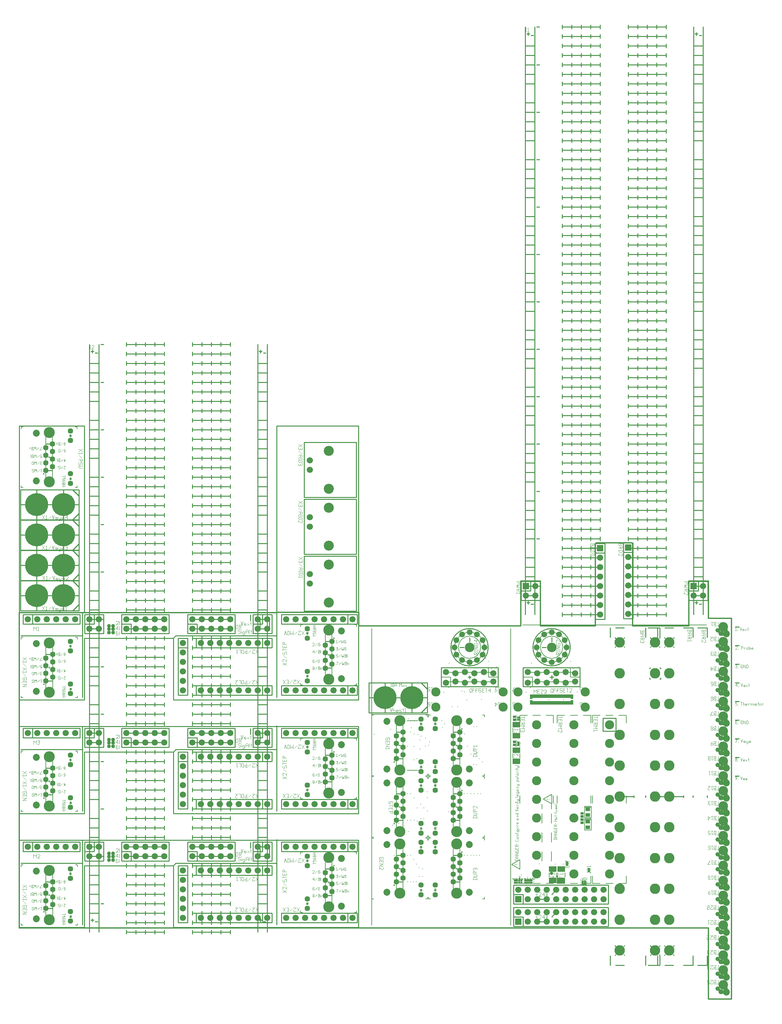
<source format=gbr>
G04 This is an RS-274x file exported by *
G04 gerbv version 2.7.0 *
G04 More information is available about gerbv at *
G04 http://gerbv.geda-project.org/ *
G04 --End of header info--*
%MOIN*%
%FSLAX36Y36*%
%IPPOS*%
G04 --Define apertures--*
%ADD10C,0.0100*%
%ADD11C,0.0060*%
%ADD12C,0.0040*%
%ADD13C,0.0012*%
%ADD14C,0.0033*%
%ADD15C,0.0032*%
%ADD16C,0.0030*%
%ADD17C,0.0041*%
%ADD18C,0.0250*%
%ADD19C,0.0030*%
%ADD20C,0.0038*%
%ADD21C,0.0050*%
%ADD22C,0.0660*%
%ADD23C,0.1060*%
%ADD24C,0.0572*%
%ADD25C,0.0729*%
%ADD26C,0.1162*%
%ADD27C,0.0400*%
%ADD28C,0.0350*%
%ADD29C,0.0510*%
%ADD30C,0.0940*%
%ADD31C,0.0080*%
%ADD32C,0.0140*%
%ADD33C,0.1005*%
%ADD34C,0.0454*%
%ADD35C,0.0532*%
%ADD36C,0.1103*%
%ADD37C,0.0001*%
%ADD38C,0.0966*%
%ADD39C,0.2422*%
%ADD40C,0.0960*%
%ADD41C,0.0611*%
%ADD42C,0.0790*%
%ADD43C,0.0200*%
%ADD44C,0.0490*%
%ADD45C,0.0300*%
%ADD46C,0.0890*%
%ADD47C,0.0380*%
%ADD48C,0.0630*%
%ADD49C,0.1870*%
%ADD50C,0.0390*%
%ADD51C,0.0120*%
G04 --Start main section--*
G54D10*
G01X6148030Y3055510D02*
G01X6102360Y3009840D01*
G01X6102400Y5559330D02*
G01X6102400Y5519330D01*
G01X6082400Y5539330D02*
G01X6122400Y5539330D01*
G01X6781500Y5106300D02*
G01X6643700Y5106300D01*
G01X6781500Y4968500D02*
G01X6781500Y5106300D01*
G01X6643700Y4968500D02*
G01X6781500Y4968500D01*
G01X6643700Y5106300D02*
G01X6643700Y4968500D01*
G01X5236340Y5554450D02*
G01X5236340Y5524450D01*
G01X5221340Y5539450D02*
G01X5251340Y5539450D01*
G54D11*
G01X4580000Y5080000D02*
G01X4690000Y5080000D01*
G01X4650000Y5080000D02*
G01X4650000Y5075000D01*
G01X4615000Y5080000D02*
G01X4615000Y5075000D01*
G01X4580000Y5080000D02*
G01X4580000Y5075000D01*
G01X4690000Y4555000D02*
G01X4580000Y4555000D01*
G01X4650000Y4555000D02*
G01X4650000Y4560000D01*
G01X4580000Y4555000D02*
G01X4580000Y4560000D01*
G01X4615000Y4555000D02*
G01X4615000Y4560000D01*
G54D10*
G01X8041340Y6070870D02*
G01X8080710Y6070870D01*
G01X8041340Y5874020D02*
G01X8080710Y5874020D01*
G01X8041340Y5677170D02*
G01X8080710Y5677170D01*
G01X8041340Y5480320D02*
G01X8080710Y5480320D01*
G01X8041340Y5283470D02*
G01X8080710Y5283470D01*
G01X8041340Y5086610D02*
G01X8080710Y5086610D01*
G01X8041340Y4692910D02*
G01X8080710Y4692910D01*
G01X8041340Y4889770D02*
G01X8080710Y4889770D01*
G01X8041340Y4496060D02*
G01X8080710Y4496060D01*
G01X7135830Y5637800D02*
G01X7135830Y5627950D01*
G01X7135830Y5637800D02*
G01X7145670Y5637800D01*
G01X7253940Y5627950D02*
G01X7253940Y5637800D01*
G01X7244090Y5637800D02*
G01X7253940Y5637800D01*
G01X7253940Y5529530D02*
G01X7253940Y5519690D01*
G01X7253940Y5519690D02*
G01X7244090Y5519690D01*
G01X7145670Y5519690D02*
G01X7135830Y5519690D01*
G01X7135830Y5519690D02*
G01X7135830Y5529530D01*
G54D11*
G01X5797240Y6090550D02*
G01X7736220Y6090550D01*
G54D10*
G01X5948030Y2959060D02*
G01X6048030Y2959060D01*
G01X6148030Y3059060D02*
G01X6148030Y3055510D01*
G01X6148030Y3296850D02*
G01X6148030Y3291730D01*
G01X6148030Y3291730D02*
G01X6102360Y3246060D01*
G54D11*
G01X6100000Y3700000D02*
G01X6100000Y3600000D01*
G54D10*
G01X5948030Y3196850D02*
G01X6048030Y3196850D01*
G54D11*
G01X6000000Y3700000D02*
G01X6000000Y3600000D01*
G01X5767720Y3612760D02*
G01X5679130Y3563540D01*
G01X5679130Y3563540D02*
G01X5767720Y3514330D01*
G01X5767720Y3612760D02*
G01X5767720Y3514330D01*
G01X6102720Y4302760D02*
G01X6014130Y4253540D01*
G01X6014130Y4253540D02*
G01X6102720Y4204330D01*
G01X6102720Y4302760D02*
G01X6102720Y4204330D01*
G01X6100000Y4150000D02*
G01X6100000Y4200000D01*
G01X6000000Y4150000D02*
G01X6000000Y4200000D01*
G01X6100000Y3900000D02*
G01X6100000Y3800000D01*
G01X6100000Y4100000D02*
G01X6100000Y4000000D01*
G01X6000000Y4100000D02*
G01X6000000Y4000000D01*
G01X6000000Y3900000D02*
G01X6000000Y3800000D01*
G01X5669290Y2921260D02*
G01X5669290Y6051180D01*
G01X4202760Y2921260D02*
G01X4202760Y6051180D01*
G01X4202760Y5145670D02*
G01X4803150Y5145670D01*
G54D12*
G01X5935040Y3009370D02*
G01X5955040Y3009370D01*
G01X5945040Y3019370D02*
G01X5945040Y2999370D01*
G01X5967040Y3024370D02*
G01X5972040Y3029370D01*
G01X5972040Y3029370D02*
G01X5987040Y3029370D01*
G01X5987040Y3029370D02*
G01X5992040Y3024370D01*
G01X5992040Y3024370D02*
G01X5992040Y3014370D01*
G01X5967040Y2989370D02*
G01X5992040Y3014370D01*
G01X5967040Y2989370D02*
G01X5992040Y2989370D01*
G01X6004040Y3004370D02*
G01X6024040Y3029370D01*
G01X6004040Y3004370D02*
G01X6029040Y3004370D01*
G01X6024040Y3029370D02*
G01X6024040Y2989370D01*
G01X6041040Y3029370D02*
G01X6051040Y2989370D01*
G01X6051040Y2989370D02*
G01X6061040Y3029370D01*
G01X5935040Y3247170D02*
G01X5955040Y3247170D01*
G01X5945040Y3257170D02*
G01X5945040Y3237170D01*
G01X5967040Y3262170D02*
G01X5972040Y3267170D01*
G01X5972040Y3267170D02*
G01X5987040Y3267170D01*
G01X5987040Y3267170D02*
G01X5992040Y3262170D01*
G01X5992040Y3262170D02*
G01X5992040Y3252170D01*
G01X5967040Y3227170D02*
G01X5992040Y3252170D01*
G01X5967040Y3227170D02*
G01X5992040Y3227170D01*
G01X6004040Y3242170D02*
G01X6024040Y3267170D01*
G01X6004040Y3242170D02*
G01X6029040Y3242170D01*
G01X6024040Y3267170D02*
G01X6024040Y3227170D01*
G01X6041040Y3267170D02*
G01X6051040Y3227170D01*
G01X6051040Y3227170D02*
G01X6061040Y3267170D01*
G01X5743820Y3563540D02*
G01X5748820Y3563540D01*
G01X5708820Y3563540D02*
G01X5733820Y3563540D01*
G54D13*
G01X5689000Y3415800D02*
G01X5689000Y3406500D01*
G01X5689000Y3415800D02*
G01X5691170Y3418900D01*
G01X5691170Y3418900D02*
G01X5694580Y3418900D01*
G01X5694580Y3418900D02*
G01X5696750Y3415800D01*
G01X5696750Y3415800D02*
G01X5696750Y3406500D01*
G01X5689000Y3412700D02*
G01X5696750Y3412700D01*
G01X5702020Y3411150D02*
G01X5702020Y3406500D01*
G01X5702020Y3411150D02*
G01X5703570Y3412700D01*
G01X5703570Y3412700D02*
G01X5705120Y3412700D01*
G01X5705120Y3412700D02*
G01X5706670Y3411150D01*
G01X5706670Y3411150D02*
G01X5706670Y3406500D01*
G01X5706670Y3411150D02*
G01X5708220Y3412700D01*
G01X5708220Y3412700D02*
G01X5709770Y3412700D01*
G01X5709770Y3412700D02*
G01X5711320Y3411150D01*
G01X5711320Y3411150D02*
G01X5711320Y3406500D01*
G01X5700470Y3412700D02*
G01X5702020Y3411150D01*
G01X5720620Y3406500D02*
G01X5726820Y3406500D01*
G01X5726820Y3406500D02*
G01X5728370Y3408050D01*
G01X5728370Y3411770D02*
G01X5728370Y3408050D01*
G01X5726820Y3413320D02*
G01X5728370Y3411770D01*
G01X5722170Y3413320D02*
G01X5726820Y3413320D01*
G01X5722170Y3418900D02*
G01X5722170Y3406500D01*
G01X5720620Y3418900D02*
G01X5726820Y3418900D01*
G01X5726820Y3418900D02*
G01X5728370Y3417350D01*
G01X5728370Y3417350D02*
G01X5728370Y3414870D01*
G01X5726820Y3413320D02*
G01X5728370Y3414870D01*
G01X5733640Y3411150D02*
G01X5733640Y3406500D01*
G01X5733640Y3411150D02*
G01X5735190Y3412700D01*
G01X5735190Y3412700D02*
G01X5736740Y3412700D01*
G01X5736740Y3412700D02*
G01X5738290Y3411150D01*
G01X5738290Y3411150D02*
G01X5738290Y3406500D01*
G01X5738290Y3411150D02*
G01X5739840Y3412700D01*
G01X5739840Y3412700D02*
G01X5741390Y3412700D01*
G01X5741390Y3412700D02*
G01X5742940Y3411150D01*
G01X5742940Y3411150D02*
G01X5742940Y3406500D01*
G01X5732090Y3412700D02*
G01X5733640Y3411150D01*
G01X5752240Y3406500D02*
G01X5758440Y3406500D01*
G01X5758440Y3406500D02*
G01X5759990Y3408050D01*
G01X5759990Y3411770D02*
G01X5759990Y3408050D01*
G01X5758440Y3413320D02*
G01X5759990Y3411770D01*
G01X5753790Y3413320D02*
G01X5758440Y3413320D01*
G01X5753790Y3418900D02*
G01X5753790Y3406500D01*
G01X5752240Y3418900D02*
G01X5758440Y3418900D01*
G01X5758440Y3418900D02*
G01X5759990Y3417350D01*
G01X5759990Y3417350D02*
G01X5759990Y3414870D01*
G01X5758440Y3413320D02*
G01X5759990Y3414870D01*
G01X5765260Y3411150D02*
G01X5765260Y3401850D01*
G01X5763710Y3412700D02*
G01X5765260Y3411150D01*
G01X5765260Y3411150D02*
G01X5766810Y3412700D01*
G01X5766810Y3412700D02*
G01X5769910Y3412700D01*
G01X5769910Y3412700D02*
G01X5771460Y3411150D01*
G01X5771460Y3411150D02*
G01X5771460Y3408050D01*
G01X5769910Y3406500D02*
G01X5771460Y3408050D01*
G01X5766810Y3406500D02*
G01X5769910Y3406500D01*
G01X5765260Y3408050D02*
G01X5766810Y3406500D01*
G01X5780760Y3415800D02*
G01X5780760Y3406500D01*
G01X5780760Y3415800D02*
G01X5782930Y3418900D01*
G01X5782930Y3418900D02*
G01X5786340Y3418900D01*
G01X5786340Y3418900D02*
G01X5788510Y3415800D01*
G01X5788510Y3415800D02*
G01X5788510Y3406500D01*
G01X5780760Y3412700D02*
G01X5788510Y3412700D01*
G01X5793780Y3411150D02*
G01X5793780Y3401850D01*
G01X5792230Y3412700D02*
G01X5793780Y3411150D01*
G01X5793780Y3411150D02*
G01X5795330Y3412700D01*
G01X5795330Y3412700D02*
G01X5798430Y3412700D01*
G01X5798430Y3412700D02*
G01X5799980Y3411150D01*
G01X5799980Y3411150D02*
G01X5799980Y3408050D01*
G01X5798430Y3406500D02*
G01X5799980Y3408050D01*
G01X5795330Y3406500D02*
G01X5798430Y3406500D01*
G01X5793780Y3408050D02*
G01X5795330Y3406500D01*
G01X5812000Y3406500D02*
G01X5818200Y3406500D01*
G01X5818200Y3406500D02*
G01X5819750Y3408050D01*
G01X5819750Y3411770D02*
G01X5819750Y3408050D01*
G01X5818200Y3413320D02*
G01X5819750Y3411770D01*
G01X5813550Y3413320D02*
G01X5818200Y3413320D01*
G01X5813550Y3418900D02*
G01X5813550Y3406500D01*
G01X5812000Y3418900D02*
G01X5818200Y3418900D01*
G01X5818200Y3418900D02*
G01X5819750Y3417350D01*
G01X5819750Y3417350D02*
G01X5819750Y3414870D01*
G01X5818200Y3413320D02*
G01X5819750Y3414870D01*
G01X5825020Y3411150D02*
G01X5825020Y3401850D01*
G01X5823470Y3412700D02*
G01X5825020Y3411150D01*
G01X5825020Y3411150D02*
G01X5826570Y3412700D01*
G01X5826570Y3412700D02*
G01X5829670Y3412700D01*
G01X5829670Y3412700D02*
G01X5831220Y3411150D01*
G01X5831220Y3411150D02*
G01X5831220Y3408050D01*
G01X5829670Y3406500D02*
G01X5831220Y3408050D01*
G01X5826570Y3406500D02*
G01X5829670Y3406500D01*
G01X5825020Y3408050D02*
G01X5826570Y3406500D01*
G01X5840520Y3415800D02*
G01X5840520Y3406500D01*
G01X5840520Y3415800D02*
G01X5842690Y3418900D01*
G01X5842690Y3418900D02*
G01X5846100Y3418900D01*
G01X5846100Y3418900D02*
G01X5848270Y3415800D01*
G01X5848270Y3415800D02*
G01X5848270Y3406500D01*
G01X5840520Y3412700D02*
G01X5848270Y3412700D01*
G01X5853540Y3411150D02*
G01X5853540Y3401850D01*
G01X5851990Y3412700D02*
G01X5853540Y3411150D01*
G01X5853540Y3411150D02*
G01X5855090Y3412700D01*
G01X5855090Y3412700D02*
G01X5858190Y3412700D01*
G01X5858190Y3412700D02*
G01X5859740Y3411150D01*
G01X5859740Y3411150D02*
G01X5859740Y3408050D01*
G01X5858190Y3406500D02*
G01X5859740Y3408050D01*
G01X5855090Y3406500D02*
G01X5858190Y3406500D01*
G01X5853540Y3408050D02*
G01X5855090Y3406500D01*
G01X5869040Y3415800D02*
G01X5869040Y3406500D01*
G01X5869040Y3415800D02*
G01X5871210Y3418900D01*
G01X5871210Y3418900D02*
G01X5874620Y3418900D01*
G01X5874620Y3418900D02*
G01X5876790Y3415800D01*
G01X5876790Y3415800D02*
G01X5876790Y3406500D01*
G01X5869040Y3412700D02*
G01X5876790Y3412700D01*
G01X5882060Y3411150D02*
G01X5882060Y3406500D01*
G01X5882060Y3411150D02*
G01X5883610Y3412700D01*
G01X5883610Y3412700D02*
G01X5885160Y3412700D01*
G01X5885160Y3412700D02*
G01X5886710Y3411150D01*
G01X5886710Y3411150D02*
G01X5886710Y3406500D01*
G01X5886710Y3411150D02*
G01X5888260Y3412700D01*
G01X5888260Y3412700D02*
G01X5889810Y3412700D01*
G01X5889810Y3412700D02*
G01X5891360Y3411150D01*
G01X5891360Y3411150D02*
G01X5891360Y3406500D01*
G01X5880510Y3412700D02*
G01X5882060Y3411150D01*
G01X5900660Y3406500D02*
G01X5906860Y3406500D01*
G01X5906860Y3406500D02*
G01X5908410Y3408050D01*
G01X5908410Y3411770D02*
G01X5908410Y3408050D01*
G01X5906860Y3413320D02*
G01X5908410Y3411770D01*
G01X5902210Y3413320D02*
G01X5906860Y3413320D01*
G01X5902210Y3418900D02*
G01X5902210Y3406500D01*
G01X5900660Y3418900D02*
G01X5906860Y3418900D01*
G01X5906860Y3418900D02*
G01X5908410Y3417350D01*
G01X5908410Y3417350D02*
G01X5908410Y3414870D01*
G01X5906860Y3413320D02*
G01X5908410Y3414870D01*
G01X5913680Y3411150D02*
G01X5913680Y3406500D01*
G01X5913680Y3411150D02*
G01X5915230Y3412700D01*
G01X5915230Y3412700D02*
G01X5916780Y3412700D01*
G01X5916780Y3412700D02*
G01X5918330Y3411150D01*
G01X5918330Y3411150D02*
G01X5918330Y3406500D01*
G01X5918330Y3411150D02*
G01X5919880Y3412700D01*
G01X5919880Y3412700D02*
G01X5921430Y3412700D01*
G01X5921430Y3412700D02*
G01X5922980Y3411150D01*
G01X5922980Y3411150D02*
G01X5922980Y3406500D01*
G01X5912130Y3412700D02*
G01X5913680Y3411150D01*
G54D14*
G01X8053640Y5078410D02*
G01X8057740Y5074310D01*
G01X8045440Y5078410D02*
G01X8053640Y5078410D01*
G01X8041340Y5074310D02*
G01X8045440Y5078410D01*
G01X8041340Y5074310D02*
G01X8041340Y5049710D01*
G01X8041340Y5049710D02*
G01X8045440Y5045610D01*
G01X8053640Y5063650D02*
G01X8057740Y5059550D01*
G01X8041340Y5063650D02*
G01X8053640Y5063650D01*
G01X8045440Y5045610D02*
G01X8053640Y5045610D01*
G01X8053640Y5045610D02*
G01X8057740Y5049710D01*
G01X8057740Y5059550D02*
G01X8057740Y5049710D01*
G01X8067580Y5045610D02*
G01X8071680Y5045610D01*
G01X8112680Y5078410D02*
G01X8116780Y5074310D01*
G01X8100380Y5078410D02*
G01X8112680Y5078410D01*
G01X8096280Y5074310D02*
G01X8100380Y5078410D01*
G01X8096280Y5074310D02*
G01X8096280Y5049710D01*
G01X8096280Y5049710D02*
G01X8100380Y5045610D01*
G01X8100380Y5045610D02*
G01X8112680Y5045610D01*
G01X8112680Y5045610D02*
G01X8116780Y5049710D01*
G01X8116780Y5057910D02*
G01X8116780Y5049710D01*
G01X8112680Y5062010D02*
G01X8116780Y5057910D01*
G01X8104480Y5062010D02*
G01X8112680Y5062010D01*
G01X8126620Y5078410D02*
G01X8126620Y5045610D01*
G01X8126620Y5078410D02*
G01X8147120Y5045610D01*
G01X8147120Y5078410D02*
G01X8147120Y5045610D01*
G01X8161060Y5078410D02*
G01X8161060Y5045610D01*
G01X8171720Y5078410D02*
G01X8177460Y5072670D01*
G01X8177460Y5072670D02*
G01X8177460Y5051350D01*
G01X8171720Y5045610D02*
G01X8177460Y5051350D01*
G01X8156960Y5045610D02*
G01X8171720Y5045610D01*
G01X8156960Y5078410D02*
G01X8171720Y5078410D01*
G01X4399610Y5465550D02*
G01X4406170Y5472110D01*
G01X4406170Y5472110D02*
G01X4406170Y5439320D01*
G01X4399610Y5439320D02*
G01X4411910Y5439320D01*
G01X4421750Y5443410D02*
G01X4425850Y5439320D01*
G01X4421750Y5468010D02*
G01X4421750Y5443410D01*
G01X4421750Y5468010D02*
G01X4425850Y5472110D01*
G01X4425850Y5472110D02*
G01X4434050Y5472110D01*
G01X4434050Y5472110D02*
G01X4438150Y5468010D01*
G01X4438150Y5468010D02*
G01X4438150Y5443410D01*
G01X4434050Y5439320D02*
G01X4438150Y5443410D01*
G01X4425850Y5439320D02*
G01X4434050Y5439320D01*
G01X4421750Y5447510D02*
G01X4438150Y5463910D01*
G01X4447990Y5463910D02*
G01X4447990Y5439320D01*
G01X4447990Y5463910D02*
G01X4453730Y5472110D01*
G01X4453730Y5472110D02*
G01X4462750Y5472110D01*
G01X4462750Y5472110D02*
G01X4468490Y5463910D01*
G01X4468490Y5463910D02*
G01X4468490Y5439320D01*
G01X4447990Y5455710D02*
G01X4468490Y5455710D01*
G01X4493090Y5472110D02*
G01X4493090Y5439320D01*
G01X4493090Y5472110D02*
G01X4505390Y5455710D01*
G01X4505390Y5455710D02*
G01X4517690Y5472110D01*
G01X4517690Y5472110D02*
G01X4517690Y5439320D01*
G01X4539830Y5455710D02*
G01X4543930Y5451610D01*
G01X4531630Y5455710D02*
G01X4539830Y5455710D01*
G01X4527530Y5451610D02*
G01X4531630Y5455710D01*
G01X4527530Y5451610D02*
G01X4527530Y5443410D01*
G01X4527530Y5443410D02*
G01X4531630Y5439320D01*
G01X4543930Y5455710D02*
G01X4543930Y5443410D01*
G01X4543930Y5443410D02*
G01X4548030Y5439320D01*
G01X4531630Y5439320D02*
G01X4539830Y5439320D01*
G01X4539830Y5439320D02*
G01X4543930Y5443410D01*
G01X4557870Y5455710D02*
G01X4574270Y5439320D01*
G01X4557870Y5439320D02*
G01X4574270Y5455710D01*
G54D15*
G01X5716760Y3606810D02*
G01X5749160Y3606810D01*
G01X5716760Y3617340D02*
G01X5722430Y3623010D01*
G01X5722430Y3623010D02*
G01X5743490Y3623010D01*
G01X5749160Y3617340D02*
G01X5743490Y3623010D01*
G01X5749160Y3617340D02*
G01X5749160Y3602760D01*
G01X5716760Y3617340D02*
G01X5716760Y3602760D01*
G01X5724860Y3632730D02*
G01X5749160Y3632730D01*
G01X5724860Y3632730D02*
G01X5716760Y3638400D01*
G01X5716760Y3647310D02*
G01X5716760Y3638400D01*
G01X5716760Y3647310D02*
G01X5724860Y3652980D01*
G01X5724860Y3652980D02*
G01X5749160Y3652980D01*
G01X5732960Y3652980D02*
G01X5732960Y3632730D01*
G01X5716760Y3662700D02*
G01X5749160Y3662700D01*
G01X5716760Y3662700D02*
G01X5749160Y3682950D01*
G01X5716760Y3682950D02*
G01X5749160Y3682950D01*
G01X5716760Y3708870D02*
G01X5720810Y3712920D01*
G01X5716760Y3708870D02*
G01X5716760Y3696720D01*
G01X5720810Y3692670D02*
G01X5716760Y3696720D01*
G01X5720810Y3692670D02*
G01X5745110Y3692670D01*
G01X5745110Y3692670D02*
G01X5749160Y3696720D01*
G01X5749160Y3708870D02*
G01X5749160Y3696720D01*
G01X5749160Y3708870D02*
G01X5745110Y3712920D01*
G01X5737010Y3712920D02*
G01X5745110Y3712920D01*
G01X5732960Y3708870D02*
G01X5737010Y3712920D01*
G01X5732960Y3708870D02*
G01X5732960Y3700770D01*
G01X5731340Y3734790D02*
G01X5731340Y3722640D01*
G01X5749160Y3738840D02*
G01X5749160Y3722640D01*
G01X5716760Y3722640D02*
G01X5749160Y3722640D01*
G01X5716760Y3738840D02*
G01X5716760Y3722640D01*
G01X5716760Y3764760D02*
G01X5716760Y3748560D01*
G01X5716760Y3764760D02*
G01X5720810Y3768810D01*
G01X5720810Y3768810D02*
G01X5728910Y3768810D01*
G01X5732960Y3764760D02*
G01X5728910Y3768810D01*
G01X5732960Y3764760D02*
G01X5732960Y3752610D01*
G01X5716760Y3752610D02*
G01X5749160Y3752610D01*
G01X5732960Y3759090D02*
G01X5749160Y3768810D01*
G01X5728910Y3782580D02*
G01X5728910Y3778530D01*
G01X5737010Y3782580D02*
G01X5737010Y3778530D01*
G01X5749160Y3823080D02*
G01X5749160Y3812550D01*
G01X5743490Y3806880D02*
G01X5749160Y3812550D01*
G01X5722430Y3806880D02*
G01X5743490Y3806880D01*
G01X5722430Y3806880D02*
G01X5716760Y3812550D01*
G01X5716760Y3823080D02*
G01X5716760Y3812550D01*
G01X5737010Y3832800D02*
G01X5745110Y3832800D01*
G01X5737010Y3832800D02*
G01X5732960Y3836850D01*
G01X5732960Y3844950D02*
G01X5732960Y3836850D01*
G01X5732960Y3844950D02*
G01X5737010Y3849000D01*
G01X5737010Y3849000D02*
G01X5745110Y3849000D01*
G01X5749160Y3844950D02*
G01X5745110Y3849000D01*
G01X5749160Y3844950D02*
G01X5749160Y3836850D01*
G01X5745110Y3832800D02*
G01X5749160Y3836850D01*
G01X5737010Y3862770D02*
G01X5749160Y3862770D01*
G01X5737010Y3862770D02*
G01X5732960Y3866820D01*
G01X5732960Y3870870D02*
G01X5732960Y3866820D01*
G01X5732960Y3870870D02*
G01X5737010Y3874920D01*
G01X5737010Y3874920D02*
G01X5749160Y3874920D01*
G01X5732960Y3858720D02*
G01X5737010Y3862770D01*
G01X5720810Y3888690D02*
G01X5749160Y3888690D01*
G01X5720810Y3888690D02*
G01X5716760Y3892740D01*
G01X5716760Y3896790D02*
G01X5716760Y3892740D01*
G01X5732960Y3892740D02*
G01X5732960Y3884640D01*
G54D12*
G01X5724860Y3904890D02*
G01X5725670Y3904890D01*
G54D15*
G01X5737010Y3904890D02*
G01X5749160Y3904890D01*
G01X5732960Y3925140D02*
G01X5737010Y3929190D01*
G01X5732960Y3925140D02*
G01X5732960Y3917040D01*
G01X5737010Y3912990D02*
G01X5732960Y3917040D01*
G01X5737010Y3912990D02*
G01X5745110Y3912990D01*
G01X5745110Y3912990D02*
G01X5749160Y3917040D01*
G01X5749160Y3925140D02*
G01X5749160Y3917040D01*
G01X5749160Y3925140D02*
G01X5745110Y3929190D01*
G01X5757260Y3912990D02*
G01X5761310Y3917040D01*
G01X5761310Y3925140D02*
G01X5761310Y3917040D01*
G01X5761310Y3925140D02*
G01X5757260Y3929190D01*
G01X5732960Y3929190D02*
G01X5757260Y3929190D01*
G01X5732960Y3938910D02*
G01X5745110Y3938910D01*
G01X5745110Y3938910D02*
G01X5749160Y3942960D01*
G01X5749160Y3951060D02*
G01X5749160Y3942960D01*
G01X5749160Y3951060D02*
G01X5745110Y3955110D01*
G01X5732960Y3955110D02*
G01X5745110Y3955110D01*
G01X5737010Y3968880D02*
G01X5749160Y3968880D01*
G01X5737010Y3968880D02*
G01X5732960Y3972930D01*
G01X5732960Y3981030D02*
G01X5732960Y3972930D01*
G01X5732960Y3964830D02*
G01X5737010Y3968880D01*
G01X5749160Y4006950D02*
G01X5749160Y3994800D01*
G01X5745110Y3990750D02*
G01X5749160Y3994800D01*
G01X5737010Y3990750D02*
G01X5745110Y3990750D01*
G01X5737010Y3990750D02*
G01X5732960Y3994800D01*
G01X5732960Y4002900D02*
G01X5732960Y3994800D01*
G01X5732960Y4002900D02*
G01X5737010Y4006950D01*
G01X5741060Y4006950D02*
G01X5741060Y3990750D01*
G01X5737010Y4006950D02*
G01X5741060Y4006950D01*
G01X5732960Y4043400D02*
G01X5737010Y4047450D01*
G01X5732960Y4043400D02*
G01X5732960Y4035300D01*
G01X5737010Y4031250D02*
G01X5732960Y4035300D01*
G01X5737010Y4031250D02*
G01X5745110Y4031250D01*
G01X5745110Y4031250D02*
G01X5749160Y4035300D01*
G01X5732960Y4047450D02*
G01X5745110Y4047450D01*
G01X5745110Y4047450D02*
G01X5749160Y4051500D01*
G01X5749160Y4043400D02*
G01X5749160Y4035300D01*
G01X5749160Y4043400D02*
G01X5745110Y4047450D01*
G01X5737010Y4065270D02*
G01X5749160Y4065270D01*
G01X5737010Y4065270D02*
G01X5732960Y4069320D01*
G01X5732960Y4073370D02*
G01X5732960Y4069320D01*
G01X5732960Y4073370D02*
G01X5737010Y4077420D01*
G01X5737010Y4077420D02*
G01X5749160Y4077420D01*
G01X5732960Y4061220D02*
G01X5737010Y4065270D01*
G01X5716760Y4103340D02*
G01X5749160Y4103340D01*
G01X5749160Y4099290D02*
G01X5745110Y4103340D01*
G01X5749160Y4099290D02*
G01X5749160Y4091190D01*
G01X5745110Y4087140D02*
G01X5749160Y4091190D01*
G01X5737010Y4087140D02*
G01X5745110Y4087140D01*
G01X5737010Y4087140D02*
G01X5732960Y4091190D01*
G01X5732960Y4099290D02*
G01X5732960Y4091190D01*
G01X5732960Y4099290D02*
G01X5737010Y4103340D01*
G01X5716760Y4127640D02*
G01X5749160Y4135740D01*
G01X5749160Y4135740D02*
G01X5716760Y4143840D01*
G01X5749160Y4169760D02*
G01X5749160Y4157610D01*
G01X5745110Y4153560D02*
G01X5749160Y4157610D01*
G01X5737010Y4153560D02*
G01X5745110Y4153560D01*
G01X5737010Y4153560D02*
G01X5732960Y4157610D01*
G01X5732960Y4165710D02*
G01X5732960Y4157610D01*
G01X5732960Y4165710D02*
G01X5737010Y4169760D01*
G01X5741060Y4169760D02*
G01X5741060Y4153560D01*
G01X5737010Y4169760D02*
G01X5741060Y4169760D01*
G01X5737010Y4183530D02*
G01X5749160Y4183530D01*
G01X5737010Y4183530D02*
G01X5732960Y4187580D01*
G01X5732960Y4195680D02*
G01X5732960Y4187580D01*
G01X5732960Y4179480D02*
G01X5737010Y4183530D01*
G54D12*
G01X5724860Y4205400D02*
G01X5725670Y4205400D01*
G54D15*
G01X5737010Y4205400D02*
G01X5749160Y4205400D01*
G01X5720810Y4217550D02*
G01X5749160Y4217550D01*
G01X5720810Y4217550D02*
G01X5716760Y4221600D01*
G01X5716760Y4225650D02*
G01X5716760Y4221600D01*
G01X5732960Y4221600D02*
G01X5732960Y4213500D01*
G01X5732960Y4233750D02*
G01X5745110Y4233750D01*
G01X5745110Y4233750D02*
G01X5749160Y4237800D01*
G01X5732960Y4249950D02*
G01X5757260Y4249950D01*
G01X5761310Y4245900D02*
G01X5757260Y4249950D01*
G01X5761310Y4245900D02*
G01X5761310Y4237800D01*
G01X5757260Y4233750D02*
G01X5761310Y4237800D01*
G01X5749160Y4245900D02*
G01X5749160Y4237800D01*
G01X5749160Y4245900D02*
G01X5745110Y4249950D01*
G01X5716760Y4274250D02*
G01X5745110Y4274250D01*
G01X5745110Y4274250D02*
G01X5749160Y4278300D01*
G01X5749160Y4302600D02*
G01X5749160Y4290450D01*
G01X5745110Y4286400D02*
G01X5749160Y4290450D01*
G01X5737010Y4286400D02*
G01X5745110Y4286400D01*
G01X5737010Y4286400D02*
G01X5732960Y4290450D01*
G01X5732960Y4298550D02*
G01X5732960Y4290450D01*
G01X5732960Y4298550D02*
G01X5737010Y4302600D01*
G01X5741060Y4302600D02*
G01X5741060Y4286400D01*
G01X5737010Y4302600D02*
G01X5741060Y4302600D01*
G01X5732960Y4324470D02*
G01X5737010Y4328520D01*
G01X5732960Y4324470D02*
G01X5732960Y4316370D01*
G01X5737010Y4312320D02*
G01X5732960Y4316370D01*
G01X5737010Y4312320D02*
G01X5745110Y4312320D01*
G01X5745110Y4312320D02*
G01X5749160Y4316370D01*
G01X5749160Y4324470D02*
G01X5749160Y4316370D01*
G01X5749160Y4324470D02*
G01X5745110Y4328520D01*
G01X5757260Y4312320D02*
G01X5761310Y4316370D01*
G01X5761310Y4324470D02*
G01X5761310Y4316370D01*
G01X5761310Y4324470D02*
G01X5757260Y4328520D01*
G01X5732960Y4328520D02*
G01X5757260Y4328520D01*
G01X5732960Y4350390D02*
G01X5737010Y4354440D01*
G01X5732960Y4350390D02*
G01X5732960Y4342290D01*
G01X5737010Y4338240D02*
G01X5732960Y4342290D01*
G01X5737010Y4338240D02*
G01X5745110Y4338240D01*
G01X5745110Y4338240D02*
G01X5749160Y4342290D01*
G01X5732960Y4354440D02*
G01X5745110Y4354440D01*
G01X5745110Y4354440D02*
G01X5749160Y4358490D01*
G01X5749160Y4350390D02*
G01X5749160Y4342290D01*
G01X5749160Y4350390D02*
G01X5745110Y4354440D01*
G01X5732960Y4384410D02*
G01X5732960Y4372260D01*
G01X5737010Y4368210D02*
G01X5732960Y4372260D01*
G01X5737010Y4368210D02*
G01X5745110Y4368210D01*
G01X5745110Y4368210D02*
G01X5749160Y4372260D01*
G01X5749160Y4384410D02*
G01X5749160Y4372260D01*
G01X5732960Y4394130D02*
G01X5745110Y4394130D01*
G01X5745110Y4394130D02*
G01X5749160Y4398180D01*
G01X5732960Y4410330D02*
G01X5757260Y4410330D01*
G01X5761310Y4406280D02*
G01X5757260Y4410330D01*
G01X5761310Y4406280D02*
G01X5761310Y4398180D01*
G01X5757260Y4394130D02*
G01X5761310Y4398180D01*
G01X5749160Y4406280D02*
G01X5749160Y4398180D01*
G01X5749160Y4406280D02*
G01X5745110Y4410330D01*
G01X5737010Y4438680D02*
G01X5761310Y4438680D01*
G01X5732960Y4434630D02*
G01X5737010Y4438680D01*
G01X5737010Y4438680D02*
G01X5732960Y4442730D01*
G01X5732960Y4450830D02*
G01X5732960Y4442730D01*
G01X5732960Y4450830D02*
G01X5737010Y4454880D01*
G01X5737010Y4454880D02*
G01X5745110Y4454880D01*
G01X5749160Y4450830D02*
G01X5745110Y4454880D01*
G01X5749160Y4450830D02*
G01X5749160Y4442730D01*
G01X5745110Y4438680D02*
G01X5749160Y4442730D01*
G01X5737010Y4464600D02*
G01X5745110Y4464600D01*
G01X5737010Y4464600D02*
G01X5732960Y4468650D01*
G01X5732960Y4476750D02*
G01X5732960Y4468650D01*
G01X5732960Y4476750D02*
G01X5737010Y4480800D01*
G01X5737010Y4480800D02*
G01X5745110Y4480800D01*
G01X5749160Y4476750D02*
G01X5745110Y4480800D01*
G01X5749160Y4476750D02*
G01X5749160Y4468650D01*
G01X5745110Y4464600D02*
G01X5749160Y4468650D01*
G01X5716760Y4490520D02*
G01X5745110Y4490520D01*
G01X5745110Y4490520D02*
G01X5749160Y4494570D01*
G01X5732960Y4514820D02*
G01X5737010Y4518870D01*
G01X5732960Y4514820D02*
G01X5732960Y4506720D01*
G01X5737010Y4502670D02*
G01X5732960Y4506720D01*
G01X5737010Y4502670D02*
G01X5745110Y4502670D01*
G01X5745110Y4502670D02*
G01X5749160Y4506720D01*
G01X5732960Y4518870D02*
G01X5745110Y4518870D01*
G01X5745110Y4518870D02*
G01X5749160Y4522920D01*
G01X5749160Y4514820D02*
G01X5749160Y4506720D01*
G01X5749160Y4514820D02*
G01X5745110Y4518870D01*
G01X5737010Y4536690D02*
G01X5749160Y4536690D01*
G01X5737010Y4536690D02*
G01X5732960Y4540740D01*
G01X5732960Y4548840D02*
G01X5732960Y4540740D01*
G01X5732960Y4532640D02*
G01X5737010Y4536690D01*
G54D12*
G01X5724860Y4558560D02*
G01X5725670Y4558560D01*
G54D15*
G01X5737010Y4558560D02*
G01X5749160Y4558560D01*
G01X5716760Y4570710D02*
G01X5745110Y4570710D01*
G01X5745110Y4570710D02*
G01X5749160Y4574760D01*
G01X5728910Y4574760D02*
G01X5728910Y4566660D01*
G01X5732960Y4582860D02*
G01X5745110Y4582860D01*
G01X5745110Y4582860D02*
G01X5749160Y4586910D01*
G01X5732960Y4599060D02*
G01X5757260Y4599060D01*
G01X5761310Y4595010D02*
G01X5757260Y4599060D01*
G01X5761310Y4595010D02*
G01X5761310Y4586910D01*
G01X5757260Y4582860D02*
G01X5761310Y4586910D01*
G01X5749160Y4595010D02*
G01X5749160Y4586910D01*
G01X5749160Y4595010D02*
G01X5745110Y4599060D01*
G01X5745110Y4608780D02*
G01X5749160Y4608780D01*
G01X5716760Y4608780D02*
G01X5737010Y4608780D01*
G54D16*
G01X6127700Y3828850D02*
G01X6158500Y3828850D01*
G01X6127700Y3838860D02*
G01X6133090Y3844250D01*
G01X6133090Y3844250D02*
G01X6153110Y3844250D01*
G01X6158500Y3838860D02*
G01X6153110Y3844250D01*
G01X6158500Y3838860D02*
G01X6158500Y3825000D01*
G01X6127700Y3838860D02*
G01X6127700Y3825000D01*
G01X6135400Y3853490D02*
G01X6158500Y3853490D01*
G01X6135400Y3853490D02*
G01X6127700Y3858880D01*
G01X6127700Y3867350D02*
G01X6127700Y3858880D01*
G01X6127700Y3867350D02*
G01X6135400Y3872740D01*
G01X6135400Y3872740D02*
G01X6158500Y3872740D01*
G01X6143100Y3872740D02*
G01X6143100Y3853490D01*
G01X6127700Y3881980D02*
G01X6158500Y3881980D01*
G01X6127700Y3881980D02*
G01X6158500Y3901230D01*
G01X6127700Y3901230D02*
G01X6158500Y3901230D01*
G01X6127700Y3925870D02*
G01X6131550Y3929720D01*
G01X6127700Y3925870D02*
G01X6127700Y3914320D01*
G01X6131550Y3910470D02*
G01X6127700Y3914320D01*
G01X6131550Y3910470D02*
G01X6154650Y3910470D01*
G01X6154650Y3910470D02*
G01X6158500Y3914320D01*
G01X6158500Y3925870D02*
G01X6158500Y3914320D01*
G01X6158500Y3925870D02*
G01X6154650Y3929720D01*
G01X6146950Y3929720D02*
G01X6154650Y3929720D01*
G01X6143100Y3925870D02*
G01X6146950Y3929720D01*
G01X6143100Y3925870D02*
G01X6143100Y3918170D01*
G01X6141560Y3950510D02*
G01X6141560Y3938960D01*
G01X6158500Y3954360D02*
G01X6158500Y3938960D01*
G01X6127700Y3938960D02*
G01X6158500Y3938960D01*
G01X6127700Y3954360D02*
G01X6127700Y3938960D01*
G01X6127700Y3979000D02*
G01X6127700Y3963600D01*
G01X6127700Y3979000D02*
G01X6131550Y3982850D01*
G01X6131550Y3982850D02*
G01X6139250Y3982850D01*
G01X6143100Y3979000D02*
G01X6139250Y3982850D01*
G01X6143100Y3979000D02*
G01X6143100Y3967450D01*
G01X6127700Y3967450D02*
G01X6158500Y3967450D01*
G01X6143100Y3973610D02*
G01X6158500Y3982850D01*
G01X6139250Y3995940D02*
G01X6139250Y3992090D01*
G01X6146950Y3995940D02*
G01X6146950Y3992090D01*
G01X6127700Y4019040D02*
G01X6158500Y4019040D01*
G01X6127700Y4038290D02*
G01X6158500Y4038290D01*
G01X6143100Y4038290D02*
G01X6143100Y4019040D01*
G01X6146950Y4047530D02*
G01X6154650Y4047530D01*
G01X6146950Y4047530D02*
G01X6143100Y4051380D01*
G01X6143100Y4059080D02*
G01X6143100Y4051380D01*
G01X6143100Y4059080D02*
G01X6146950Y4062930D01*
G01X6146950Y4062930D02*
G01X6154650Y4062930D01*
G01X6158500Y4059080D02*
G01X6154650Y4062930D01*
G01X6158500Y4059080D02*
G01X6158500Y4051380D01*
G01X6154650Y4047530D02*
G01X6158500Y4051380D01*
G01X6127700Y4076020D02*
G01X6154650Y4076020D01*
G01X6154650Y4076020D02*
G01X6158500Y4079870D01*
G01X6139250Y4079870D02*
G01X6139250Y4072170D01*
G01X6131550Y4105280D02*
G01X6158500Y4105280D01*
G01X6131550Y4105280D02*
G01X6127700Y4109130D01*
G01X6127700Y4112980D02*
G01X6127700Y4109130D01*
G01X6143100Y4109130D02*
G01X6143100Y4101430D01*
G01X6143100Y4120680D02*
G01X6154650Y4120680D01*
G01X6154650Y4120680D02*
G01X6158500Y4124530D01*
G01X6158500Y4132230D02*
G01X6158500Y4124530D01*
G01X6158500Y4132230D02*
G01X6154650Y4136080D01*
G01X6143100Y4136080D02*
G01X6154650Y4136080D01*
G01X6158500Y4160720D02*
G01X6158500Y4149170D01*
G01X6158500Y4160720D02*
G01X6154650Y4164570D01*
G01X6150800Y4160720D02*
G01X6154650Y4164570D01*
G01X6150800Y4160720D02*
G01X6150800Y4149170D01*
G01X6146950Y4145320D02*
G01X6150800Y4149170D01*
G01X6146950Y4145320D02*
G01X6143100Y4149170D01*
G01X6143100Y4160720D02*
G01X6143100Y4149170D01*
G01X6143100Y4160720D02*
G01X6146950Y4164570D01*
G01X6154650Y4145320D02*
G01X6158500Y4149170D01*
G01X6158500Y4189210D02*
G01X6158500Y4177660D01*
G01X6154650Y4173810D02*
G01X6158500Y4177660D01*
G01X6146950Y4173810D02*
G01X6154650Y4173810D01*
G01X6146950Y4173810D02*
G01X6143100Y4177660D01*
G01X6143100Y4185360D02*
G01X6143100Y4177660D01*
G01X6143100Y4185360D02*
G01X6146950Y4189210D01*
G01X6150800Y4189210D02*
G01X6150800Y4173810D01*
G01X6146950Y4189210D02*
G01X6150800Y4189210D01*
G01X6154650Y4198450D02*
G01X6158500Y4198450D01*
G01X6127700Y4198450D02*
G01X6146950Y4198450D01*
G54D12*
G01X6078820Y4253540D02*
G01X6083820Y4253540D01*
G01X6043820Y4253540D02*
G01X6068820Y4253540D01*
G54D15*
G01X8041340Y6056290D02*
G01X8047820Y6062770D01*
G01X8047820Y6062770D02*
G01X8047820Y6030370D01*
G01X8041340Y6030370D02*
G01X8053490Y6030370D01*
G01X8063210Y6030370D02*
G01X8067260Y6030370D01*
G01X8091560Y6062770D02*
G01X8099660Y6030370D01*
G01X8099660Y6030370D02*
G01X8107760Y6062770D01*
G01X8121530Y6030370D02*
G01X8133680Y6030370D01*
G01X8117480Y6034420D02*
G01X8121530Y6030370D01*
G01X8117480Y6042520D02*
G01X8117480Y6034420D01*
G01X8117480Y6042520D02*
G01X8121530Y6046570D01*
G01X8121530Y6046570D02*
G01X8129630Y6046570D01*
G01X8129630Y6046570D02*
G01X8133680Y6042520D01*
G01X8117480Y6038470D02*
G01X8133680Y6038470D01*
G01X8133680Y6042520D02*
G01X8133680Y6038470D01*
G01X8143400Y6046570D02*
G01X8159600Y6030370D01*
G01X8143400Y6030370D02*
G01X8159600Y6046570D01*
G01X8173370Y6062770D02*
G01X8173370Y6034420D01*
G01X8173370Y6034420D02*
G01X8177420Y6030370D01*
G01X8169320Y6050620D02*
G01X8177420Y6050620D01*
G54D14*
G01X8041340Y5861720D02*
G01X8045440Y5865820D01*
G01X8045440Y5865820D02*
G01X8057740Y5865820D01*
G01X8057740Y5865820D02*
G01X8061840Y5861720D01*
G01X8061840Y5861720D02*
G01X8061840Y5853520D01*
G01X8041340Y5833020D02*
G01X8061840Y5853520D01*
G01X8041340Y5833020D02*
G01X8061840Y5833020D01*
G01X8071680Y5833020D02*
G01X8075780Y5833020D01*
G01X8104480Y5865820D02*
G01X8104480Y5833020D01*
G01X8100380Y5865820D02*
G01X8116780Y5865820D01*
G01X8116780Y5865820D02*
G01X8120880Y5861720D01*
G01X8120880Y5861720D02*
G01X8120880Y5853520D01*
G01X8116780Y5849420D02*
G01X8120880Y5853520D01*
G01X8104480Y5849420D02*
G01X8116780Y5849420D01*
G01X8134820Y5845320D02*
G01X8134820Y5833020D01*
G01X8134820Y5845320D02*
G01X8138920Y5849420D01*
G01X8138920Y5849420D02*
G01X8147120Y5849420D01*
G01X8130720Y5849420D02*
G01X8134820Y5845320D01*
G01X8156960Y5845320D02*
G01X8156960Y5837120D01*
G01X8156960Y5845320D02*
G01X8161060Y5849420D01*
G01X8161060Y5849420D02*
G01X8169260Y5849420D01*
G01X8169260Y5849420D02*
G01X8173360Y5845320D01*
G01X8173360Y5845320D02*
G01X8173360Y5837120D01*
G01X8169260Y5833020D02*
G01X8173360Y5837120D01*
G01X8161060Y5833020D02*
G01X8169260Y5833020D01*
G01X8156960Y5837120D02*
G01X8161060Y5833020D01*
G01X8183200Y5865820D02*
G01X8183200Y5833020D01*
G01X8183200Y5837120D02*
G01X8187300Y5833020D01*
G01X8187300Y5833020D02*
G01X8195500Y5833020D01*
G01X8195500Y5833020D02*
G01X8199600Y5837120D01*
G01X8199600Y5845320D02*
G01X8199600Y5837120D01*
G01X8195500Y5849420D02*
G01X8199600Y5845320D01*
G01X8187300Y5849420D02*
G01X8195500Y5849420D01*
G01X8183200Y5845320D02*
G01X8187300Y5849420D01*
G01X8213540Y5833020D02*
G01X8225840Y5833020D01*
G01X8209440Y5837120D02*
G01X8213540Y5833020D01*
G01X8209440Y5845320D02*
G01X8209440Y5837120D01*
G01X8209440Y5845320D02*
G01X8213540Y5849420D01*
G01X8213540Y5849420D02*
G01X8221740Y5849420D01*
G01X8221740Y5849420D02*
G01X8225840Y5845320D01*
G01X8209440Y5841220D02*
G01X8225840Y5841220D01*
G01X8225840Y5845320D02*
G01X8225840Y5841220D01*
G01X8041340Y5664870D02*
G01X8045440Y5668970D01*
G01X8045440Y5668970D02*
G01X8053640Y5668970D01*
G01X8053640Y5668970D02*
G01X8057740Y5664870D01*
G01X8053640Y5636170D02*
G01X8057740Y5640270D01*
G01X8045440Y5636170D02*
G01X8053640Y5636170D01*
G01X8041340Y5640270D02*
G01X8045440Y5636170D01*
G01X8045440Y5654210D02*
G01X8053640Y5654210D01*
G01X8057740Y5664870D02*
G01X8057740Y5658310D01*
G01X8057740Y5650110D02*
G01X8057740Y5640270D01*
G01X8057740Y5650110D02*
G01X8053640Y5654210D01*
G01X8057740Y5658310D02*
G01X8053640Y5654210D01*
G01X8067580Y5636170D02*
G01X8071680Y5636170D01*
G01X8112680Y5668970D02*
G01X8116780Y5664870D01*
G01X8100380Y5668970D02*
G01X8112680Y5668970D01*
G01X8096280Y5664870D02*
G01X8100380Y5668970D01*
G01X8096280Y5664870D02*
G01X8096280Y5640270D01*
G01X8096280Y5640270D02*
G01X8100380Y5636170D01*
G01X8100380Y5636170D02*
G01X8112680Y5636170D01*
G01X8112680Y5636170D02*
G01X8116780Y5640270D01*
G01X8116780Y5648470D02*
G01X8116780Y5640270D01*
G01X8112680Y5652570D02*
G01X8116780Y5648470D01*
G01X8104480Y5652570D02*
G01X8112680Y5652570D01*
G01X8126620Y5668970D02*
G01X8126620Y5636170D01*
G01X8126620Y5668970D02*
G01X8147120Y5636170D01*
G01X8147120Y5668970D02*
G01X8147120Y5636170D01*
G01X8161060Y5668970D02*
G01X8161060Y5636170D01*
G01X8171720Y5668970D02*
G01X8177460Y5663230D01*
G01X8177460Y5663230D02*
G01X8177460Y5641910D01*
G01X8171720Y5636170D02*
G01X8177460Y5641910D01*
G01X8156960Y5636170D02*
G01X8171720Y5636170D01*
G01X8156960Y5668970D02*
G01X8171720Y5668970D01*
G01X8041340Y5451620D02*
G01X8057740Y5472120D01*
G01X8041340Y5451620D02*
G01X8061840Y5451620D01*
G01X8057740Y5472120D02*
G01X8057740Y5439320D01*
G01X8071680Y5439320D02*
G01X8075780Y5439320D01*
G01X8100380Y5472120D02*
G01X8108580Y5439320D01*
G01X8108580Y5439320D02*
G01X8116780Y5472120D01*
G01X8130720Y5439320D02*
G01X8143020Y5439320D01*
G01X8126620Y5443420D02*
G01X8130720Y5439320D01*
G01X8126620Y5451620D02*
G01X8126620Y5443420D01*
G01X8126620Y5451620D02*
G01X8130720Y5455720D01*
G01X8130720Y5455720D02*
G01X8138920Y5455720D01*
G01X8138920Y5455720D02*
G01X8143020Y5451620D01*
G01X8126620Y5447520D02*
G01X8143020Y5447520D01*
G01X8143020Y5451620D02*
G01X8143020Y5447520D01*
G01X8152860Y5455720D02*
G01X8169260Y5439320D01*
G01X8152860Y5439320D02*
G01X8169260Y5455720D01*
G01X8183200Y5472120D02*
G01X8183200Y5443420D01*
G01X8183200Y5443420D02*
G01X8187300Y5439320D01*
G01X8179100Y5459820D02*
G01X8187300Y5459820D01*
G01X8041340Y5275270D02*
G01X8057740Y5275270D01*
G01X8041340Y5275270D02*
G01X8041340Y5258870D01*
G01X8041340Y5258870D02*
G01X8045440Y5262970D01*
G01X8045440Y5262970D02*
G01X8053640Y5262970D01*
G01X8053640Y5262970D02*
G01X8057740Y5258870D01*
G01X8057740Y5258870D02*
G01X8057740Y5246570D01*
G01X8053640Y5242470D02*
G01X8057740Y5246570D01*
G01X8045440Y5242470D02*
G01X8053640Y5242470D01*
G01X8041340Y5246570D02*
G01X8045440Y5242470D01*
G01X8067580Y5242470D02*
G01X8071680Y5242470D01*
G01X8096280Y5275270D02*
G01X8112680Y5275270D01*
G01X8104480Y5275270D02*
G01X8104480Y5242470D01*
G01X8122520Y5275270D02*
G01X8122520Y5242470D01*
G01X8122520Y5254770D02*
G01X8126620Y5258870D01*
G01X8126620Y5258870D02*
G01X8134820Y5258870D01*
G01X8134820Y5258870D02*
G01X8138920Y5254770D01*
G01X8138920Y5254770D02*
G01X8138920Y5242470D01*
G01X8152860Y5242470D02*
G01X8165160Y5242470D01*
G01X8148760Y5246570D02*
G01X8152860Y5242470D01*
G01X8148760Y5254770D02*
G01X8148760Y5246570D01*
G01X8148760Y5254770D02*
G01X8152860Y5258870D01*
G01X8152860Y5258870D02*
G01X8161060Y5258870D01*
G01X8161060Y5258870D02*
G01X8165160Y5254770D01*
G01X8148760Y5250670D02*
G01X8165160Y5250670D01*
G01X8165160Y5254770D02*
G01X8165160Y5250670D01*
G01X8179100Y5254770D02*
G01X8179100Y5242470D01*
G01X8179100Y5254770D02*
G01X8183200Y5258870D01*
G01X8183200Y5258870D02*
G01X8191400Y5258870D01*
G01X8175000Y5258870D02*
G01X8179100Y5254770D01*
G01X8205340Y5254770D02*
G01X8205340Y5242470D01*
G01X8205340Y5254770D02*
G01X8209440Y5258870D01*
G01X8209440Y5258870D02*
G01X8213540Y5258870D01*
G01X8213540Y5258870D02*
G01X8217640Y5254770D01*
G01X8217640Y5254770D02*
G01X8217640Y5242470D01*
G01X8217640Y5254770D02*
G01X8221740Y5258870D01*
G01X8221740Y5258870D02*
G01X8225840Y5258870D01*
G01X8225840Y5258870D02*
G01X8229940Y5254770D01*
G01X8229940Y5254770D02*
G01X8229940Y5242470D01*
G01X8201240Y5258870D02*
G01X8205340Y5254770D01*
G54D17*
G01X8239780Y5267070D02*
G01X8239780Y5266250D01*
G54D14*
G01X8239780Y5254770D02*
G01X8239780Y5242470D01*
G01X8252080Y5242470D02*
G01X8264380Y5242470D01*
G01X8264380Y5242470D02*
G01X8268480Y5246570D01*
G01X8264380Y5250670D02*
G01X8268480Y5246570D01*
G01X8252080Y5250670D02*
G01X8264380Y5250670D01*
G01X8247980Y5254770D02*
G01X8252080Y5250670D01*
G01X8247980Y5254770D02*
G01X8252080Y5258870D01*
G01X8252080Y5258870D02*
G01X8264380Y5258870D01*
G01X8264380Y5258870D02*
G01X8268480Y5254770D01*
G01X8247980Y5246570D02*
G01X8252080Y5242470D01*
G01X8282420Y5275270D02*
G01X8282420Y5246570D01*
G01X8282420Y5246570D02*
G01X8286520Y5242470D01*
G01X8278320Y5262970D02*
G01X8286520Y5262970D01*
G01X8294720Y5254770D02*
G01X8294720Y5246570D01*
G01X8294720Y5254770D02*
G01X8298820Y5258870D01*
G01X8298820Y5258870D02*
G01X8307020Y5258870D01*
G01X8307020Y5258870D02*
G01X8311120Y5254770D01*
G01X8311120Y5254770D02*
G01X8311120Y5246570D01*
G01X8307020Y5242470D02*
G01X8311120Y5246570D01*
G01X8298820Y5242470D02*
G01X8307020Y5242470D01*
G01X8294720Y5246570D02*
G01X8298820Y5242470D01*
G01X8325060Y5254770D02*
G01X8325060Y5242470D01*
G01X8325060Y5254770D02*
G01X8329160Y5258870D01*
G01X8329160Y5258870D02*
G01X8337360Y5258870D01*
G01X8320960Y5258870D02*
G01X8325060Y5254770D01*
G01X8045440Y4848770D02*
G01X8061840Y4881570D01*
G01X8041340Y4881570D02*
G01X8061840Y4881570D01*
G01X8071680Y4848770D02*
G01X8075780Y4848770D01*
G01X8100380Y4881570D02*
G01X8108580Y4848770D01*
G01X8108580Y4848770D02*
G01X8116780Y4881570D01*
G01X8130720Y4848770D02*
G01X8143020Y4848770D01*
G01X8143020Y4848770D02*
G01X8147120Y4852870D01*
G01X8143020Y4856970D02*
G01X8147120Y4852870D01*
G01X8130720Y4856970D02*
G01X8143020Y4856970D01*
G01X8126620Y4861070D02*
G01X8130720Y4856970D01*
G01X8126620Y4861070D02*
G01X8130720Y4865170D01*
G01X8130720Y4865170D02*
G01X8143020Y4865170D01*
G01X8143020Y4865170D02*
G01X8147120Y4861070D01*
G01X8126620Y4852870D02*
G01X8130720Y4848770D01*
G01X8156960Y4865170D02*
G01X8156960Y4852870D01*
G01X8156960Y4852870D02*
G01X8161060Y4848770D01*
G01X8173360Y4865170D02*
G01X8173360Y4840570D01*
G01X8169260Y4836470D02*
G01X8173360Y4840570D01*
G01X8161060Y4836470D02*
G01X8169260Y4836470D01*
G01X8156960Y4840570D02*
G01X8161060Y4836470D01*
G01X8161060Y4848770D02*
G01X8169260Y4848770D01*
G01X8169260Y4848770D02*
G01X8173360Y4852870D01*
G01X8187300Y4848770D02*
G01X8199600Y4848770D01*
G01X8199600Y4848770D02*
G01X8203700Y4852870D01*
G01X8199600Y4856970D02*
G01X8203700Y4852870D01*
G01X8187300Y4856970D02*
G01X8199600Y4856970D01*
G01X8183200Y4861070D02*
G01X8187300Y4856970D01*
G01X8183200Y4861070D02*
G01X8187300Y4865170D01*
G01X8187300Y4865170D02*
G01X8199600Y4865170D01*
G01X8199600Y4865170D02*
G01X8203700Y4861070D01*
G01X8183200Y4852870D02*
G01X8187300Y4848770D01*
G01X8041340Y4656010D02*
G01X8045440Y4651910D01*
G01X8041340Y4662570D02*
G01X8041340Y4656010D01*
G01X8041340Y4662570D02*
G01X8047080Y4668310D01*
G01X8047080Y4668310D02*
G01X8052000Y4668310D01*
G01X8052000Y4668310D02*
G01X8057740Y4662570D01*
G01X8057740Y4662570D02*
G01X8057740Y4656010D01*
G01X8053640Y4651910D02*
G01X8057740Y4656010D01*
G01X8045440Y4651910D02*
G01X8053640Y4651910D01*
G01X8041340Y4674050D02*
G01X8047080Y4668310D01*
G01X8041340Y4680610D02*
G01X8041340Y4674050D01*
G01X8041340Y4680610D02*
G01X8045440Y4684710D01*
G01X8045440Y4684710D02*
G01X8053640Y4684710D01*
G01X8053640Y4684710D02*
G01X8057740Y4680610D01*
G01X8057740Y4680610D02*
G01X8057740Y4674050D01*
G01X8052000Y4668310D02*
G01X8057740Y4674050D01*
G01X8067580Y4651910D02*
G01X8071680Y4651910D01*
G01X8096280Y4684710D02*
G01X8104480Y4651910D01*
G01X8104480Y4651910D02*
G01X8112680Y4684710D01*
G01X8126620Y4651910D02*
G01X8138920Y4651910D01*
G01X8122520Y4656010D02*
G01X8126620Y4651910D01*
G01X8122520Y4664210D02*
G01X8122520Y4656010D01*
G01X8122520Y4664210D02*
G01X8126620Y4668310D01*
G01X8126620Y4668310D02*
G01X8134820Y4668310D01*
G01X8134820Y4668310D02*
G01X8138920Y4664210D01*
G01X8122520Y4660110D02*
G01X8138920Y4660110D01*
G01X8138920Y4664210D02*
G01X8138920Y4660110D01*
G01X8148760Y4668310D02*
G01X8165160Y4651910D01*
G01X8148760Y4651910D02*
G01X8165160Y4668310D01*
G01X8179100Y4684710D02*
G01X8179100Y4656010D01*
G01X8179100Y4656010D02*
G01X8183200Y4651910D01*
G01X8175000Y4672410D02*
G01X8183200Y4672410D01*
G01X8045440Y4455060D02*
G01X8057740Y4471460D01*
G01X8057740Y4483760D02*
G01X8057740Y4471460D01*
G01X8053640Y4487860D02*
G01X8057740Y4483760D01*
G01X8045440Y4487860D02*
G01X8053640Y4487860D01*
G01X8041340Y4483760D02*
G01X8045440Y4487860D01*
G01X8041340Y4483760D02*
G01X8041340Y4475560D01*
G01X8041340Y4475560D02*
G01X8045440Y4471460D01*
G01X8045440Y4471460D02*
G01X8057740Y4471460D01*
G01X8067580Y4455060D02*
G01X8071680Y4455060D01*
G01X8096280Y4487860D02*
G01X8104480Y4455060D01*
G01X8104480Y4455060D02*
G01X8112680Y4487860D01*
G01X8126620Y4455060D02*
G01X8138920Y4455060D01*
G01X8122520Y4459160D02*
G01X8126620Y4455060D01*
G01X8122520Y4467360D02*
G01X8122520Y4459160D01*
G01X8122520Y4467360D02*
G01X8126620Y4471460D01*
G01X8126620Y4471460D02*
G01X8134820Y4471460D01*
G01X8134820Y4471460D02*
G01X8138920Y4467360D01*
G01X8122520Y4463260D02*
G01X8138920Y4463260D01*
G01X8138920Y4467360D02*
G01X8138920Y4463260D01*
G01X8152860Y4455060D02*
G01X8165160Y4455060D01*
G01X8148760Y4459160D02*
G01X8152860Y4455060D01*
G01X8148760Y4467360D02*
G01X8148760Y4459160D01*
G01X8148760Y4467360D02*
G01X8152860Y4471460D01*
G01X8152860Y4471460D02*
G01X8161060Y4471460D01*
G01X8161060Y4471460D02*
G01X8165160Y4467360D01*
G01X8148760Y4463260D02*
G01X8165160Y4463260D01*
G01X8165160Y4467360D02*
G01X8165160Y4463260D01*
G54D18*
G01X7948820Y6035430D02*
G01X7948820Y5996060D01*
G01X7948820Y6035430D02*
G01X7913390Y6070870D01*
G01X7898900Y5990870D02*
G01X7948820Y5990870D01*
G01X7854330Y6031500D02*
G01X7858270Y6031500D01*
G01X7898900Y5990870D02*
G01X7858270Y6031500D01*
G54D10*
G01X7550000Y6550000D02*
G01X7550000Y6350000D01*
G01X7550000Y6350000D02*
G01X7750000Y6350000D01*
G01X7750000Y6350000D02*
G01X7750000Y6550000D01*
G01X7750000Y6550000D02*
G01X7550000Y6550000D01*
G01X7550000Y6450000D02*
G01X7650000Y6450000D01*
G01X7650000Y6450000D02*
G01X7650000Y6550000D01*
G54D18*
G01X7948820Y5877950D02*
G01X7948820Y5838580D01*
G01X7948820Y5877950D02*
G01X7913390Y5913390D01*
G01X7898900Y5833390D02*
G01X7948820Y5833390D01*
G01X7854330Y5874020D02*
G01X7858270Y5874020D01*
G01X7898900Y5833390D02*
G01X7858270Y5874020D01*
G01X7948820Y5720470D02*
G01X7948820Y5681100D01*
G01X7948820Y5720470D02*
G01X7913390Y5755910D01*
G01X7898900Y5675910D02*
G01X7948820Y5675910D01*
G01X7854330Y5716540D02*
G01X7858270Y5716540D01*
G01X7898900Y5675910D02*
G01X7858270Y5716540D01*
G01X7948820Y5562990D02*
G01X7948820Y5523620D01*
G01X7948820Y5562990D02*
G01X7913390Y5598430D01*
G01X7898900Y5518430D02*
G01X7948820Y5518430D01*
G01X7854330Y5559060D02*
G01X7858270Y5559060D01*
G01X7898900Y5518430D02*
G01X7858270Y5559060D01*
G01X7948820Y5405510D02*
G01X7948820Y5366140D01*
G01X7948820Y5405510D02*
G01X7913390Y5440940D01*
G01X7898900Y5360940D02*
G01X7948820Y5360940D01*
G01X7854330Y5401570D02*
G01X7858270Y5401570D01*
G01X7898900Y5360940D02*
G01X7858270Y5401570D01*
G54D10*
G01X1225030Y6149970D02*
G01X1225030Y6049970D01*
G01X0495030Y6219970D02*
G01X1150030Y6219970D01*
G01X1150030Y6219970D02*
G01X1150030Y5324970D01*
G01X0500030Y5974970D02*
G01X1150030Y5974970D01*
G54D11*
G01X0757860Y5490950D02*
G01X0773610Y5506700D01*
G01X0757860Y5506700D02*
G01X0773610Y5490950D01*
G54D10*
G01X3025030Y6149970D02*
G01X3025030Y6049970D01*
G01X3125030Y6149970D02*
G01X3125030Y6049970D01*
G01X3200030Y6224970D02*
G01X3200030Y5324970D01*
G01X2925030Y6194650D02*
G01X2925030Y6134660D01*
G01X2135340Y5974970D02*
G01X3200030Y5974970D01*
G01X2110030Y5949660D02*
G01X2135340Y5974970D01*
G54D11*
G01X0757860Y7710640D02*
G01X0773610Y7726390D01*
G01X0757860Y7726390D02*
G01X0773610Y7710640D01*
G01X3776450Y5908400D02*
G01X3792200Y5924140D01*
G01X3776450Y5924140D02*
G01X3792200Y5908400D01*
G54D19*
G01X0967290Y5445090D02*
G01X0967290Y5430080D01*
G01X0937290Y5437590D02*
G01X0967290Y5437590D01*
G01X0967290Y5421090D02*
G01X0967290Y5406090D01*
G01X0952290Y5421090D02*
G01X0967290Y5421090D01*
G01X0952290Y5421090D02*
G01X0956030Y5417340D01*
G01X0956030Y5417340D02*
G01X0956030Y5409840D01*
G01X0952290Y5406090D02*
G01X0956030Y5409840D01*
G01X0941030Y5406090D02*
G01X0952290Y5406090D01*
G01X0937290Y5409840D02*
G01X0941030Y5406090D01*
G01X0937290Y5417340D02*
G01X0937290Y5409840D01*
G01X0937290Y5417340D02*
G01X0941030Y5421090D01*
G01X0963540Y5382090D02*
G01X0967290Y5385840D01*
G01X0967290Y5393340D02*
G01X0967290Y5385840D01*
G01X0963540Y5397090D02*
G01X0967290Y5393340D01*
G01X0941030Y5397090D02*
G01X0963540Y5397090D01*
G01X0937290Y5393340D02*
G01X0941030Y5397090D01*
G01X0950030Y5382090D02*
G01X0953790Y5385840D01*
G01X0953790Y5397090D02*
G01X0953790Y5385840D01*
G01X0937290Y5393340D02*
G01X0937290Y5385840D01*
G01X0937290Y5385840D02*
G01X0941030Y5382090D01*
G01X0941030Y5382090D02*
G01X0950030Y5382090D01*
G01X0937290Y5369340D02*
G01X0941030Y5373090D01*
G01X0941030Y5373090D02*
G01X0947030Y5373090D01*
G01X0947030Y5373090D02*
G01X0952290Y5367840D01*
G01X0952290Y5367840D02*
G01X0952290Y5363340D01*
G01X0947030Y5358090D02*
G01X0952290Y5363340D01*
G01X0941030Y5358090D02*
G01X0947030Y5358090D01*
G01X0937290Y5361840D02*
G01X0941030Y5358090D01*
G01X0937290Y5369340D02*
G01X0937290Y5361840D01*
G01X0952290Y5367840D02*
G01X0957540Y5373090D01*
G01X0957540Y5373090D02*
G01X0963540Y5373090D01*
G01X0963540Y5373090D02*
G01X0967290Y5369340D01*
G01X0967290Y5369340D02*
G01X0967290Y5361840D01*
G01X0963540Y5358090D02*
G01X0967290Y5361840D01*
G01X0957540Y5358090D02*
G01X0963540Y5358090D01*
G01X0952290Y5363340D02*
G01X0957540Y5358090D01*
G01X0937290Y5349090D02*
G01X0959790Y5349090D01*
G01X0959790Y5349090D02*
G01X0967290Y5343840D01*
G01X0967290Y5343840D02*
G01X0967290Y5335590D01*
G01X0959790Y5330340D02*
G01X0967290Y5335590D01*
G01X0937290Y5330340D02*
G01X0959790Y5330340D01*
G01X0952290Y5349090D02*
G01X0952290Y5330340D01*
G01X0968480Y5514990D02*
G01X0972230Y5518740D01*
G01X0957230Y5514990D02*
G01X0968480Y5514990D01*
G01X0953470Y5518740D02*
G01X0957230Y5514990D01*
G01X0953470Y5526240D02*
G01X0953470Y5518740D01*
G01X0953470Y5526240D02*
G01X0972230Y5544990D01*
G01X0953470Y5544990D02*
G01X0972230Y5544990D01*
G01X0921980Y5518740D02*
G01X0944470Y5541240D01*
G01X0894230Y5518740D02*
G01X0897970Y5514990D01*
G01X0897970Y5514990D02*
G01X0909230Y5514990D01*
G01X0909230Y5514990D02*
G01X0912980Y5518740D01*
G01X0912980Y5541240D02*
G01X0912980Y5518740D01*
G01X0909230Y5544990D02*
G01X0912980Y5541240D01*
G01X0897970Y5544990D02*
G01X0909230Y5544990D01*
G01X0894230Y5541240D02*
G01X0897970Y5544990D01*
G01X0894230Y5541240D02*
G01X0894230Y5533740D01*
G01X0894230Y5533740D02*
G01X0897970Y5529990D01*
G01X0897970Y5529990D02*
G01X0905480Y5529990D01*
G01X0957230Y5591560D02*
G01X0972230Y5610310D01*
G01X0953470Y5610310D02*
G01X0972230Y5610310D01*
G01X0957230Y5621560D02*
G01X0957230Y5591560D01*
G01X0921980Y5595310D02*
G01X0944470Y5617810D01*
G01X0897970Y5621560D02*
G01X0912980Y5621560D01*
G01X0894230Y5617810D02*
G01X0897970Y5621560D01*
G01X0894230Y5617810D02*
G01X0894230Y5608810D01*
G01X0894230Y5608810D02*
G01X0897970Y5605060D01*
G01X0897970Y5605060D02*
G01X0909230Y5605060D01*
G01X0909230Y5621560D02*
G01X0909230Y5591560D01*
G01X0897970Y5591560D02*
G01X0912980Y5591560D01*
G01X0894230Y5595310D02*
G01X0897970Y5591560D01*
G01X0894230Y5601310D02*
G01X0894230Y5595310D01*
G01X0894230Y5601310D02*
G01X0897970Y5605060D01*
G01X0885230Y5617810D02*
G01X0885230Y5591560D01*
G01X0881480Y5621560D02*
G01X0885230Y5617810D01*
G01X0953300Y5696880D02*
G01X0957050Y5693140D01*
G01X0957050Y5693140D02*
G01X0964550Y5693140D01*
G01X0964550Y5693140D02*
G01X0968300Y5696880D01*
G01X0968300Y5719390D02*
G01X0968300Y5696880D01*
G01X0964550Y5723130D02*
G01X0968300Y5719390D01*
G01X0953300Y5710390D02*
G01X0957050Y5706640D01*
G01X0957050Y5706640D02*
G01X0968300Y5706640D01*
G01X0957050Y5723130D02*
G01X0964550Y5723130D01*
G01X0953300Y5719390D02*
G01X0957050Y5723130D01*
G01X0953300Y5719390D02*
G01X0953300Y5710390D01*
G01X0921800Y5696880D02*
G01X0944300Y5719390D01*
G01X0912800Y5719390D02*
G01X0912800Y5696880D01*
G01X0909050Y5693140D02*
G01X0912800Y5696880D01*
G01X0901550Y5693140D02*
G01X0909050Y5693140D01*
G01X0897800Y5696880D02*
G01X0901550Y5693140D01*
G01X0897800Y5719390D02*
G01X0897800Y5696880D01*
G01X0897800Y5719390D02*
G01X0901550Y5723130D01*
G01X0901550Y5723130D02*
G01X0909050Y5723130D01*
G01X0909050Y5723130D02*
G01X0912800Y5719390D01*
G01X0964550Y5795780D02*
G01X0968300Y5792030D01*
G01X0968300Y5792030D02*
G01X0968300Y5786020D01*
G01X0963050Y5780780D02*
G01X0968300Y5786020D01*
G01X0958550Y5780780D02*
G01X0963050Y5780780D01*
G01X0953300Y5786020D02*
G01X0958550Y5780780D01*
G01X0953300Y5792030D02*
G01X0953300Y5786020D01*
G01X0953300Y5792030D02*
G01X0957050Y5795780D01*
G01X0957050Y5795780D02*
G01X0964550Y5795780D01*
G01X0963050Y5780780D02*
G01X0968300Y5775530D01*
G01X0968300Y5775530D02*
G01X0968300Y5769530D01*
G01X0964550Y5765780D02*
G01X0968300Y5769530D01*
G01X0957050Y5765780D02*
G01X0964550Y5765780D01*
G01X0953300Y5769530D02*
G01X0957050Y5765780D01*
G01X0953300Y5775530D02*
G01X0953300Y5769530D01*
G01X0953300Y5775530D02*
G01X0958550Y5780780D01*
G01X0921800Y5769530D02*
G01X0944300Y5792030D01*
G01X0897800Y5795780D02*
G01X0912800Y5795780D01*
G01X0894050Y5792030D02*
G01X0897800Y5795780D01*
G01X0894050Y5792030D02*
G01X0894050Y5783020D01*
G01X0894050Y5783020D02*
G01X0897800Y5779280D01*
G01X0897800Y5779280D02*
G01X0909050Y5779280D01*
G01X0909050Y5795780D02*
G01X0909050Y5765780D01*
G01X0897800Y5765780D02*
G01X0912800Y5765780D01*
G01X0894050Y5769530D02*
G01X0897800Y5765780D01*
G01X0894050Y5775530D02*
G01X0894050Y5769530D01*
G01X0894050Y5775530D02*
G01X0897800Y5779280D01*
G01X0881300Y5795780D02*
G01X0881300Y5784530D01*
G01X0877550Y5780780D02*
G01X0881300Y5784530D01*
G01X0870040Y5780780D02*
G01X0877550Y5780780D01*
G01X0881300Y5784530D02*
G01X0885040Y5780780D01*
G54D20*
G01X1519420Y6020370D02*
G01X1524230Y6015570D01*
G01X1509830Y6020370D02*
G01X1519420Y6020370D01*
G01X1505030Y6015570D02*
G01X1509830Y6020370D01*
G01X1505030Y6015570D02*
G01X1505030Y5986770D01*
G01X1505030Y5986770D02*
G01X1509830Y5981970D01*
G01X1519420Y6003090D02*
G01X1524230Y5998290D01*
G01X1505030Y6003090D02*
G01X1519420Y6003090D01*
G01X1509830Y5981970D02*
G01X1519420Y5981970D01*
G01X1519420Y5981970D02*
G01X1524230Y5986770D01*
G01X1524230Y5998290D02*
G01X1524230Y5986770D01*
G01X1535750Y6020370D02*
G01X1535750Y5986770D01*
G01X1535750Y5986770D02*
G01X1540550Y5981970D01*
G01X1500030Y6051020D02*
G01X1519420Y6075270D01*
G01X1500030Y6051020D02*
G01X1524280Y6051020D01*
G01X1519420Y6075270D02*
G01X1519420Y6036470D01*
G01X1535920Y6075270D02*
G01X1535920Y6041320D01*
G01X1535920Y6041320D02*
G01X1540770Y6036470D01*
G01X1505030Y6125570D02*
G01X1509830Y6130370D01*
G01X1509830Y6130370D02*
G01X1524230Y6130370D01*
G01X1524230Y6130370D02*
G01X1529030Y6125570D01*
G01X1529030Y6125570D02*
G01X1529030Y6115970D01*
G01X1505030Y6091970D02*
G01X1529030Y6115970D01*
G01X1505030Y6091970D02*
G01X1529030Y6091970D01*
G01X1540550Y6130370D02*
G01X1540550Y6096770D01*
G01X1540550Y6096770D02*
G01X1545350Y6091970D01*
G54D19*
G01X0714460Y7703960D02*
G01X0720460Y7709970D01*
G01X0714460Y7733970D02*
G01X0714460Y7703960D01*
G01X0709210Y7733970D02*
G01X0720460Y7733970D01*
G01X0677710Y7707720D02*
G01X0700210Y7730220D01*
G01X0668710Y7718970D02*
G01X0668710Y7703960D01*
G01X0664960Y7733970D02*
G01X0668710Y7718970D01*
G01X0657460Y7718970D02*
G01X0664960Y7733970D01*
G01X0649960Y7733970D02*
G01X0657460Y7718970D01*
G01X0646210Y7718970D02*
G01X0649960Y7733970D01*
G01X0646210Y7718970D02*
G01X0646210Y7703960D01*
G01X0618460Y7707720D02*
G01X0622210Y7703960D01*
G01X0622210Y7703960D02*
G01X0633460Y7703960D01*
G01X0633460Y7703960D02*
G01X0637210Y7707720D01*
G01X0637210Y7730220D02*
G01X0637210Y7707720D01*
G01X0633460Y7733970D02*
G01X0637210Y7730220D01*
G01X0622210Y7733970D02*
G01X0633460Y7733970D01*
G01X0618460Y7730220D02*
G01X0622210Y7733970D01*
G01X0618460Y7730220D02*
G01X0618460Y7722720D01*
G01X0618460Y7722720D02*
G01X0622210Y7718970D01*
G01X0622210Y7718970D02*
G01X0629710Y7718970D01*
G01X0716120Y7783490D02*
G01X0719870Y7787240D01*
G01X0708620Y7783490D02*
G01X0716120Y7783490D01*
G01X0704870Y7787240D02*
G01X0708620Y7783490D01*
G01X0704870Y7809740D02*
G01X0708620Y7813490D01*
G01X0708620Y7813490D02*
G01X0716120Y7813490D01*
G01X0716120Y7813490D02*
G01X0719870Y7809740D01*
G01X0708620Y7796990D02*
G01X0716120Y7796990D01*
G01X0704870Y7793240D02*
G01X0704870Y7787240D01*
G01X0704870Y7809740D02*
G01X0704870Y7800740D01*
G01X0704870Y7800740D02*
G01X0708620Y7796990D01*
G01X0704870Y7793240D02*
G01X0708620Y7796990D01*
G01X0673370Y7787240D02*
G01X0695870Y7809740D01*
G01X0664370Y7798490D02*
G01X0664370Y7783490D01*
G01X0660620Y7813490D02*
G01X0664370Y7798490D01*
G01X0653120Y7798490D02*
G01X0660620Y7813490D01*
G01X0645620Y7813490D02*
G01X0653120Y7798490D01*
G01X0641870Y7798490D02*
G01X0645620Y7813490D01*
G01X0641870Y7798490D02*
G01X0641870Y7783490D01*
G01X0632870Y7809740D02*
G01X0632870Y7787240D01*
G01X0629120Y7783490D02*
G01X0632870Y7787240D01*
G01X0621620Y7783490D02*
G01X0629120Y7783490D01*
G01X0617870Y7787240D02*
G01X0621620Y7783490D01*
G01X0617870Y7809740D02*
G01X0617870Y7787240D01*
G01X0617870Y7809740D02*
G01X0621620Y7813490D01*
G01X0621620Y7813490D02*
G01X0629120Y7813490D01*
G01X0629120Y7813490D02*
G01X0632870Y7809740D01*
G01X0704870Y7856130D02*
G01X0719870Y7856130D01*
G01X0719870Y7871130D02*
G01X0719870Y7856130D01*
G01X0716120Y7867380D02*
G01X0719870Y7871130D01*
G01X0708620Y7867380D02*
G01X0716120Y7867380D01*
G01X0704870Y7871130D02*
G01X0708620Y7867380D01*
G01X0704870Y7882380D02*
G01X0704870Y7871130D01*
G01X0704870Y7882380D02*
G01X0708620Y7886130D01*
G01X0708620Y7886130D02*
G01X0716120Y7886130D01*
G01X0716120Y7886130D02*
G01X0719870Y7882380D01*
G01X0673370Y7859880D02*
G01X0695870Y7882380D01*
G01X0664370Y7871130D02*
G01X0664370Y7856130D01*
G01X0660620Y7886130D02*
G01X0664370Y7871130D01*
G01X0653120Y7871130D02*
G01X0660620Y7886130D01*
G01X0645620Y7886130D02*
G01X0653120Y7871130D01*
G01X0641870Y7871130D02*
G01X0645620Y7886130D01*
G01X0641870Y7871130D02*
G01X0641870Y7856130D01*
G01X0617870Y7886130D02*
G01X0632870Y7886130D01*
G01X0614120Y7882380D02*
G01X0617870Y7886130D01*
G01X0614120Y7882380D02*
G01X0614120Y7873380D01*
G01X0614120Y7873380D02*
G01X0617870Y7869630D01*
G01X0617870Y7869630D02*
G01X0629120Y7869630D01*
G01X0629120Y7886130D02*
G01X0629120Y7856130D01*
G01X0617870Y7856130D02*
G01X0632870Y7856130D01*
G01X0614120Y7859880D02*
G01X0617870Y7856130D01*
G01X0614120Y7865880D02*
G01X0614120Y7859880D01*
G01X0614120Y7865880D02*
G01X0617870Y7869630D01*
G01X0605120Y7882380D02*
G01X0605120Y7856130D01*
G01X0601360Y7886130D02*
G01X0605120Y7882380D01*
G01X0967290Y7664770D02*
G01X0967290Y7649770D01*
G01X0937290Y7657270D02*
G01X0967290Y7657270D01*
G01X0967290Y7640770D02*
G01X0967290Y7625770D01*
G01X0952290Y7640770D02*
G01X0967290Y7640770D01*
G01X0952290Y7640770D02*
G01X0956030Y7637020D01*
G01X0956030Y7637020D02*
G01X0956030Y7629520D01*
G01X0952290Y7625770D02*
G01X0956030Y7629520D01*
G01X0941030Y7625770D02*
G01X0952290Y7625770D01*
G01X0937290Y7629520D02*
G01X0941030Y7625770D01*
G01X0937290Y7637020D02*
G01X0937290Y7629520D01*
G01X0937290Y7637020D02*
G01X0941030Y7640770D01*
G01X0963540Y7601770D02*
G01X0967290Y7605520D01*
G01X0967290Y7613020D02*
G01X0967290Y7605520D01*
G01X0963540Y7616770D02*
G01X0967290Y7613020D01*
G01X0941030Y7616770D02*
G01X0963540Y7616770D01*
G01X0937290Y7613020D02*
G01X0941030Y7616770D01*
G01X0950030Y7601770D02*
G01X0953790Y7605520D01*
G01X0953790Y7616770D02*
G01X0953790Y7605520D01*
G01X0937290Y7613020D02*
G01X0937290Y7605520D01*
G01X0937290Y7605520D02*
G01X0941030Y7601770D01*
G01X0941030Y7601770D02*
G01X0950030Y7601770D01*
G01X0937290Y7589020D02*
G01X0941030Y7592770D01*
G01X0941030Y7592770D02*
G01X0947030Y7592770D01*
G01X0947030Y7592770D02*
G01X0952290Y7587520D01*
G01X0952290Y7587520D02*
G01X0952290Y7583020D01*
G01X0947030Y7577770D02*
G01X0952290Y7583020D01*
G01X0941030Y7577770D02*
G01X0947030Y7577770D01*
G01X0937290Y7581520D02*
G01X0941030Y7577770D01*
G01X0937290Y7589020D02*
G01X0937290Y7581520D01*
G01X0952290Y7587520D02*
G01X0957540Y7592770D01*
G01X0957540Y7592770D02*
G01X0963540Y7592770D01*
G01X0963540Y7592770D02*
G01X0967290Y7589020D01*
G01X0967290Y7589020D02*
G01X0967290Y7581520D01*
G01X0963540Y7577770D02*
G01X0967290Y7581520D01*
G01X0957540Y7577770D02*
G01X0963540Y7577770D01*
G01X0952290Y7583020D02*
G01X0957540Y7577770D01*
G01X0937290Y7568770D02*
G01X0959790Y7568770D01*
G01X0959790Y7568770D02*
G01X0967290Y7563520D01*
G01X0967290Y7563520D02*
G01X0967290Y7555270D01*
G01X0959790Y7550010D02*
G01X0967290Y7555270D01*
G01X0937290Y7550010D02*
G01X0959790Y7550010D01*
G01X0952290Y7568770D02*
G01X0952290Y7550010D01*
G01X0968480Y7734670D02*
G01X0972230Y7738420D01*
G01X0957230Y7734670D02*
G01X0968480Y7734670D01*
G01X0953470Y7738420D02*
G01X0957230Y7734670D01*
G01X0953470Y7745920D02*
G01X0953470Y7738420D01*
G01X0953470Y7745920D02*
G01X0972230Y7764670D01*
G01X0953470Y7764670D02*
G01X0972230Y7764670D01*
G01X0921980Y7738420D02*
G01X0944470Y7760920D01*
G01X0894230Y7738420D02*
G01X0897970Y7734670D01*
G01X0897970Y7734670D02*
G01X0909230Y7734670D01*
G01X0909230Y7734670D02*
G01X0912980Y7738420D01*
G01X0912980Y7760920D02*
G01X0912980Y7738420D01*
G01X0909230Y7764670D02*
G01X0912980Y7760920D01*
G01X0897970Y7764670D02*
G01X0909230Y7764670D01*
G01X0894230Y7760920D02*
G01X0897970Y7764670D01*
G01X0894230Y7760920D02*
G01X0894230Y7753420D01*
G01X0894230Y7753420D02*
G01X0897970Y7749670D01*
G01X0897970Y7749670D02*
G01X0905480Y7749670D01*
G01X0957230Y7811250D02*
G01X0972230Y7830000D01*
G01X0953470Y7830000D02*
G01X0972230Y7830000D01*
G01X0957230Y7841250D02*
G01X0957230Y7811250D01*
G01X0921980Y7815000D02*
G01X0944470Y7837500D01*
G01X0897970Y7841250D02*
G01X0912980Y7841250D01*
G01X0894230Y7837500D02*
G01X0897970Y7841250D01*
G01X0894230Y7837500D02*
G01X0894230Y7828500D01*
G01X0894230Y7828500D02*
G01X0897970Y7824750D01*
G01X0897970Y7824750D02*
G01X0909230Y7824750D01*
G01X0909230Y7841250D02*
G01X0909230Y7811250D01*
G01X0897970Y7811250D02*
G01X0912980Y7811250D01*
G01X0894230Y7815000D02*
G01X0897970Y7811250D01*
G01X0894230Y7821000D02*
G01X0894230Y7815000D01*
G01X0894230Y7821000D02*
G01X0897970Y7824750D01*
G01X0885230Y7837500D02*
G01X0885230Y7811250D01*
G01X0881480Y7841250D02*
G01X0885230Y7837500D01*
G01X0953300Y7916570D02*
G01X0957050Y7912820D01*
G01X0957050Y7912820D02*
G01X0964550Y7912820D01*
G01X0964550Y7912820D02*
G01X0968300Y7916570D01*
G01X0968300Y7939070D02*
G01X0968300Y7916570D01*
G01X0964550Y7942820D02*
G01X0968300Y7939070D01*
G01X0953300Y7930070D02*
G01X0957050Y7926320D01*
G01X0957050Y7926320D02*
G01X0968300Y7926320D01*
G01X0957050Y7942820D02*
G01X0964550Y7942820D01*
G01X0953300Y7939070D02*
G01X0957050Y7942820D01*
G01X0953300Y7939070D02*
G01X0953300Y7930070D01*
G01X0921800Y7916570D02*
G01X0944300Y7939070D01*
G01X0912800Y7939070D02*
G01X0912800Y7916570D01*
G01X0909050Y7912820D02*
G01X0912800Y7916570D01*
G01X0901550Y7912820D02*
G01X0909050Y7912820D01*
G01X0897800Y7916570D02*
G01X0901550Y7912820D01*
G01X0897800Y7939070D02*
G01X0897800Y7916570D01*
G01X0897800Y7939070D02*
G01X0901550Y7942820D01*
G01X0901550Y7942820D02*
G01X0909050Y7942820D01*
G01X0909050Y7942820D02*
G01X0912800Y7939070D01*
G01X0701120Y7936640D02*
G01X0716120Y7966640D01*
G01X0701120Y7936640D02*
G01X0719870Y7936640D01*
G01X0669620Y7940390D02*
G01X0692120Y7962890D01*
G01X0660620Y7951640D02*
G01X0660620Y7936640D01*
G01X0656870Y7966640D02*
G01X0660620Y7951640D01*
G01X0649370Y7951640D02*
G01X0656870Y7966640D01*
G01X0641870Y7966640D02*
G01X0649370Y7951640D01*
G01X0638110Y7951640D02*
G01X0641870Y7966640D01*
G01X0638110Y7951640D02*
G01X0638110Y7936640D01*
G01X0614120Y7966640D02*
G01X0629120Y7966640D01*
G01X0610370Y7962890D02*
G01X0614120Y7966640D01*
G01X0610370Y7962890D02*
G01X0610370Y7953890D01*
G01X0610370Y7953890D02*
G01X0614120Y7950140D01*
G01X0614120Y7950140D02*
G01X0625370Y7950140D01*
G01X0625370Y7966640D02*
G01X0625370Y7936640D01*
G01X0614120Y7936640D02*
G01X0629120Y7936640D01*
G01X0610370Y7940390D02*
G01X0614120Y7936640D01*
G01X0610370Y7946390D02*
G01X0610370Y7940390D01*
G01X0610370Y7946390D02*
G01X0614120Y7950140D01*
G01X0597620Y7966640D02*
G01X0597620Y7955390D01*
G01X0593870Y7951640D02*
G01X0597620Y7955390D01*
G01X0586370Y7951640D02*
G01X0593870Y7951640D01*
G01X0597620Y7955390D02*
G01X0601360Y7951640D01*
G01X0964550Y8015460D02*
G01X0968300Y8011710D01*
G01X0968300Y8011710D02*
G01X0968300Y8005710D01*
G01X0963050Y8000460D02*
G01X0968300Y8005710D01*
G01X0958550Y8000460D02*
G01X0963050Y8000460D01*
G01X0953300Y8005710D02*
G01X0958550Y8000460D01*
G01X0953300Y8011710D02*
G01X0953300Y8005710D01*
G01X0953300Y8011710D02*
G01X0957050Y8015460D01*
G01X0957050Y8015460D02*
G01X0964550Y8015460D01*
G01X0963050Y8000460D02*
G01X0968300Y7995210D01*
G01X0968300Y7995210D02*
G01X0968300Y7989210D01*
G01X0964550Y7985460D02*
G01X0968300Y7989210D01*
G01X0957050Y7985460D02*
G01X0964550Y7985460D01*
G01X0953300Y7989210D02*
G01X0957050Y7985460D01*
G01X0953300Y7995210D02*
G01X0953300Y7989210D01*
G01X0953300Y7995210D02*
G01X0958550Y8000460D01*
G01X0921800Y7989210D02*
G01X0944300Y8011710D01*
G01X0897800Y8015460D02*
G01X0912800Y8015460D01*
G01X0894050Y8011710D02*
G01X0897800Y8015460D01*
G01X0894050Y8011710D02*
G01X0894050Y8002710D01*
G01X0894050Y8002710D02*
G01X0897800Y7998960D01*
G01X0897800Y7998960D02*
G01X0909050Y7998960D01*
G01X0909050Y8015460D02*
G01X0909050Y7985460D01*
G01X0897800Y7985460D02*
G01X0912800Y7985460D01*
G01X0894050Y7989210D02*
G01X0897800Y7985460D01*
G01X0894050Y7995210D02*
G01X0894050Y7989210D01*
G01X0894050Y7995210D02*
G01X0897800Y7998960D01*
G01X0881300Y8015460D02*
G01X0881300Y8004210D01*
G01X0877550Y8000460D02*
G01X0881300Y8004210D01*
G01X0870040Y8000460D02*
G01X0877550Y8000460D01*
G01X0881300Y8004210D02*
G01X0885040Y8000460D01*
G01X0714460Y5484280D02*
G01X0720460Y5490280D01*
G01X0714460Y5514280D02*
G01X0714460Y5484280D01*
G01X0709210Y5514280D02*
G01X0720460Y5514280D01*
G01X0677710Y5488030D02*
G01X0700210Y5510530D01*
G01X0668710Y5499280D02*
G01X0668710Y5484280D01*
G01X0664960Y5514280D02*
G01X0668710Y5499280D01*
G01X0657460Y5499280D02*
G01X0664960Y5514280D01*
G01X0649960Y5514280D02*
G01X0657460Y5499280D01*
G01X0646210Y5499280D02*
G01X0649960Y5514280D01*
G01X0646210Y5499280D02*
G01X0646210Y5484280D01*
G01X0618460Y5488030D02*
G01X0622210Y5484280D01*
G01X0622210Y5484280D02*
G01X0633460Y5484280D01*
G01X0633460Y5484280D02*
G01X0637210Y5488030D01*
G01X0637210Y5510530D02*
G01X0637210Y5488030D01*
G01X0633460Y5514280D02*
G01X0637210Y5510530D01*
G01X0622210Y5514280D02*
G01X0633460Y5514280D01*
G01X0618460Y5510530D02*
G01X0622210Y5514280D01*
G01X0618460Y5510530D02*
G01X0618460Y5503030D01*
G01X0618460Y5503030D02*
G01X0622210Y5499280D01*
G01X0622210Y5499280D02*
G01X0629710Y5499280D01*
G01X0716120Y5563810D02*
G01X0719870Y5567560D01*
G01X0708620Y5563810D02*
G01X0716120Y5563810D01*
G01X0704870Y5567560D02*
G01X0708620Y5563810D01*
G01X0704870Y5590060D02*
G01X0708620Y5593810D01*
G01X0708620Y5593810D02*
G01X0716120Y5593810D01*
G01X0716120Y5593810D02*
G01X0719870Y5590060D01*
G01X0708620Y5577310D02*
G01X0716120Y5577310D01*
G01X0704870Y5573560D02*
G01X0704870Y5567560D01*
G01X0704870Y5590060D02*
G01X0704870Y5581060D01*
G01X0704870Y5581060D02*
G01X0708620Y5577310D01*
G01X0704870Y5573560D02*
G01X0708620Y5577310D01*
G01X0673370Y5567560D02*
G01X0695870Y5590060D01*
G01X0664370Y5578810D02*
G01X0664370Y5563810D01*
G01X0660620Y5593810D02*
G01X0664370Y5578810D01*
G01X0653120Y5578810D02*
G01X0660620Y5593810D01*
G01X0645620Y5593810D02*
G01X0653120Y5578810D01*
G01X0641870Y5578810D02*
G01X0645620Y5593810D01*
G01X0641870Y5578810D02*
G01X0641870Y5563810D01*
G01X0632870Y5590060D02*
G01X0632870Y5567560D01*
G01X0629120Y5563810D02*
G01X0632870Y5567560D01*
G01X0621620Y5563810D02*
G01X0629120Y5563810D01*
G01X0617870Y5567560D02*
G01X0621620Y5563810D01*
G01X0617870Y5590060D02*
G01X0617870Y5567560D01*
G01X0617870Y5590060D02*
G01X0621620Y5593810D01*
G01X0621620Y5593810D02*
G01X0629120Y5593810D01*
G01X0629120Y5593810D02*
G01X0632870Y5590060D01*
G01X0704870Y5636450D02*
G01X0719870Y5636450D01*
G01X0719870Y5651450D02*
G01X0719870Y5636450D01*
G01X0716120Y5647700D02*
G01X0719870Y5651450D01*
G01X0708620Y5647700D02*
G01X0716120Y5647700D01*
G01X0704870Y5651450D02*
G01X0708620Y5647700D01*
G01X0704870Y5662700D02*
G01X0704870Y5651450D01*
G01X0704870Y5662700D02*
G01X0708620Y5666450D01*
G01X0708620Y5666450D02*
G01X0716120Y5666450D01*
G01X0716120Y5666450D02*
G01X0719870Y5662700D01*
G01X0673370Y5640200D02*
G01X0695870Y5662700D01*
G01X0664370Y5651450D02*
G01X0664370Y5636450D01*
G01X0660620Y5666450D02*
G01X0664370Y5651450D01*
G01X0653120Y5651450D02*
G01X0660620Y5666450D01*
G01X0645620Y5666450D02*
G01X0653120Y5651450D01*
G01X0641870Y5651450D02*
G01X0645620Y5666450D01*
G01X0641870Y5651450D02*
G01X0641870Y5636450D01*
G01X0617870Y5666450D02*
G01X0632870Y5666450D01*
G01X0614120Y5662700D02*
G01X0617870Y5666450D01*
G01X0614120Y5662700D02*
G01X0614120Y5653700D01*
G01X0614120Y5653700D02*
G01X0617870Y5649950D01*
G01X0617870Y5649950D02*
G01X0629120Y5649950D01*
G01X0629120Y5666450D02*
G01X0629120Y5636450D01*
G01X0617870Y5636450D02*
G01X0632870Y5636450D01*
G01X0614120Y5640200D02*
G01X0617870Y5636450D01*
G01X0614120Y5646200D02*
G01X0614120Y5640200D01*
G01X0614120Y5646200D02*
G01X0617870Y5649950D01*
G01X0605120Y5662700D02*
G01X0605120Y5636450D01*
G01X0601360Y5666450D02*
G01X0605120Y5662700D01*
G01X0701120Y5716960D02*
G01X0716120Y5746960D01*
G01X0701120Y5716960D02*
G01X0719870Y5716960D01*
G01X0669620Y5720710D02*
G01X0692120Y5743210D01*
G01X0660620Y5731960D02*
G01X0660620Y5716960D01*
G01X0656870Y5746960D02*
G01X0660620Y5731960D01*
G01X0649370Y5731960D02*
G01X0656870Y5746960D01*
G01X0641870Y5746960D02*
G01X0649370Y5731960D01*
G01X0638110Y5731960D02*
G01X0641870Y5746960D01*
G01X0638110Y5731960D02*
G01X0638110Y5716960D01*
G01X0614120Y5746960D02*
G01X0629120Y5746960D01*
G01X0610370Y5743210D02*
G01X0614120Y5746960D01*
G01X0610370Y5743210D02*
G01X0610370Y5734210D01*
G01X0610370Y5734210D02*
G01X0614120Y5730450D01*
G01X0614120Y5730450D02*
G01X0625370Y5730450D01*
G01X0625370Y5746960D02*
G01X0625370Y5716960D01*
G01X0614120Y5716960D02*
G01X0629120Y5716960D01*
G01X0610370Y5720710D02*
G01X0614120Y5716960D01*
G01X0610370Y5726710D02*
G01X0610370Y5720710D01*
G01X0610370Y5726710D02*
G01X0614120Y5730450D01*
G01X0597620Y5746960D02*
G01X0597620Y5735710D01*
G01X0593870Y5731960D02*
G01X0597620Y5735710D01*
G01X0586370Y5731960D02*
G01X0593870Y5731960D01*
G01X0597620Y5735710D02*
G01X0601360Y5731960D01*
G01X3582770Y5985010D02*
G01X3582770Y5970010D01*
G01X3582770Y5977510D02*
G01X3612770Y5977510D01*
G01X3582770Y6009010D02*
G01X3582770Y5994010D01*
G01X3582770Y5994010D02*
G01X3597770Y5994010D01*
G01X3594020Y5997760D02*
G01X3597770Y5994010D01*
G01X3594020Y6005260D02*
G01X3594020Y5997760D01*
G01X3594020Y6005260D02*
G01X3597770Y6009010D01*
G01X3597770Y6009010D02*
G01X3609020Y6009010D01*
G01X3609020Y6009010D02*
G01X3612770Y6005260D01*
G01X3612770Y6005260D02*
G01X3612770Y5997760D01*
G01X3609020Y5994010D02*
G01X3612770Y5997760D01*
G01X3582770Y6029260D02*
G01X3586520Y6033010D01*
G01X3582770Y6029260D02*
G01X3582770Y6021760D01*
G01X3582770Y6021760D02*
G01X3586520Y6018010D01*
G01X3586520Y6018010D02*
G01X3609020Y6018010D01*
G01X3609020Y6018010D02*
G01X3612770Y6021760D01*
G01X3596270Y6029260D02*
G01X3600020Y6033010D01*
G01X3596270Y6029260D02*
G01X3596270Y6018010D01*
G01X3612770Y6029260D02*
G01X3612770Y6021760D01*
G01X3609020Y6033010D02*
G01X3612770Y6029260D01*
G01X3600020Y6033010D02*
G01X3609020Y6033010D01*
G01X3609020Y6042010D02*
G01X3612770Y6045760D01*
G01X3603020Y6042010D02*
G01X3609020Y6042010D01*
G01X3597770Y6047260D02*
G01X3603020Y6042010D01*
G01X3597770Y6051760D02*
G01X3597770Y6047260D01*
G01X3597770Y6051760D02*
G01X3603020Y6057010D01*
G01X3603020Y6057010D02*
G01X3609020Y6057010D01*
G01X3609020Y6057010D02*
G01X3612770Y6053260D01*
G01X3612770Y6053260D02*
G01X3612770Y6045760D01*
G01X3592520Y6042010D02*
G01X3597770Y6047260D01*
G01X3586520Y6042010D02*
G01X3592520Y6042010D01*
G01X3582770Y6045760D02*
G01X3586520Y6042010D01*
G01X3582770Y6053260D02*
G01X3582770Y6045760D01*
G01X3582770Y6053260D02*
G01X3586520Y6057010D01*
G01X3586520Y6057010D02*
G01X3592520Y6057010D01*
G01X3592520Y6057010D02*
G01X3597770Y6051760D01*
G01X3590270Y6066010D02*
G01X3612770Y6066010D01*
G01X3582770Y6071260D02*
G01X3590270Y6066010D01*
G01X3582770Y6079510D02*
G01X3582770Y6071260D01*
G01X3582770Y6079510D02*
G01X3590270Y6084760D01*
G01X3590270Y6084760D02*
G01X3612770Y6084760D01*
G01X3597770Y6084760D02*
G01X3597770Y6066010D01*
G01X3829600Y5924820D02*
G01X3835600Y5930820D01*
G01X3835600Y5930820D02*
G01X3835600Y5900820D01*
G01X3829600Y5900820D02*
G01X3840850Y5900820D01*
G01X3849850Y5904570D02*
G01X3872350Y5927070D01*
G01X3881350Y5930820D02*
G01X3881350Y5915820D01*
G01X3881350Y5915820D02*
G01X3885100Y5900820D01*
G01X3885100Y5900820D02*
G01X3892600Y5915820D01*
G01X3892600Y5915820D02*
G01X3900100Y5900820D01*
G01X3900100Y5900820D02*
G01X3903850Y5915820D01*
G01X3903850Y5930820D02*
G01X3903850Y5915820D01*
G01X3927850Y5930820D02*
G01X3931600Y5927070D01*
G01X3916600Y5930820D02*
G01X3927850Y5930820D01*
G01X3912850Y5927070D02*
G01X3916600Y5930820D01*
G01X3912850Y5927070D02*
G01X3912850Y5904570D01*
G01X3912850Y5904570D02*
G01X3916600Y5900820D01*
G01X3916600Y5900820D02*
G01X3927850Y5900820D01*
G01X3927850Y5900820D02*
G01X3931600Y5904570D01*
G01X3931600Y5912070D02*
G01X3931600Y5904570D01*
G01X3927850Y5915820D02*
G01X3931600Y5912070D01*
G01X3920350Y5915820D02*
G01X3927850Y5915820D01*
G01X3577830Y5896360D02*
G01X3581580Y5900110D01*
G01X3581580Y5900110D02*
G01X3592830Y5900110D01*
G01X3592830Y5900110D02*
G01X3596580Y5896360D01*
G01X3596580Y5896360D02*
G01X3596580Y5888860D01*
G01X3577830Y5870110D02*
G01X3596580Y5888860D01*
G01X3577830Y5870110D02*
G01X3596580Y5870110D01*
G01X3605580Y5873860D02*
G01X3628080Y5896360D01*
G01X3652080Y5900110D02*
G01X3655830Y5896360D01*
G01X3640830Y5900110D02*
G01X3652080Y5900110D01*
G01X3637080Y5896360D02*
G01X3640830Y5900110D01*
G01X3637080Y5896360D02*
G01X3637080Y5873860D01*
G01X3637080Y5873860D02*
G01X3640830Y5870110D01*
G01X3640830Y5870110D02*
G01X3652080Y5870110D01*
G01X3652080Y5870110D02*
G01X3655830Y5873860D01*
G01X3655830Y5881360D02*
G01X3655830Y5873860D01*
G01X3652080Y5885110D02*
G01X3655830Y5881360D01*
G01X3644580Y5885110D02*
G01X3652080Y5885110D01*
G54D12*
G01X2825030Y6124660D02*
G01X2835020Y6084660D01*
G01X2835020Y6084660D02*
G01X2845030Y6124660D01*
G01X2862030Y6084660D02*
G01X2877030Y6084660D01*
G01X2857030Y6089660D02*
G01X2862030Y6084660D01*
G01X2857030Y6099660D02*
G01X2857030Y6089660D01*
G01X2857030Y6099660D02*
G01X2862030Y6104660D01*
G01X2862030Y6104660D02*
G01X2872030Y6104660D01*
G01X2872030Y6104660D02*
G01X2877030Y6099660D01*
G01X2857030Y6094660D02*
G01X2877030Y6094660D01*
G01X2877030Y6099660D02*
G01X2877030Y6094660D01*
G01X2889030Y6104660D02*
G01X2909030Y6084660D01*
G01X2889030Y6084660D02*
G01X2909030Y6104660D01*
G01X2926030Y6124660D02*
G01X2926030Y6089660D01*
G01X2926030Y6089660D02*
G01X2931030Y6084660D01*
G01X2921030Y6109660D02*
G01X2931030Y6109660D01*
G01X2770020Y6084660D02*
G01X2770020Y6054660D01*
G01X2770020Y6084660D02*
G01X2775030Y6089660D01*
G01X2775030Y6089660D02*
G01X2785030Y6089660D01*
G01X2785030Y6089660D02*
G01X2790030Y6084660D01*
G01X2790030Y6084660D02*
G01X2790030Y6054660D01*
G01X2785030Y6049660D02*
G01X2790030Y6054660D01*
G01X2775030Y6049660D02*
G01X2785030Y6049660D01*
G01X2770020Y6054660D02*
G01X2775030Y6049660D01*
G01X2802030Y6089660D02*
G01X2822030Y6089660D01*
G01X2822030Y6089660D02*
G01X2827020Y6084660D01*
G01X2827020Y6084660D02*
G01X2827020Y6074660D01*
G01X2822030Y6069660D02*
G01X2827020Y6074660D01*
G01X2807030Y6069660D02*
G01X2822030Y6069660D01*
G01X2807030Y6089660D02*
G01X2807030Y6049660D01*
G01X2815030Y6069660D02*
G01X2827020Y6049660D01*
G01X2815030Y6039660D02*
G01X2820030Y6034660D01*
G01X2800030Y6039660D02*
G01X2815030Y6039660D01*
G01X2795030Y6034660D02*
G01X2800030Y6039660D01*
G01X2795030Y6034660D02*
G01X2795030Y6024660D01*
G01X2795030Y6024660D02*
G01X2800030Y6019660D01*
G01X2800030Y6019660D02*
G01X2815030Y6019660D01*
G01X2815030Y6019660D02*
G01X2820030Y6014660D01*
G01X2820030Y6014660D02*
G01X2820030Y6004660D01*
G01X2815030Y5999660D02*
G01X2820030Y6004660D01*
G01X2800030Y5999660D02*
G01X2815030Y5999660D01*
G01X2795030Y6004660D02*
G01X2800030Y5999660D01*
G54D21*
G01X2832030Y6029660D02*
G01X2832030Y6028660D01*
G54D12*
G01X2832030Y6014660D02*
G01X2832030Y5999660D01*
G01X2857030Y6019660D02*
G01X2862030Y6014660D01*
G01X2847020Y6019660D02*
G01X2857030Y6019660D01*
G01X2842030Y6014660D02*
G01X2847020Y6019660D01*
G01X2842030Y6014660D02*
G01X2842030Y6004660D01*
G01X2842030Y6004660D02*
G01X2847020Y5999660D01*
G01X2847020Y5999660D02*
G01X2857030Y5999660D01*
G01X2857030Y5999660D02*
G01X2862030Y6004660D01*
G01X2842030Y5989660D02*
G01X2847020Y5984660D01*
G01X2847020Y5984660D02*
G01X2857030Y5984660D01*
G01X2857030Y5984660D02*
G01X2862030Y5989660D01*
G01X2862030Y6019660D02*
G01X2862030Y5989660D01*
G01X2874030Y6029660D02*
G01X2874030Y5999660D01*
G01X2874030Y6029660D02*
G01X2881030Y6039660D01*
G01X2881030Y6039660D02*
G01X2892030Y6039660D01*
G01X2892030Y6039660D02*
G01X2899020Y6029660D01*
G01X2899020Y6029660D02*
G01X2899020Y5999660D01*
G01X2874030Y6019660D02*
G01X2899020Y6019660D01*
G01X2911030Y6039660D02*
G01X2911030Y6004660D01*
G01X2911030Y6004660D02*
G01X2916030Y5999660D01*
G01X2931030Y6039660D02*
G01X2931030Y6004660D01*
G01X2931030Y6004660D02*
G01X2936030Y5999660D01*
G01X2926030Y6024660D02*
G01X2936030Y6024660D01*
G54D19*
G01X3830190Y5847540D02*
G01X3833940Y5851290D01*
G01X3833940Y5851290D02*
G01X3841440Y5851290D01*
G01X3841440Y5851290D02*
G01X3845190Y5847540D01*
G01X3841440Y5821290D02*
G01X3845190Y5825040D01*
G01X3833940Y5821290D02*
G01X3841440Y5821290D01*
G01X3830190Y5825040D02*
G01X3833940Y5821290D01*
G01X3833940Y5837790D02*
G01X3841440Y5837790D01*
G01X3845190Y5847540D02*
G01X3845190Y5841540D01*
G01X3845190Y5834040D02*
G01X3845190Y5825040D01*
G01X3841440Y5837790D02*
G01X3845190Y5834040D01*
G01X3841440Y5837790D02*
G01X3845190Y5841540D01*
G01X3854190Y5825040D02*
G01X3876690Y5847540D01*
G01X3885690Y5851290D02*
G01X3885690Y5836290D01*
G01X3885690Y5836290D02*
G01X3889440Y5821290D01*
G01X3889440Y5821290D02*
G01X3896940Y5836290D01*
G01X3896940Y5836290D02*
G01X3904440Y5821290D01*
G01X3904440Y5821290D02*
G01X3908190Y5836290D01*
G01X3908190Y5851290D02*
G01X3908190Y5836290D01*
G01X3917190Y5847540D02*
G01X3917190Y5825040D01*
G01X3917190Y5847540D02*
G01X3920940Y5851290D01*
G01X3920940Y5851290D02*
G01X3928440Y5851290D01*
G01X3928440Y5851290D02*
G01X3932190Y5847540D01*
G01X3932190Y5847540D02*
G01X3932190Y5825040D01*
G01X3928440Y5821290D02*
G01X3932190Y5825040D01*
G01X3920940Y5821290D02*
G01X3928440Y5821290D01*
G01X3917190Y5825040D02*
G01X3920940Y5821290D01*
G01X3577830Y5804780D02*
G01X3592830Y5823530D01*
G01X3577830Y5804780D02*
G01X3596580Y5804780D01*
G01X3592830Y5823530D02*
G01X3592830Y5793530D01*
G01X3605580Y5797280D02*
G01X3628080Y5819780D01*
G01X3637080Y5793530D02*
G01X3652080Y5793530D01*
G01X3652080Y5793530D02*
G01X3655830Y5797280D01*
G01X3655830Y5806270D02*
G01X3655830Y5797280D01*
G01X3652080Y5810030D02*
G01X3655830Y5806270D01*
G01X3640830Y5810030D02*
G01X3652080Y5810030D01*
G01X3640830Y5823530D02*
G01X3640830Y5793530D01*
G01X3637080Y5823530D02*
G01X3652080Y5823530D01*
G01X3652080Y5823530D02*
G01X3655830Y5819780D01*
G01X3655830Y5819780D02*
G01X3655830Y5813780D01*
G01X3652080Y5810030D02*
G01X3655830Y5813780D01*
G01X3664830Y5823530D02*
G01X3664830Y5797280D01*
G01X3664830Y5797280D02*
G01X3668580Y5793530D01*
G01X3830190Y5778650D02*
G01X3845190Y5778650D01*
G01X3830190Y5778650D02*
G01X3830190Y5763650D01*
G01X3830190Y5763650D02*
G01X3833940Y5767400D01*
G01X3833940Y5767400D02*
G01X3841440Y5767400D01*
G01X3841440Y5767400D02*
G01X3845190Y5763650D01*
G01X3845190Y5763650D02*
G01X3845190Y5752400D01*
G01X3841440Y5748650D02*
G01X3845190Y5752400D01*
G01X3833940Y5748650D02*
G01X3841440Y5748650D01*
G01X3830190Y5752400D02*
G01X3833940Y5748650D01*
G01X3854190Y5752400D02*
G01X3876690Y5774900D01*
G01X3885690Y5778650D02*
G01X3885690Y5763650D01*
G01X3885690Y5763650D02*
G01X3889440Y5748650D01*
G01X3889440Y5748650D02*
G01X3896940Y5763650D01*
G01X3896940Y5763650D02*
G01X3904440Y5748650D01*
G01X3904440Y5748650D02*
G01X3908190Y5763650D01*
G01X3908190Y5778650D02*
G01X3908190Y5763650D01*
G01X3917190Y5748650D02*
G01X3932190Y5748650D01*
G01X3932190Y5748650D02*
G01X3935940Y5752400D01*
G01X3935940Y5761400D02*
G01X3935940Y5752400D01*
G01X3932190Y5765140D02*
G01X3935940Y5761400D01*
G01X3920940Y5765140D02*
G01X3932190Y5765140D01*
G01X3920940Y5778650D02*
G01X3920940Y5748650D01*
G01X3917190Y5778650D02*
G01X3932190Y5778650D01*
G01X3932190Y5778650D02*
G01X3935940Y5774900D01*
G01X3935940Y5774900D02*
G01X3935940Y5768900D01*
G01X3932190Y5765140D02*
G01X3935940Y5768900D01*
G01X3944940Y5778650D02*
G01X3944940Y5752400D01*
G01X3944940Y5752400D02*
G01X3948690Y5748650D01*
G01X3833940Y5668140D02*
G01X3848940Y5698140D01*
G01X3830190Y5698140D02*
G01X3848940Y5698140D01*
G01X3857940Y5671890D02*
G01X3880440Y5694390D01*
G01X3889440Y5698140D02*
G01X3889440Y5683140D01*
G01X3889440Y5683140D02*
G01X3893190Y5668140D01*
G01X3893190Y5668140D02*
G01X3900690Y5683140D01*
G01X3900690Y5683140D02*
G01X3908190Y5668140D01*
G01X3908190Y5668140D02*
G01X3911940Y5683140D01*
G01X3911940Y5698140D02*
G01X3911940Y5683140D01*
G01X3920940Y5668140D02*
G01X3935940Y5668140D01*
G01X3935940Y5668140D02*
G01X3939690Y5671890D01*
G01X3939690Y5680880D02*
G01X3939690Y5671890D01*
G01X3935940Y5684640D02*
G01X3939690Y5680880D01*
G01X3924690Y5684640D02*
G01X3935940Y5684640D01*
G01X3924690Y5698140D02*
G01X3924690Y5668140D01*
G01X3920940Y5698140D02*
G01X3935940Y5698140D01*
G01X3935940Y5698140D02*
G01X3939690Y5694390D01*
G01X3939690Y5694390D02*
G01X3939690Y5688390D01*
G01X3935940Y5684640D02*
G01X3939690Y5688390D01*
G01X3952440Y5679390D02*
G01X3952440Y5668140D01*
G01X3952440Y5679390D02*
G01X3956190Y5683140D01*
G01X3956190Y5683140D02*
G01X3963690Y5683140D01*
G01X3948690Y5683140D02*
G01X3952440Y5679390D01*
G01X3593010Y5721960D02*
G01X3596760Y5718210D01*
G01X3585510Y5721960D02*
G01X3593010Y5721960D01*
G01X3581760Y5718210D02*
G01X3585510Y5721960D01*
G01X3581760Y5718210D02*
G01X3581760Y5695710D01*
G01X3581760Y5695710D02*
G01X3585510Y5691960D01*
G01X3593010Y5708460D02*
G01X3596760Y5704710D01*
G01X3581760Y5708460D02*
G01X3593010Y5708460D01*
G01X3585510Y5691960D02*
G01X3593010Y5691960D01*
G01X3593010Y5691960D02*
G01X3596760Y5695710D01*
G01X3596760Y5704710D02*
G01X3596760Y5695710D01*
G01X3605760Y5695710D02*
G01X3628260Y5718210D01*
G01X3637260Y5718210D02*
G01X3637260Y5695710D01*
G01X3637260Y5718210D02*
G01X3641010Y5721960D01*
G01X3641010Y5721960D02*
G01X3648510Y5721960D01*
G01X3648510Y5721960D02*
G01X3652260Y5718210D01*
G01X3652260Y5718210D02*
G01X3652260Y5695710D01*
G01X3648510Y5691960D02*
G01X3652260Y5695710D01*
G01X3641010Y5691960D02*
G01X3648510Y5691960D01*
G01X3637260Y5695710D02*
G01X3641010Y5691960D01*
G01X3581760Y5623070D02*
G01X3585510Y5619320D01*
G01X3581760Y5629070D02*
G01X3581760Y5623070D01*
G01X3581760Y5629070D02*
G01X3587010Y5634320D01*
G01X3587010Y5634320D02*
G01X3591510Y5634320D01*
G01X3591510Y5634320D02*
G01X3596760Y5629070D01*
G01X3596760Y5629070D02*
G01X3596760Y5623070D01*
G01X3593010Y5619320D02*
G01X3596760Y5623070D01*
G01X3585510Y5619320D02*
G01X3593010Y5619320D01*
G01X3581760Y5639570D02*
G01X3587010Y5634320D01*
G01X3581760Y5645570D02*
G01X3581760Y5639570D01*
G01X3581760Y5645570D02*
G01X3585510Y5649320D01*
G01X3585510Y5649320D02*
G01X3593010Y5649320D01*
G01X3593010Y5649320D02*
G01X3596760Y5645570D01*
G01X3596760Y5645570D02*
G01X3596760Y5639570D01*
G01X3591510Y5634320D02*
G01X3596760Y5639570D01*
G01X3605760Y5623070D02*
G01X3628260Y5645570D01*
G01X3637260Y5619320D02*
G01X3652260Y5619320D01*
G01X3652260Y5619320D02*
G01X3656010Y5623070D01*
G01X3656010Y5632070D02*
G01X3656010Y5623070D01*
G01X3652260Y5635820D02*
G01X3656010Y5632070D01*
G01X3641010Y5635820D02*
G01X3652260Y5635820D01*
G01X3641010Y5649320D02*
G01X3641010Y5619320D01*
G01X3637260Y5649320D02*
G01X3652260Y5649320D01*
G01X3652260Y5649320D02*
G01X3656010Y5645570D01*
G01X3656010Y5645570D02*
G01X3656010Y5639570D01*
G01X3652260Y5635820D02*
G01X3656010Y5639570D01*
G01X3668760Y5630570D02*
G01X3668760Y5619320D01*
G01X3668760Y5630570D02*
G01X3672510Y5634320D01*
G01X3672510Y5634320D02*
G01X3680010Y5634320D01*
G01X3665010Y5634320D02*
G01X3668760Y5630570D01*
G54D11*
G01X3525230Y5542690D02*
G01X3525230Y5534810D01*
G01X3525230Y5564340D02*
G01X3525230Y5556470D01*
G01X3513420Y5556470D02*
G01X3537040Y5556470D01*
G01X3515380Y5542690D02*
G01X3535070Y5542690D01*
G01X3525230Y5552530D02*
G01X3535070Y5542690D01*
G01X3515380Y5542690D02*
G01X3525230Y5552530D01*
G01X3514640Y5995640D02*
G01X3524480Y6005480D01*
G01X3524480Y6005480D02*
G01X3534320Y5995640D01*
G01X3514640Y5995640D02*
G01X3534320Y5995640D01*
G01X3512670Y6009420D02*
G01X3536290Y6009420D01*
G01X3524480Y6017290D02*
G01X3524480Y6009420D01*
G01X3524480Y5995640D02*
G01X3524480Y5987770D01*
G54D10*
G01X3714600Y5914730D02*
G01X3785460Y5914730D01*
G01X3714600Y5635210D02*
G01X3785460Y5635210D01*
G54D11*
G01X3785460Y5989540D02*
G01X3785460Y5558430D01*
G01X3714600Y5989540D02*
G01X3714600Y5558430D01*
G01X3750030Y5782840D02*
G01X3750030Y5767090D01*
G01X3742160Y5774970D02*
G01X3757900Y5774970D01*
G01X4025620Y5456070D02*
G01X4045310Y5456070D01*
G01X4045310Y5475760D02*
G01X4045310Y5456070D01*
G01X4025620Y6093870D02*
G01X4045310Y6093870D01*
G01X4045310Y6093870D02*
G01X4045310Y6074180D01*
G01X3454750Y5456070D02*
G01X3474440Y5456070D01*
G01X3454750Y5475760D02*
G01X3454750Y5456070D01*
G01X3454750Y6093870D02*
G01X3474440Y6093870D01*
G01X3454750Y6093870D02*
G01X3454750Y6074180D01*
G01X3801210Y5946230D02*
G01X3811050Y5956070D01*
G01X3801210Y5956070D02*
G01X3811050Y5946230D01*
G54D10*
G01X3250030Y6199970D02*
G01X4050030Y6199970D01*
G01X3250030Y6199970D02*
G01X3250030Y6099970D01*
G01X3250030Y6099970D02*
G01X4050030Y6099970D01*
G01X4050030Y6199970D02*
G01X4050030Y6099970D01*
G01X3950030Y6199970D02*
G01X3950030Y6099970D01*
G01X3950030Y6099970D02*
G01X4050030Y6099970D01*
G01X3250030Y5449970D02*
G01X4050030Y5449970D01*
G01X3250030Y5449970D02*
G01X3250030Y5349970D01*
G01X3250030Y5349970D02*
G01X4050030Y5349970D01*
G01X4050030Y5449970D02*
G01X4050030Y5349970D01*
G01X3950030Y5449970D02*
G01X3950030Y5349970D01*
G01X3950030Y5349970D02*
G01X4050030Y5349970D01*
G01X3490030Y6814970D02*
G01X4040030Y6814970D01*
G01X4040030Y6814970D02*
G01X4040030Y6234970D01*
G01X3490030Y6234970D02*
G01X4040030Y6234970D01*
G01X3490030Y6814970D02*
G01X3490030Y6234970D01*
G01X2350030Y5449970D02*
G01X3150030Y5449970D01*
G01X2350030Y5449970D02*
G01X2350030Y5349970D01*
G01X2350030Y5349970D02*
G01X3150030Y5349970D01*
G01X3150030Y5449970D02*
G01X3150030Y5349970D01*
G01X3050030Y5449970D02*
G01X3050030Y5349970D01*
G01X3050030Y5349970D02*
G01X3150030Y5349970D01*
G54D11*
G01X1024830Y8099970D02*
G01X1024830Y8092100D01*
G01X1024830Y8078320D02*
G01X1024830Y8070440D01*
G01X1013020Y8078320D02*
G01X1036640Y8078320D01*
G01X1014990Y8092100D02*
G01X1034680Y8092100D01*
G01X1014990Y8092100D02*
G01X1024830Y8082250D01*
G01X1024830Y8082250D02*
G01X1034680Y8092100D01*
G01X1025580Y7629300D02*
G01X1035420Y7639140D01*
G01X1015740Y7639140D02*
G01X1025580Y7629300D01*
G01X1015740Y7639140D02*
G01X1035420Y7639140D01*
G01X1013770Y7625360D02*
G01X1037390Y7625360D01*
G01X1025580Y7625360D02*
G01X1025580Y7617490D01*
G01X1025580Y7647020D02*
G01X1025580Y7639140D01*
G54D10*
G01X0764600Y7720050D02*
G01X0835460Y7720050D01*
G01X0764600Y7999580D02*
G01X0835460Y7999580D01*
G54D11*
G01X0764600Y8076350D02*
G01X0764600Y7645250D01*
G01X0835460Y8076350D02*
G01X0835460Y7645250D01*
G01X0800030Y7867690D02*
G01X0800030Y7851940D01*
G01X0792160Y7859810D02*
G01X0807900Y7859810D01*
G01X0504750Y8178710D02*
G01X0524440Y8178710D01*
G01X0504750Y8178710D02*
G01X0504750Y8159030D01*
G01X0504750Y7540910D02*
G01X0524440Y7540910D01*
G01X0504750Y7560590D02*
G01X0504750Y7540910D01*
G01X1075620Y8178710D02*
G01X1095310Y8178710D01*
G01X1095310Y8178710D02*
G01X1095310Y8159030D01*
G01X1075620Y7540910D02*
G01X1095310Y7540910D01*
G01X1095310Y7560590D02*
G01X1095310Y7540910D01*
G01X0739010Y7678710D02*
G01X0748850Y7688550D01*
G01X0739010Y7688550D02*
G01X0748850Y7678710D01*
G54D10*
G01X0497270Y7517450D02*
G01X0497270Y7198540D01*
G01X0497270Y7198540D02*
G01X1115380Y7198540D01*
G01X1115380Y7517450D02*
G01X1115380Y7198540D01*
G01X0497270Y7517450D02*
G01X1115380Y7517450D01*
G01X1048460Y7517450D02*
G01X1115380Y7450520D01*
G01X1048460Y7198540D02*
G01X1115380Y7265480D01*
G01X0666570Y7517450D02*
G01X0666570Y7198540D01*
G01X0950030Y7517450D02*
G01X0950030Y7198540D01*
G01X0497270Y7359970D02*
G01X1115380Y7359970D01*
G01X0497270Y7197450D02*
G01X0497270Y6878550D01*
G01X0497270Y6878550D02*
G01X1115380Y6878550D01*
G01X1115380Y7197450D02*
G01X1115380Y6878550D01*
G01X0497270Y7197450D02*
G01X1115380Y7197450D01*
G01X1048460Y7197450D02*
G01X1115380Y7130520D01*
G01X1048460Y6878550D02*
G01X1115380Y6945480D01*
G01X0666570Y7197450D02*
G01X0666570Y6878550D01*
G01X0950030Y7197450D02*
G01X0950030Y6878550D01*
G01X0497270Y7039970D02*
G01X1115380Y7039970D01*
G01X1175030Y6199970D02*
G01X1175030Y5999970D01*
G01X1175030Y5999970D02*
G01X1375030Y5999970D01*
G01X1375030Y6199970D02*
G01X1375030Y5999970D01*
G01X1175030Y6199970D02*
G01X1375030Y6199970D01*
G01X1175030Y6099970D02*
G01X1275030Y6099970D01*
G01X1275030Y6199970D02*
G01X1275030Y6099970D01*
G01X0497270Y6557450D02*
G01X0497270Y6238550D01*
G01X0497270Y6238550D02*
G01X1115380Y6238550D01*
G01X1115380Y6557450D02*
G01X1115380Y6238550D01*
G01X0497270Y6557450D02*
G01X1115380Y6557450D01*
G01X1048460Y6557450D02*
G01X1115380Y6490520D01*
G01X1048460Y6238550D02*
G01X1115380Y6305480D01*
G01X0666570Y6557450D02*
G01X0666570Y6238550D01*
G01X0950030Y6557450D02*
G01X0950030Y6238550D01*
G01X0497270Y6399970D02*
G01X1115380Y6399970D01*
G01X0497270Y6877450D02*
G01X0497270Y6558550D01*
G01X0497270Y6558550D02*
G01X1115380Y6558550D01*
G01X1115380Y6877450D02*
G01X1115380Y6558550D01*
G01X0497270Y6877450D02*
G01X1115380Y6877450D01*
G01X1048460Y6877450D02*
G01X1115380Y6810520D01*
G01X1048460Y6558550D02*
G01X1115380Y6625480D01*
G01X0666570Y6877450D02*
G01X0666570Y6558550D01*
G01X0950030Y6877450D02*
G01X0950030Y6558550D01*
G01X0497270Y6719970D02*
G01X1115380Y6719970D01*
G01X0525030Y6099970D02*
G01X1125030Y6099970D01*
G01X1125030Y6199970D02*
G01X1125030Y6099970D01*
G01X0525030Y6199970D02*
G01X1125030Y6199970D01*
G01X0525030Y6199970D02*
G01X0525030Y6099970D01*
G01X0625030Y6199970D02*
G01X0625030Y6099970D01*
G01X0525030Y6199970D02*
G01X0625030Y6199970D01*
G54D11*
G01X1025270Y5880360D02*
G01X1025270Y5872490D01*
G01X1025270Y5858710D02*
G01X1025270Y5850840D01*
G01X1013460Y5858710D02*
G01X1037080Y5858710D01*
G01X1015420Y5872490D02*
G01X1035110Y5872490D01*
G01X1015420Y5872490D02*
G01X1025270Y5862650D01*
G01X1025270Y5862650D02*
G01X1035110Y5872490D01*
G01X1026010Y5409690D02*
G01X1035860Y5419530D01*
G01X1016170Y5419530D02*
G01X1026010Y5409690D01*
G01X1016170Y5419530D02*
G01X1035860Y5419530D01*
G01X1014200Y5405760D02*
G01X1037830Y5405760D01*
G01X1026010Y5405760D02*
G01X1026010Y5397880D01*
G01X1026010Y5427410D02*
G01X1026010Y5419530D01*
G54D10*
G01X0765030Y5500440D02*
G01X0835900Y5500440D01*
G01X0765030Y5779970D02*
G01X0835900Y5779970D01*
G54D11*
G01X0765030Y5856740D02*
G01X0765030Y5425640D01*
G01X0835900Y5856740D02*
G01X0835900Y5425640D01*
G01X0800460Y5648080D02*
G01X0800460Y5632330D01*
G01X0792590Y5640210D02*
G01X0808340Y5640210D01*
G01X0505190Y5959100D02*
G01X0524870Y5959100D01*
G01X0505190Y5959100D02*
G01X0505190Y5939420D01*
G01X0505190Y5321310D02*
G01X0524870Y5321310D01*
G01X0505190Y5340990D02*
G01X0505190Y5321310D01*
G01X1076050Y5959100D02*
G01X1095740Y5959100D01*
G01X1095740Y5959100D02*
G01X1095740Y5939420D01*
G01X1076050Y5321310D02*
G01X1095740Y5321310D01*
G01X1095740Y5340990D02*
G01X1095740Y5321310D01*
G01X0739440Y5459100D02*
G01X0749280Y5468950D01*
G01X0739440Y5468950D02*
G01X0749280Y5459100D01*
G54D10*
G01X2160030Y5949970D02*
G01X2160030Y5349970D01*
G01X2160030Y5349970D02*
G01X2260030Y5349970D01*
G01X2260030Y5949970D02*
G01X2260030Y5349970D01*
G01X2160030Y5949970D02*
G01X2260030Y5949970D01*
G01X2160030Y5849970D02*
G01X2260030Y5849970D01*
G01X2260030Y5949970D02*
G01X2260030Y5849970D01*
G01X3490030Y7414970D02*
G01X4040030Y7414970D01*
G01X4040030Y7414970D02*
G01X4040030Y6834970D01*
G01X3490030Y6834970D02*
G01X4040030Y6834970D01*
G01X3490030Y7414970D02*
G01X3490030Y6834970D01*
G01X3490030Y8014970D02*
G01X4040030Y8014970D01*
G01X4040030Y8014970D02*
G01X4040030Y7434970D01*
G01X3490030Y7434970D02*
G01X4040030Y7434970D01*
G01X3490030Y8014970D02*
G01X3490030Y7434970D01*
G01X1565030Y5999970D02*
G01X2065030Y5999970D01*
G01X2065030Y6199970D02*
G01X2065030Y5999970D01*
G01X1565030Y6199970D02*
G01X2065030Y6199970D01*
G01X1565030Y6199970D02*
G01X1565030Y5999970D01*
G01X1665030Y6099970D02*
G01X1665030Y5999970D01*
G01X1565030Y6099970D02*
G01X1665030Y6099970D01*
G01X2260030Y5999970D02*
G01X2760030Y5999970D01*
G01X2760030Y6199970D02*
G01X2760030Y5999970D01*
G01X2260030Y6199970D02*
G01X2760030Y6199970D01*
G01X2260030Y6199970D02*
G01X2260030Y5999970D01*
G01X2360030Y6099970D02*
G01X2360030Y5999970D01*
G01X2260030Y6099970D02*
G01X2360030Y6099970D01*
G01X2350030Y5949970D02*
G01X3150030Y5949970D01*
G01X2350030Y5949970D02*
G01X2350030Y5849970D01*
G01X2350030Y5849970D02*
G01X3150030Y5849970D01*
G01X3150030Y5949970D02*
G01X3150030Y5849970D01*
G01X3050030Y5949970D02*
G01X3050030Y5849970D01*
G01X3050030Y5849970D02*
G01X3150030Y5849970D01*
G01X2950030Y6199970D02*
G01X2950030Y5999970D01*
G01X2950030Y5999970D02*
G01X3150030Y5999970D01*
G01X3150030Y6199970D02*
G01X3150030Y5999970D01*
G01X2950030Y6199970D02*
G01X3150030Y6199970D01*
G01X2950030Y6099970D02*
G01X3050030Y6099970D01*
G01X3050030Y6199970D02*
G01X3050030Y6099970D01*
G54D12*
G01X3265030Y5689970D02*
G01X3305030Y5664970D01*
G01X3265030Y5664970D02*
G01X3305030Y5689970D01*
G01X3265030Y5706970D02*
G01X3270030Y5701970D01*
G01X3265030Y5721960D02*
G01X3265030Y5706970D01*
G01X3265030Y5721960D02*
G01X3270030Y5726960D01*
G01X3270030Y5726960D02*
G01X3280030Y5726960D01*
G01X3280030Y5726960D02*
G01X3305030Y5701970D01*
G01X3305030Y5726960D02*
G01X3305030Y5701970D01*
G01X3270030Y5768970D02*
G01X3300030Y5738970D01*
G01X3265030Y5800970D02*
G01X3270030Y5805970D01*
G01X3265030Y5800970D02*
G01X3265030Y5785970D01*
G01X3265030Y5785970D02*
G01X3270030Y5780970D01*
G01X3270030Y5780970D02*
G01X3280030Y5780970D01*
G01X3280030Y5780970D02*
G01X3285030Y5785970D01*
G01X3285030Y5800970D02*
G01X3285030Y5785970D01*
G01X3285030Y5800970D02*
G01X3290030Y5805970D01*
G01X3290030Y5805970D02*
G01X3300030Y5805970D01*
G01X3300030Y5805970D02*
G01X3305030Y5800970D01*
G01X3305030Y5800970D02*
G01X3305030Y5785970D01*
G01X3300030Y5780970D02*
G01X3305030Y5785970D01*
G01X3265030Y5837970D02*
G01X3265030Y5817970D01*
G01X3265030Y5827970D02*
G01X3305030Y5827970D01*
G01X3283030Y5864970D02*
G01X3283030Y5849970D01*
G01X3305030Y5869970D02*
G01X3305030Y5849970D01*
G01X3265030Y5849970D02*
G01X3305030Y5849970D01*
G01X3265030Y5869970D02*
G01X3265030Y5849970D01*
G01X3265030Y5886970D02*
G01X3305030Y5886970D01*
G01X3265030Y5901970D02*
G01X3265030Y5881970D01*
G01X3265030Y5901970D02*
G01X3270030Y5906970D01*
G01X3270030Y5906970D02*
G01X3280030Y5906970D01*
G01X3280030Y5906970D02*
G01X3285030Y5901970D01*
G01X3285030Y5901970D02*
G01X3285030Y5886970D01*
G01X2980030Y5789970D02*
G01X3005030Y5829970D01*
G01X2980030Y5829970D02*
G01X3005030Y5789970D01*
G01X2963030Y5789970D02*
G01X2968030Y5794970D01*
G01X2948030Y5789970D02*
G01X2963030Y5789970D01*
G01X2943030Y5794970D02*
G01X2948030Y5789970D01*
G01X2943030Y5804970D02*
G01X2943030Y5794970D01*
G01X2943030Y5804970D02*
G01X2968030Y5829970D01*
G01X2943030Y5829970D02*
G01X2968030Y5829970D01*
G01X2901030Y5794970D02*
G01X2931030Y5824970D01*
G01X2884030Y5829970D02*
G01X2884030Y5789970D01*
G01X2869030Y5789970D02*
G01X2889030Y5789970D01*
G01X2864030Y5794970D02*
G01X2869030Y5789970D01*
G01X2864030Y5804970D02*
G01X2864030Y5794970D01*
G01X2864030Y5804970D02*
G01X2869030Y5809970D01*
G01X2869030Y5809970D02*
G01X2884030Y5809970D01*
G01X2852030Y5824970D02*
G01X2852030Y5794970D01*
G01X2847020Y5789970D02*
G01X2852030Y5794970D01*
G01X2837030Y5789970D02*
G01X2847020Y5789970D01*
G01X2832030Y5794970D02*
G01X2837030Y5789970D01*
G01X2832030Y5824970D02*
G01X2832030Y5794970D01*
G01X2832030Y5824970D02*
G01X2837030Y5829970D01*
G01X2837030Y5829970D02*
G01X2847020Y5829970D01*
G01X2847020Y5829970D02*
G01X2852030Y5824970D01*
G01X2820030Y5829970D02*
G01X2820030Y5789970D01*
G01X2800030Y5829970D02*
G01X2820030Y5829970D01*
G01X2780030Y5789970D02*
G01X2788030Y5797970D01*
G01X2780030Y5829970D02*
G01X2780030Y5789970D01*
G01X2773030Y5829970D02*
G01X2788030Y5829970D01*
G01X3435030Y6804970D02*
G01X3475030Y6779970D01*
G01X3435030Y6779970D02*
G01X3475030Y6804970D01*
G01X3470030Y6767970D02*
G01X3475030Y6762970D01*
G01X3475030Y6762970D02*
G01X3475030Y6752970D01*
G01X3470030Y6747970D02*
G01X3475030Y6752970D01*
G01X3435030Y6752970D02*
G01X3440030Y6747970D01*
G01X3435030Y6762970D02*
G01X3435030Y6752970D01*
G01X3435030Y6762970D02*
G01X3440030Y6767970D01*
G01X3457030Y6762970D02*
G01X3457030Y6752970D01*
G01X3462030Y6747970D02*
G01X3470030Y6747970D01*
G01X3440030Y6747970D02*
G01X3452030Y6747970D01*
G01X3452030Y6747970D02*
G01X3457030Y6752970D01*
G01X3457030Y6752970D02*
G01X3462030Y6747970D01*
G01X3440030Y6735970D02*
G01X3470030Y6705970D01*
G01X3435030Y6693970D02*
G01X3465030Y6693970D01*
G01X3465030Y6693970D02*
G01X3475030Y6686970D01*
G01X3475030Y6686970D02*
G01X3475030Y6675970D01*
G01X3465030Y6668970D02*
G01X3475030Y6675970D01*
G01X3435030Y6668970D02*
G01X3465030Y6668970D01*
G01X3455030Y6693970D02*
G01X3455030Y6668970D01*
G01X3475030Y6656970D02*
G01X3475030Y6646970D01*
G01X3435030Y6651970D02*
G01X3475030Y6651970D01*
G01X3435030Y6656970D02*
G01X3435030Y6646970D01*
G01X3440030Y6634970D02*
G01X3470030Y6634970D01*
G01X3470030Y6634970D02*
G01X3475030Y6629970D01*
G01X3475030Y6629970D02*
G01X3475030Y6619970D01*
G01X3470030Y6614970D02*
G01X3475030Y6619970D01*
G01X3440030Y6614970D02*
G01X3470030Y6614970D01*
G01X3435030Y6619970D02*
G01X3440030Y6614970D01*
G01X3435030Y6629970D02*
G01X3435030Y6619970D01*
G01X3435030Y6629970D02*
G01X3440030Y6634970D01*
G01X3467030Y6602970D02*
G01X3475030Y6594970D01*
G01X3435030Y6594970D02*
G01X3475030Y6594970D01*
G01X3435030Y6602970D02*
G01X3435030Y6587970D01*
G01X3430030Y7394970D02*
G01X3470030Y7369970D01*
G01X3430030Y7369970D02*
G01X3470030Y7394970D01*
G01X3465030Y7357970D02*
G01X3470030Y7352960D01*
G01X3470030Y7352960D02*
G01X3470030Y7342970D01*
G01X3465030Y7337970D02*
G01X3470030Y7342970D01*
G01X3430030Y7342970D02*
G01X3435030Y7337970D01*
G01X3430030Y7352960D02*
G01X3430030Y7342970D01*
G01X3430030Y7352960D02*
G01X3435030Y7357970D01*
G01X3452030Y7352960D02*
G01X3452030Y7342970D01*
G01X3457030Y7337970D02*
G01X3465030Y7337970D01*
G01X3435030Y7337970D02*
G01X3447030Y7337970D01*
G01X3447030Y7337970D02*
G01X3452030Y7342970D01*
G01X3452030Y7342970D02*
G01X3457030Y7337970D01*
G01X3435030Y7325970D02*
G01X3465030Y7295970D01*
G01X3430030Y7283970D02*
G01X3460030Y7283970D01*
G01X3460030Y7283970D02*
G01X3470030Y7276960D01*
G01X3470030Y7276960D02*
G01X3470030Y7265970D01*
G01X3460030Y7258970D02*
G01X3470030Y7265970D01*
G01X3430030Y7258970D02*
G01X3460030Y7258970D01*
G01X3450030Y7283970D02*
G01X3450030Y7258970D01*
G01X3470030Y7246970D02*
G01X3470030Y7236970D01*
G01X3430030Y7241970D02*
G01X3470030Y7241970D01*
G01X3430030Y7246970D02*
G01X3430030Y7236970D01*
G01X3435030Y7224970D02*
G01X3465030Y7224970D01*
G01X3465030Y7224970D02*
G01X3470030Y7219960D01*
G01X3470030Y7219960D02*
G01X3470030Y7209970D01*
G01X3465030Y7204970D02*
G01X3470030Y7209970D01*
G01X3435030Y7204970D02*
G01X3465030Y7204970D01*
G01X3430030Y7209970D02*
G01X3435030Y7204970D01*
G01X3430030Y7219960D02*
G01X3430030Y7209970D01*
G01X3430030Y7219960D02*
G01X3435030Y7224970D01*
G01X3465030Y7192970D02*
G01X3470030Y7187960D01*
G01X3470030Y7187960D02*
G01X3470030Y7172970D01*
G01X3465030Y7167960D02*
G01X3470030Y7172970D01*
G01X3455030Y7167960D02*
G01X3465030Y7167960D01*
G01X3430030Y7192970D02*
G01X3455030Y7167960D01*
G01X3430030Y7192970D02*
G01X3430030Y7167960D01*
G01X3430030Y7994970D02*
G01X3470030Y7969970D01*
G01X3430030Y7969970D02*
G01X3470030Y7994970D01*
G01X3465030Y7957970D02*
G01X3470030Y7952970D01*
G01X3470030Y7952970D02*
G01X3470030Y7942970D01*
G01X3465030Y7937970D02*
G01X3470030Y7942970D01*
G01X3430030Y7942970D02*
G01X3435030Y7937970D01*
G01X3430030Y7952970D02*
G01X3430030Y7942970D01*
G01X3430030Y7952970D02*
G01X3435030Y7957970D01*
G01X3452030Y7952970D02*
G01X3452030Y7942970D01*
G01X3457030Y7937970D02*
G01X3465030Y7937970D01*
G01X3435030Y7937970D02*
G01X3447030Y7937970D01*
G01X3447030Y7937970D02*
G01X3452030Y7942970D01*
G01X3452030Y7942970D02*
G01X3457030Y7937970D01*
G01X3435030Y7925970D02*
G01X3465030Y7895970D01*
G01X3430030Y7883970D02*
G01X3460030Y7883970D01*
G01X3460030Y7883970D02*
G01X3470030Y7876970D01*
G01X3470030Y7876970D02*
G01X3470030Y7865970D01*
G01X3460030Y7858970D02*
G01X3470030Y7865970D01*
G01X3430030Y7858970D02*
G01X3460030Y7858970D01*
G01X3450030Y7883970D02*
G01X3450030Y7858970D01*
G01X3470030Y7846970D02*
G01X3470030Y7836970D01*
G01X3430030Y7841970D02*
G01X3470030Y7841970D01*
G01X3430030Y7846970D02*
G01X3430030Y7836970D01*
G01X3435030Y7824970D02*
G01X3465030Y7824970D01*
G01X3465030Y7824970D02*
G01X3470030Y7819970D01*
G01X3470030Y7819970D02*
G01X3470030Y7809970D01*
G01X3465030Y7804970D02*
G01X3470030Y7809970D01*
G01X3435030Y7804970D02*
G01X3465030Y7804970D01*
G01X3430030Y7809970D02*
G01X3435030Y7804970D01*
G01X3430030Y7819970D02*
G01X3430030Y7809970D01*
G01X3430030Y7819970D02*
G01X3435030Y7824970D01*
G01X3465030Y7792970D02*
G01X3470030Y7787970D01*
G01X3470030Y7787970D02*
G01X3470030Y7777970D01*
G01X3465030Y7772970D02*
G01X3470030Y7777970D01*
G01X3430030Y7777970D02*
G01X3435030Y7772970D01*
G01X3430030Y7787970D02*
G01X3430030Y7777970D01*
G01X3430030Y7787970D02*
G01X3435030Y7792970D01*
G01X3452030Y7787970D02*
G01X3452030Y7777970D01*
G01X3457030Y7772970D02*
G01X3465030Y7772970D01*
G01X3435030Y7772970D02*
G01X3447030Y7772970D01*
G01X3447030Y7772970D02*
G01X3452030Y7777970D01*
G01X3452030Y7777970D02*
G01X3457030Y7772970D01*
G01X3465030Y5984970D02*
G01X3490030Y6024970D01*
G01X3465030Y6024970D02*
G01X3490030Y5984970D01*
G01X3448030Y5984970D02*
G01X3453030Y5989970D01*
G01X3433030Y5984970D02*
G01X3448030Y5984970D01*
G01X3428030Y5989970D02*
G01X3433030Y5984970D01*
G01X3428030Y5999970D02*
G01X3428030Y5989970D01*
G01X3428030Y5999970D02*
G01X3453030Y6024970D01*
G01X3428030Y6024970D02*
G01X3453030Y6024970D01*
G01X3386030Y5989970D02*
G01X3416030Y6019970D01*
G01X3374030Y6024970D02*
G01X3374030Y5984970D01*
G01X3359030Y6004970D02*
G01X3374030Y5984970D01*
G01X3344030Y5984970D02*
G01X3359030Y6004970D01*
G01X3344030Y6024970D02*
G01X3344030Y5984970D01*
G01X3332030Y6019970D02*
G01X3332030Y5989970D01*
G01X3327030Y5984970D02*
G01X3332030Y5989970D01*
G01X3317030Y5984970D02*
G01X3327030Y5984970D01*
G01X3312030Y5989970D02*
G01X3317030Y5984970D01*
G01X3312030Y6019970D02*
G01X3312030Y5989970D01*
G01X3312030Y6019970D02*
G01X3317030Y6024970D01*
G01X3317030Y6024970D02*
G01X3327030Y6024970D01*
G01X3327030Y6024970D02*
G01X3332030Y6019970D01*
G01X3290030Y6024970D02*
G01X3300030Y5984970D01*
G01X3280030Y5984970D02*
G01X3290030Y6024970D01*
G01X2980030Y5464970D02*
G01X3005030Y5504970D01*
G01X2980030Y5504970D02*
G01X3005030Y5464970D01*
G01X2963030Y5464970D02*
G01X2968030Y5469970D01*
G01X2948030Y5464970D02*
G01X2963030Y5464970D01*
G01X2943030Y5469970D02*
G01X2948030Y5464970D01*
G01X2943030Y5479970D02*
G01X2943030Y5469970D01*
G01X2943030Y5479970D02*
G01X2968030Y5504970D01*
G01X2943030Y5504970D02*
G01X2968030Y5504970D01*
G01X2901030Y5469970D02*
G01X2931030Y5499970D01*
G01X2884030Y5504970D02*
G01X2884030Y5464970D01*
G01X2869030Y5464970D02*
G01X2889030Y5464970D01*
G01X2864030Y5469970D02*
G01X2869030Y5464970D01*
G01X2864030Y5479970D02*
G01X2864030Y5469970D01*
G01X2864030Y5479970D02*
G01X2869030Y5484970D01*
G01X2869030Y5484970D02*
G01X2884030Y5484970D01*
G01X2852030Y5499970D02*
G01X2852030Y5469970D01*
G01X2847020Y5464970D02*
G01X2852030Y5469970D01*
G01X2837030Y5464970D02*
G01X2847020Y5464970D01*
G01X2832030Y5469970D02*
G01X2837030Y5464970D01*
G01X2832030Y5499970D02*
G01X2832030Y5469970D01*
G01X2832030Y5499970D02*
G01X2837030Y5504970D01*
G01X2837030Y5504970D02*
G01X2847020Y5504970D01*
G01X2847020Y5504970D02*
G01X2852030Y5499970D01*
G01X2820030Y5504970D02*
G01X2820030Y5464970D01*
G01X2800030Y5504970D02*
G01X2820030Y5504970D01*
G01X2783030Y5464970D02*
G01X2788030Y5469970D01*
G01X2768030Y5464970D02*
G01X2783030Y5464970D01*
G01X2763030Y5469970D02*
G01X2768030Y5464970D01*
G01X2763030Y5479970D02*
G01X2763030Y5469970D01*
G01X2763030Y5479970D02*
G01X2788030Y5504970D01*
G01X2763030Y5504970D02*
G01X2788030Y5504970D01*
G01X3415030Y5469970D02*
G01X3440030Y5509970D01*
G01X3415030Y5509970D02*
G01X3440030Y5469970D01*
G01X3398030Y5469970D02*
G01X3403030Y5474970D01*
G01X3383030Y5469970D02*
G01X3398030Y5469970D01*
G01X3378030Y5474970D02*
G01X3383030Y5469970D01*
G01X3378030Y5484970D02*
G01X3378030Y5474970D01*
G01X3378030Y5484970D02*
G01X3403030Y5509970D01*
G01X3378030Y5509970D02*
G01X3403030Y5509970D01*
G01X3336030Y5474970D02*
G01X3366030Y5504970D01*
G01X3309030Y5487970D02*
G01X3324030Y5487970D01*
G01X3304030Y5509970D02*
G01X3324030Y5509970D01*
G01X3324030Y5509970D02*
G01X3324030Y5469970D01*
G01X3304030Y5469970D02*
G01X3324030Y5469970D01*
G01X3267030Y5469970D02*
G01X3292030Y5509970D01*
G01X3267030Y5509970D02*
G01X3292030Y5469970D01*
G01X1110030Y7944810D02*
G01X1150030Y7919810D01*
G01X1110030Y7919810D02*
G01X1150030Y7944810D01*
G01X1142030Y7907810D02*
G01X1150030Y7899810D01*
G01X1110030Y7899810D02*
G01X1150030Y7899810D01*
G01X1110030Y7907810D02*
G01X1110030Y7892810D01*
G01X1115030Y7880810D02*
G01X1145030Y7850810D01*
G01X1110030Y7833810D02*
G01X1150030Y7833810D01*
G01X1150030Y7838810D02*
G01X1150030Y7818810D01*
G01X1145030Y7813810D02*
G01X1150030Y7818810D01*
G01X1135030Y7813810D02*
G01X1145030Y7813810D01*
G01X1130030Y7818810D02*
G01X1135030Y7813810D01*
G01X1130030Y7833810D02*
G01X1130030Y7818810D01*
G01X1145030Y7776810D02*
G01X1150030Y7781810D01*
G01X1150030Y7796810D02*
G01X1150030Y7781810D01*
G01X1145030Y7801810D02*
G01X1150030Y7796810D01*
G01X1135030Y7801810D02*
G01X1145030Y7801810D01*
G01X1130030Y7796810D02*
G01X1135030Y7801810D01*
G01X1130030Y7796810D02*
G01X1130030Y7781810D01*
G01X1125030Y7776810D02*
G01X1130030Y7781810D01*
G01X1115030Y7776810D02*
G01X1125030Y7776810D01*
G01X1110030Y7781810D02*
G01X1115030Y7776810D01*
G01X1110030Y7796810D02*
G01X1110030Y7781810D01*
G01X1110030Y7796810D02*
G01X1115030Y7801810D01*
G01X1115030Y7764810D02*
G01X1150030Y7764810D01*
G01X1110030Y7759810D02*
G01X1115030Y7764810D01*
G01X1110030Y7759810D02*
G01X1110030Y7749810D01*
G01X1110030Y7749810D02*
G01X1115030Y7744810D01*
G01X1115030Y7744810D02*
G01X1150030Y7744810D01*
G01X0725030Y7204970D02*
G01X0750030Y7244970D01*
G01X0725030Y7244970D02*
G01X0750030Y7204970D01*
G01X0762030Y7236970D02*
G01X0770030Y7244970D01*
G01X0770030Y7244970D02*
G01X0770030Y7204970D01*
G01X0762030Y7204970D02*
G01X0777030Y7204970D01*
G01X0789030Y7209970D02*
G01X0819030Y7239970D01*
G01X0831030Y7244970D02*
G01X0841030Y7204970D01*
G01X0841030Y7204970D02*
G01X0851030Y7244970D01*
G01X0868030Y7204970D02*
G01X0883030Y7204970D01*
G01X0883030Y7204970D02*
G01X0888020Y7209970D01*
G01X0883030Y7214970D02*
G01X0888020Y7209970D01*
G01X0868030Y7214970D02*
G01X0883030Y7214970D01*
G01X0863030Y7219960D02*
G01X0868030Y7214970D01*
G01X0863030Y7219960D02*
G01X0868030Y7224970D01*
G01X0868030Y7224970D02*
G01X0883030Y7224970D01*
G01X0883030Y7224970D02*
G01X0888020Y7219960D01*
G01X0863030Y7209970D02*
G01X0868030Y7204970D01*
G01X0900020Y7224970D02*
G01X0900020Y7209970D01*
G01X0900020Y7209970D02*
G01X0905020Y7204970D01*
G01X0920030Y7224970D02*
G01X0920030Y7194970D01*
G01X0915030Y7189970D02*
G01X0920030Y7194970D01*
G01X0905020Y7189970D02*
G01X0915030Y7189970D01*
G01X0900020Y7194970D02*
G01X0905020Y7189970D01*
G01X0905020Y7204970D02*
G01X0915030Y7204970D01*
G01X0915030Y7204970D02*
G01X0920030Y7209970D01*
G01X0937030Y7204970D02*
G01X0952030Y7204970D01*
G01X0952030Y7204970D02*
G01X0957030Y7209970D01*
G01X0952030Y7214970D02*
G01X0957030Y7209970D01*
G01X0937030Y7214970D02*
G01X0952030Y7214970D01*
G01X0932030Y7219960D02*
G01X0937030Y7214970D01*
G01X0932030Y7219960D02*
G01X0937030Y7224970D01*
G01X0937030Y7224970D02*
G01X0952030Y7224970D01*
G01X0952030Y7224970D02*
G01X0957030Y7219960D01*
G01X0932030Y7209970D02*
G01X0937030Y7204970D01*
G01X0969030Y7219960D02*
G01X0989030Y7244970D01*
G01X0969030Y7219960D02*
G01X0994030Y7219960D01*
G01X0989030Y7244970D02*
G01X0989030Y7204970D01*
G01X0725030Y6884970D02*
G01X0750030Y6924970D01*
G01X0725030Y6924970D02*
G01X0750030Y6884970D01*
G01X0762030Y6916970D02*
G01X0770030Y6924970D01*
G01X0770030Y6924970D02*
G01X0770030Y6884970D01*
G01X0762030Y6884970D02*
G01X0777030Y6884970D01*
G01X0789030Y6889970D02*
G01X0819030Y6919970D01*
G01X0831030Y6924970D02*
G01X0841030Y6884970D01*
G01X0841030Y6884970D02*
G01X0851030Y6924970D01*
G01X0868030Y6884970D02*
G01X0883030Y6884970D01*
G01X0883030Y6884970D02*
G01X0888020Y6889970D01*
G01X0883030Y6894970D02*
G01X0888020Y6889970D01*
G01X0868030Y6894970D02*
G01X0883030Y6894970D01*
G01X0863030Y6899970D02*
G01X0868030Y6894970D01*
G01X0863030Y6899970D02*
G01X0868030Y6904970D01*
G01X0868030Y6904970D02*
G01X0883030Y6904970D01*
G01X0883030Y6904970D02*
G01X0888020Y6899970D01*
G01X0863030Y6889970D02*
G01X0868030Y6884970D01*
G01X0900020Y6904970D02*
G01X0900020Y6889970D01*
G01X0900020Y6889970D02*
G01X0905020Y6884970D01*
G01X0920030Y6904970D02*
G01X0920030Y6874970D01*
G01X0915030Y6869970D02*
G01X0920030Y6874970D01*
G01X0905020Y6869970D02*
G01X0915030Y6869970D01*
G01X0900020Y6874970D02*
G01X0905020Y6869970D01*
G01X0905020Y6884970D02*
G01X0915030Y6884970D01*
G01X0915030Y6884970D02*
G01X0920030Y6889970D01*
G01X0937030Y6884970D02*
G01X0952030Y6884970D01*
G01X0952030Y6884970D02*
G01X0957030Y6889970D01*
G01X0952030Y6894970D02*
G01X0957030Y6889970D01*
G01X0937030Y6894970D02*
G01X0952030Y6894970D01*
G01X0932030Y6899970D02*
G01X0937030Y6894970D01*
G01X0932030Y6899970D02*
G01X0937030Y6904970D01*
G01X0937030Y6904970D02*
G01X0952030Y6904970D01*
G01X0952030Y6904970D02*
G01X0957030Y6899970D01*
G01X0932030Y6889970D02*
G01X0937030Y6884970D01*
G01X0969030Y6919970D02*
G01X0974030Y6924970D01*
G01X0974030Y6924970D02*
G01X0984030Y6924970D01*
G01X0984030Y6924970D02*
G01X0989030Y6919970D01*
G01X0984030Y6884970D02*
G01X0989030Y6889970D01*
G01X0974030Y6884970D02*
G01X0984030Y6884970D01*
G01X0969030Y6889970D02*
G01X0974030Y6884970D01*
G01X0974030Y6906970D02*
G01X0984030Y6906970D01*
G01X0989030Y6919970D02*
G01X0989030Y6911970D01*
G01X0989030Y6901970D02*
G01X0989030Y6889970D01*
G01X0984030Y6906970D02*
G01X0989030Y6901970D01*
G01X0984030Y6906970D02*
G01X0989030Y6911970D01*
G01X0730030Y6564970D02*
G01X0755030Y6604970D01*
G01X0730030Y6604970D02*
G01X0755030Y6564970D01*
G01X0767030Y6596970D02*
G01X0775030Y6604970D01*
G01X0775030Y6604970D02*
G01X0775030Y6564970D01*
G01X0767030Y6564970D02*
G01X0782030Y6564970D01*
G01X0794030Y6569970D02*
G01X0824030Y6599970D01*
G01X0836030Y6604970D02*
G01X0846030Y6564970D01*
G01X0846030Y6564970D02*
G01X0856030Y6604970D01*
G01X0873030Y6564970D02*
G01X0888020Y6564970D01*
G01X0888020Y6564970D02*
G01X0893020Y6569970D01*
G01X0888020Y6574970D02*
G01X0893020Y6569970D01*
G01X0873030Y6574970D02*
G01X0888020Y6574970D01*
G01X0868030Y6579970D02*
G01X0873030Y6574970D01*
G01X0868030Y6579970D02*
G01X0873030Y6584970D01*
G01X0873030Y6584970D02*
G01X0888020Y6584970D01*
G01X0888020Y6584970D02*
G01X0893020Y6579970D01*
G01X0868030Y6569970D02*
G01X0873030Y6564970D01*
G01X0905020Y6584970D02*
G01X0905020Y6569970D01*
G01X0905020Y6569970D02*
G01X0910030Y6564970D01*
G01X0925030Y6584970D02*
G01X0925030Y6554970D01*
G01X0920030Y6549970D02*
G01X0925030Y6554970D01*
G01X0910030Y6549970D02*
G01X0920030Y6549970D01*
G01X0905020Y6554970D02*
G01X0910030Y6549970D01*
G01X0910030Y6564970D02*
G01X0920030Y6564970D01*
G01X0920030Y6564970D02*
G01X0925030Y6569970D01*
G01X0942030Y6564970D02*
G01X0957030Y6564970D01*
G01X0957030Y6564970D02*
G01X0962030Y6569970D01*
G01X0957030Y6574970D02*
G01X0962030Y6569970D01*
G01X0942030Y6574970D02*
G01X0957030Y6574970D01*
G01X0937030Y6579970D02*
G01X0942030Y6574970D01*
G01X0937030Y6579970D02*
G01X0942030Y6584970D01*
G01X0942030Y6584970D02*
G01X0957030Y6584970D01*
G01X0957030Y6584970D02*
G01X0962030Y6579970D01*
G01X0937030Y6569970D02*
G01X0942030Y6564970D01*
G01X0974030Y6599970D02*
G01X0979030Y6604970D01*
G01X0979030Y6604970D02*
G01X0994030Y6604970D01*
G01X0994030Y6604970D02*
G01X0999030Y6599970D01*
G01X0999030Y6599970D02*
G01X0999030Y6589970D01*
G01X0974030Y6564970D02*
G01X0999030Y6589970D01*
G01X0974030Y6564970D02*
G01X0999030Y6564970D01*
G01X0520460Y5745210D02*
G01X0560460Y5720210D01*
G01X0520460Y5720210D02*
G01X0560460Y5745210D01*
G01X0552460Y5708200D02*
G01X0560460Y5700200D01*
G01X0520460Y5700200D02*
G01X0560460Y5700200D01*
G01X0520460Y5708200D02*
G01X0520460Y5693200D01*
G01X0525460Y5681210D02*
G01X0555460Y5651210D01*
G01X0520460Y5639210D02*
G01X0560460Y5614210D01*
G01X0520460Y5614210D02*
G01X0560460Y5639210D01*
G01X0552460Y5602210D02*
G01X0560460Y5594210D01*
G01X0520460Y5594210D02*
G01X0560460Y5594210D01*
G01X0520460Y5602210D02*
G01X0520460Y5587210D01*
G01X0525460Y5575210D02*
G01X0555460Y5545210D01*
G01X0555460Y5508210D02*
G01X0560460Y5513210D01*
G01X0560460Y5528210D02*
G01X0560460Y5513210D01*
G01X0555460Y5533210D02*
G01X0560460Y5528210D01*
G01X0525460Y5533210D02*
G01X0555460Y5533210D01*
G01X0520460Y5528210D02*
G01X0525460Y5533210D01*
G01X0520460Y5528210D02*
G01X0520460Y5513210D01*
G01X0520460Y5513210D02*
G01X0525460Y5508210D01*
G01X0525460Y5508210D02*
G01X0535460Y5508210D01*
G01X0535460Y5508210D02*
G01X0540460Y5513210D01*
G01X0540460Y5523210D02*
G01X0540460Y5513210D01*
G01X0542460Y5496210D02*
G01X0542460Y5481210D01*
G01X0520460Y5496210D02*
G01X0520460Y5476200D01*
G01X0520460Y5496210D02*
G01X0560460Y5496210D01*
G01X0560460Y5496210D02*
G01X0560460Y5476200D01*
G01X0520460Y5464210D02*
G01X0560460Y5464210D01*
G01X0520460Y5439210D02*
G01X0560460Y5464210D01*
G01X0520460Y5439210D02*
G01X0560460Y5439210D01*
G01X0725030Y6244970D02*
G01X0750030Y6284970D01*
G01X0725030Y6284970D02*
G01X0750030Y6244970D01*
G01X0762030Y6276970D02*
G01X0770030Y6284970D01*
G01X0770030Y6284970D02*
G01X0770030Y6244970D01*
G01X0762030Y6244970D02*
G01X0777030Y6244970D01*
G01X0789030Y6249970D02*
G01X0819030Y6279960D01*
G01X0831030Y6284970D02*
G01X0841030Y6244970D01*
G01X0841030Y6244970D02*
G01X0851030Y6284970D01*
G01X0868030Y6244970D02*
G01X0883030Y6244970D01*
G01X0883030Y6244970D02*
G01X0888020Y6249970D01*
G01X0883030Y6254970D02*
G01X0888020Y6249970D01*
G01X0868030Y6254970D02*
G01X0883030Y6254970D01*
G01X0863030Y6259970D02*
G01X0868030Y6254970D01*
G01X0863030Y6259970D02*
G01X0868030Y6264970D01*
G01X0868030Y6264970D02*
G01X0883030Y6264970D01*
G01X0883030Y6264970D02*
G01X0888020Y6259970D01*
G01X0863030Y6249970D02*
G01X0868030Y6244970D01*
G01X0900020Y6264970D02*
G01X0900020Y6249970D01*
G01X0900020Y6249970D02*
G01X0905020Y6244970D01*
G01X0920030Y6264970D02*
G01X0920030Y6234970D01*
G01X0915030Y6229970D02*
G01X0920030Y6234970D01*
G01X0905020Y6229970D02*
G01X0915030Y6229970D01*
G01X0900020Y6234970D02*
G01X0905020Y6229970D01*
G01X0905020Y6244970D02*
G01X0915030Y6244970D01*
G01X0915030Y6244970D02*
G01X0920030Y6249970D01*
G01X0937030Y6244970D02*
G01X0952030Y6244970D01*
G01X0952030Y6244970D02*
G01X0957030Y6249970D01*
G01X0952030Y6254970D02*
G01X0957030Y6249970D01*
G01X0937030Y6254970D02*
G01X0952030Y6254970D01*
G01X0932030Y6259970D02*
G01X0937030Y6254970D01*
G01X0932030Y6259970D02*
G01X0937030Y6264970D01*
G01X0937030Y6264970D02*
G01X0952030Y6264970D01*
G01X0952030Y6264970D02*
G01X0957030Y6259970D01*
G01X0932030Y6249970D02*
G01X0937030Y6244970D01*
G01X0969030Y6276970D02*
G01X0977030Y6284970D01*
G01X0977030Y6284970D02*
G01X0977030Y6244970D01*
G01X0969030Y6244970D02*
G01X0984030Y6244970D01*
G54D10*
G01X3200030Y8189970D02*
G01X3200030Y6219970D01*
G01X3200030Y8189970D02*
G01X4065030Y8189970D01*
G01X4065030Y8189970D02*
G01X4065030Y5299970D01*
G01X2110030Y5949970D02*
G01X2110030Y5299970D01*
G01X1170030Y5949970D02*
G01X2110030Y5949970D01*
G01X1170030Y5949970D02*
G01X1170030Y5299970D01*
G01X2110030Y5299970D02*
G01X4065030Y5299970D01*
G01X1170030Y6219970D02*
G01X3200030Y6219970D01*
G01X0485030Y8189970D02*
G01X1170030Y8189970D01*
G01X1170030Y8189970D02*
G01X1170030Y6219970D01*
G01X0485030Y8189970D02*
G01X0485030Y5299970D01*
G01X0485030Y5299970D02*
G01X1170030Y5299970D01*
G54D22*
G01X3550030Y6524970D03*
G01X3550030Y6624970D03*
G54D23*
G01X3750030Y6724970D03*
G01X3750030Y6324970D03*
G54D22*
G01X3550030Y7124970D03*
G01X3550030Y7224970D03*
G54D23*
G01X3750030Y7324960D03*
G01X3750030Y7924970D03*
G01X3750030Y7524970D03*
G01X3750030Y6924970D03*
G54D22*
G01X3550030Y7724960D03*
G01X3550030Y7824970D03*
G54D24*
G01X1024830Y8035010D03*
G01X1024830Y8135400D03*
G01X1025270Y5815400D03*
G01X1025270Y5915800D03*
G54D25*
G01X0665420Y5892170D03*
G54D26*
G01X0800460Y5380360D03*
G54D24*
G01X1025270Y5364620D03*
G01X1025270Y5465010D03*
G01X0765030Y5660280D03*
G01X0835900Y5620130D03*
G01X0835900Y5700440D03*
G01X0765030Y5740600D03*
G01X0835900Y5780750D03*
G01X0765030Y5579970D03*
G01X0765030Y5499660D03*
G01X0835900Y5539810D03*
G54D25*
G01X0665420Y5388240D03*
G54D26*
G01X0800460Y5900050D03*
G01X0800030Y7599970D03*
G54D24*
G01X1024830Y7584220D03*
G01X1024830Y7684620D03*
G54D26*
G01X0800030Y8119660D03*
G54D25*
G01X0664990Y8111780D03*
G01X0664990Y7607840D03*
G54D24*
G01X0764600Y7879890D03*
G01X0764600Y7960210D03*
G01X0764600Y7799580D03*
G01X0764600Y7719260D03*
G01X0835460Y7839730D03*
G01X0835460Y7920050D03*
G01X0835460Y8000360D03*
G01X0835460Y7759410D03*
G54D25*
G01X3885070Y6026940D03*
G54D26*
G01X3750030Y6034810D03*
G54D24*
G01X3785460Y5754890D03*
G01X3785460Y5835210D03*
G01X3785460Y5915520D03*
G01X3525230Y5599770D03*
G01X3525230Y5499380D03*
G54D25*
G01X3885070Y5523000D03*
G54D26*
G01X3750030Y5515130D03*
G54D24*
G01X3785460Y5674580D03*
G01X3714600Y5795050D03*
G01X3714600Y5875360D03*
G01X3525230Y6050560D03*
G01X3525230Y5950170D03*
G01X3714600Y5714730D03*
G01X3714600Y5634420D03*
G54D27*
G01X1430030Y6009970D03*
G01X1475020Y6009970D03*
G01X1475020Y6044970D03*
G01X1430030Y6044970D03*
G01X1430030Y6079970D03*
G01X1475020Y6079970D03*
G54D28*
G01X3550030Y7724970D03*
G01X0764630Y7960170D03*
G01X0764630Y7879870D03*
G01X0764630Y7799570D03*
G01X0764630Y7719270D03*
G01X0765030Y5740570D03*
G01X0765030Y5660270D03*
G01X0765030Y5499670D03*
G01X0835430Y8000370D03*
G01X0835430Y7920070D03*
G01X0835430Y7839770D03*
G01X0835430Y7759370D03*
G01X0835930Y5780770D03*
G01X0835930Y5700470D03*
G01X0835930Y5620170D03*
G01X0835930Y5539770D03*
G01X1024830Y8135370D03*
G01X1024830Y8034970D03*
G01X1024830Y7684570D03*
G01X1024830Y7584270D03*
G01X1025230Y5915770D03*
G01X1025230Y5815370D03*
G01X1025230Y5464970D03*
G01X1025230Y5364570D03*
G01X3525230Y6050570D03*
G01X3525230Y5499370D03*
G01X3714630Y5875370D03*
G01X3714630Y5795070D03*
G01X3714630Y5714770D03*
G01X3714630Y5634370D03*
G01X3785430Y5915570D03*
G01X3785430Y5835170D03*
G01X3785430Y5754870D03*
G01X3785430Y5674560D03*
G54D29*
G01X0665030Y8111770D03*
G01X0665030Y7607870D03*
G01X0665430Y5892170D03*
G01X0665430Y5388270D03*
G01X3885030Y6026970D03*
G01X3885030Y5522970D03*
G54D30*
G01X0800030Y8119670D03*
G01X0800430Y5900070D03*
G01X0800430Y5380370D03*
G01X3750030Y6034770D03*
G01X3750030Y5515170D03*
G01X3750030Y4315170D03*
G01X3750030Y4834770D03*
G01X0800430Y4180370D03*
G01X0800430Y4700070D03*
G54D29*
G01X3885030Y4322970D03*
G01X3885030Y4826970D03*
G01X0665430Y4188270D03*
G01X0665430Y4692170D03*
G54D28*
G01X3785430Y4474560D03*
G01X3785430Y4554870D03*
G01X3785430Y4635170D03*
G01X3785430Y4715570D03*
G01X3714630Y4434370D03*
G01X3714630Y4514770D03*
G01X3714630Y4595070D03*
G01X3714630Y4675370D03*
G01X3525230Y4299370D03*
G01X3525230Y4850570D03*
G01X1025230Y4164570D03*
G01X1025230Y4264970D03*
G01X1025230Y4615370D03*
G01X1025230Y4715770D03*
G01X0835930Y4339770D03*
G01X0835930Y4420170D03*
G01X0835930Y4500470D03*
G01X0835930Y4580770D03*
G01X0765030Y4299670D03*
G01X0765030Y4460270D03*
G01X0765030Y4540570D03*
G54D27*
G01X1475020Y4879970D03*
G01X1475020Y4844970D03*
G01X1475020Y4809970D03*
G01X1430030Y4879970D03*
G01X1430030Y4844970D03*
G01X1430030Y4809970D03*
G54D24*
G01X3525230Y4750170D03*
G01X3525230Y4850560D03*
G01X3714600Y4675360D03*
G01X3714600Y4434420D03*
G01X3714600Y4514730D03*
G01X3785460Y4474580D03*
G54D26*
G01X3750030Y4315130D03*
G54D25*
G01X3885070Y4323000D03*
G54D24*
G01X3525230Y4299380D03*
G01X3525230Y4399770D03*
G01X3785460Y4715520D03*
G01X3785460Y4635210D03*
G01X3785460Y4554890D03*
G54D26*
G01X3750030Y4834810D03*
G54D25*
G01X3885070Y4826940D03*
G54D24*
G01X3714600Y4595050D03*
G54D26*
G01X0800460Y4700050D03*
G54D25*
G01X0665420Y4692170D03*
G54D24*
G01X1025270Y4715800D03*
G01X1025270Y4615400D03*
G01X0835900Y4580750D03*
G01X0835900Y4500440D03*
G01X0765030Y4540600D03*
G01X1025270Y4265010D03*
G01X1025270Y4164620D03*
G01X0835900Y4339810D03*
G01X0835900Y4420130D03*
G01X0765030Y4299660D03*
G01X0765030Y4379970D03*
G01X0765030Y4460280D03*
G54D26*
G01X0800460Y4180360D03*
G54D25*
G01X0665420Y4188240D03*
G54D10*
G01X0485030Y5019970D02*
G01X4065030Y5019970D01*
G01X0485030Y5019970D02*
G01X0485030Y4099970D01*
G01X0485030Y4099970D02*
G01X1170030Y4099970D01*
G01X1170030Y4749970D02*
G01X1170030Y4099970D01*
G01X1170030Y4749970D02*
G01X2110030Y4749970D01*
G01X2110030Y4749970D02*
G01X2110030Y4099970D01*
G01X4065030Y5019970D02*
G01X4065030Y4099970D01*
G01X2110030Y4099970D02*
G01X4065030Y4099970D01*
G54D12*
G01X0520460Y4239210D02*
G01X0560460Y4239210D01*
G01X0520460Y4239210D02*
G01X0560460Y4264210D01*
G01X0520460Y4264210D02*
G01X0560460Y4264210D01*
G01X0560460Y4296210D02*
G01X0560460Y4276200D01*
G01X0520460Y4296210D02*
G01X0560460Y4296210D01*
G01X0520460Y4296210D02*
G01X0520460Y4276200D01*
G01X0542460Y4296210D02*
G01X0542460Y4281210D01*
G01X0540460Y4323210D02*
G01X0540460Y4313210D01*
G01X0535460Y4308210D02*
G01X0540460Y4313210D01*
G01X0525460Y4308210D02*
G01X0535460Y4308210D01*
G01X0520460Y4313210D02*
G01X0525460Y4308210D01*
G01X0520460Y4328210D02*
G01X0520460Y4313210D01*
G01X0520460Y4328210D02*
G01X0525460Y4333210D01*
G01X0525460Y4333210D02*
G01X0555460Y4333210D01*
G01X0555460Y4333210D02*
G01X0560460Y4328210D01*
G01X0560460Y4328210D02*
G01X0560460Y4313210D01*
G01X0555460Y4308210D02*
G01X0560460Y4313210D01*
G01X0525460Y4375210D02*
G01X0555460Y4345210D01*
G01X0520460Y4402210D02*
G01X0520460Y4387210D01*
G01X0520460Y4394210D02*
G01X0560460Y4394210D01*
G01X0552460Y4402210D02*
G01X0560460Y4394210D01*
G01X0520460Y4414210D02*
G01X0560460Y4439210D01*
G01X0520460Y4439210D02*
G01X0560460Y4414210D01*
G01X0525460Y4481210D02*
G01X0555460Y4451210D01*
G01X0520460Y4508200D02*
G01X0520460Y4493200D01*
G01X0520460Y4500200D02*
G01X0560460Y4500200D01*
G01X0552460Y4508200D02*
G01X0560460Y4500200D01*
G01X0520460Y4520210D02*
G01X0560460Y4545210D01*
G01X0520460Y4545210D02*
G01X0560460Y4520210D01*
G01X3267030Y4304970D02*
G01X3292030Y4264970D01*
G01X3267030Y4264970D02*
G01X3292030Y4304970D01*
G01X3304030Y4264970D02*
G01X3324030Y4264970D01*
G01X3324030Y4304970D02*
G01X3324030Y4264970D01*
G01X3304030Y4304970D02*
G01X3324030Y4304970D01*
G01X3309030Y4282970D02*
G01X3324030Y4282970D01*
G01X3336030Y4269970D02*
G01X3366030Y4299970D01*
G01X3378030Y4304970D02*
G01X3403030Y4304970D01*
G01X3378030Y4279970D02*
G01X3403030Y4304970D01*
G01X3378030Y4279970D02*
G01X3378030Y4269970D01*
G01X3378030Y4269970D02*
G01X3383030Y4264970D01*
G01X3383030Y4264970D02*
G01X3398030Y4264970D01*
G01X3398030Y4264970D02*
G01X3403030Y4269970D01*
G01X3415030Y4304970D02*
G01X3440030Y4264970D01*
G01X3415030Y4264970D02*
G01X3440030Y4304970D01*
G01X2763030Y4304970D02*
G01X2788030Y4304970D01*
G01X2763030Y4279970D02*
G01X2788030Y4304970D01*
G01X2763030Y4279970D02*
G01X2763030Y4269970D01*
G01X2763030Y4269970D02*
G01X2768030Y4264970D01*
G01X2768030Y4264970D02*
G01X2783030Y4264970D01*
G01X2783030Y4264970D02*
G01X2788030Y4269970D01*
G01X2800030Y4304970D02*
G01X2820030Y4304970D01*
G01X2820030Y4304970D02*
G01X2820030Y4264970D01*
G01X2847020Y4304970D02*
G01X2852030Y4299970D01*
G01X2837030Y4304970D02*
G01X2847020Y4304970D01*
G01X2832030Y4299970D02*
G01X2837030Y4304970D01*
G01X2832030Y4299970D02*
G01X2832030Y4269970D01*
G01X2832030Y4269970D02*
G01X2837030Y4264970D01*
G01X2837030Y4264970D02*
G01X2847020Y4264970D01*
G01X2847020Y4264970D02*
G01X2852030Y4269970D01*
G01X2852030Y4299970D02*
G01X2852030Y4269970D01*
G01X2869030Y4284970D02*
G01X2884030Y4284970D01*
G01X2864030Y4279970D02*
G01X2869030Y4284970D01*
G01X2864030Y4279970D02*
G01X2864030Y4269970D01*
G01X2864030Y4269970D02*
G01X2869030Y4264970D01*
G01X2869030Y4264970D02*
G01X2889030Y4264970D01*
G01X2884030Y4304970D02*
G01X2884030Y4264970D01*
G01X2901030Y4269970D02*
G01X2931030Y4299970D01*
G01X2943030Y4304970D02*
G01X2968030Y4304970D01*
G01X2943030Y4279970D02*
G01X2968030Y4304970D01*
G01X2943030Y4279970D02*
G01X2943030Y4269970D01*
G01X2943030Y4269970D02*
G01X2948030Y4264970D01*
G01X2948030Y4264970D02*
G01X2963030Y4264970D01*
G01X2963030Y4264970D02*
G01X2968030Y4269970D01*
G01X2980030Y4304970D02*
G01X3005030Y4264970D01*
G01X2980030Y4264970D02*
G01X3005030Y4304970D01*
G01X3280030Y4784970D02*
G01X3290030Y4824970D01*
G01X3290030Y4824970D02*
G01X3300030Y4784970D01*
G01X3327030Y4824970D02*
G01X3332030Y4819970D01*
G01X3317030Y4824970D02*
G01X3327030Y4824970D01*
G01X3312030Y4819970D02*
G01X3317030Y4824970D01*
G01X3312030Y4819970D02*
G01X3312030Y4789970D01*
G01X3312030Y4789970D02*
G01X3317030Y4784970D01*
G01X3317030Y4784970D02*
G01X3327030Y4784970D01*
G01X3327030Y4784970D02*
G01X3332030Y4789970D01*
G01X3332030Y4819970D02*
G01X3332030Y4789970D01*
G01X3344030Y4824970D02*
G01X3344030Y4784970D01*
G01X3344030Y4784970D02*
G01X3359030Y4804970D01*
G01X3359030Y4804970D02*
G01X3374030Y4784970D01*
G01X3374030Y4824970D02*
G01X3374030Y4784970D01*
G01X3386030Y4789970D02*
G01X3416030Y4819970D01*
G01X3428030Y4824970D02*
G01X3453030Y4824970D01*
G01X3428030Y4799970D02*
G01X3453030Y4824970D01*
G01X3428030Y4799970D02*
G01X3428030Y4789970D01*
G01X3428030Y4789970D02*
G01X3433030Y4784970D01*
G01X3433030Y4784970D02*
G01X3448030Y4784970D01*
G01X3448030Y4784970D02*
G01X3453030Y4789970D01*
G01X3465030Y4824970D02*
G01X3490030Y4784970D01*
G01X3465030Y4784970D02*
G01X3490030Y4824970D01*
G01X2773030Y4629970D02*
G01X2788030Y4629970D01*
G01X2780030Y4629970D02*
G01X2780030Y4589970D01*
G01X2780030Y4589970D02*
G01X2788030Y4597970D01*
G01X2800030Y4629970D02*
G01X2820030Y4629970D01*
G01X2820030Y4629970D02*
G01X2820030Y4589970D01*
G01X2847020Y4629970D02*
G01X2852030Y4624970D01*
G01X2837030Y4629970D02*
G01X2847020Y4629970D01*
G01X2832030Y4624970D02*
G01X2837030Y4629970D01*
G01X2832030Y4624970D02*
G01X2832030Y4594970D01*
G01X2832030Y4594970D02*
G01X2837030Y4589970D01*
G01X2837030Y4589970D02*
G01X2847020Y4589970D01*
G01X2847020Y4589970D02*
G01X2852030Y4594970D01*
G01X2852030Y4624970D02*
G01X2852030Y4594970D01*
G01X2869030Y4609970D02*
G01X2884030Y4609970D01*
G01X2864030Y4604970D02*
G01X2869030Y4609970D01*
G01X2864030Y4604970D02*
G01X2864030Y4594970D01*
G01X2864030Y4594970D02*
G01X2869030Y4589970D01*
G01X2869030Y4589970D02*
G01X2889030Y4589970D01*
G01X2884030Y4629970D02*
G01X2884030Y4589970D01*
G01X2901030Y4594970D02*
G01X2931030Y4624970D01*
G01X2943030Y4629970D02*
G01X2968030Y4629970D01*
G01X2943030Y4604970D02*
G01X2968030Y4629970D01*
G01X2943030Y4604970D02*
G01X2943030Y4594970D01*
G01X2943030Y4594970D02*
G01X2948030Y4589970D01*
G01X2948030Y4589970D02*
G01X2963030Y4589970D01*
G01X2963030Y4589970D02*
G01X2968030Y4594970D01*
G01X2980030Y4629970D02*
G01X3005030Y4589970D01*
G01X2980030Y4589970D02*
G01X3005030Y4629970D01*
G01X3285030Y4701970D02*
G01X3285030Y4686970D01*
G01X3280030Y4706970D02*
G01X3285030Y4701970D01*
G01X3270030Y4706970D02*
G01X3280030Y4706970D01*
G01X3265030Y4701970D02*
G01X3270030Y4706970D01*
G01X3265030Y4701970D02*
G01X3265030Y4681970D01*
G01X3265030Y4686970D02*
G01X3305030Y4686970D01*
G01X3265030Y4669970D02*
G01X3265030Y4649970D01*
G01X3265030Y4649970D02*
G01X3305030Y4649970D01*
G01X3305030Y4669970D02*
G01X3305030Y4649970D01*
G01X3283030Y4664970D02*
G01X3283030Y4649970D01*
G01X3265030Y4627970D02*
G01X3305030Y4627970D01*
G01X3265030Y4637970D02*
G01X3265030Y4617970D01*
G01X3300030Y4580970D02*
G01X3305030Y4585970D01*
G01X3305030Y4600970D02*
G01X3305030Y4585970D01*
G01X3300030Y4605970D02*
G01X3305030Y4600970D01*
G01X3290030Y4605970D02*
G01X3300030Y4605970D01*
G01X3285030Y4600970D02*
G01X3290030Y4605970D01*
G01X3285030Y4600970D02*
G01X3285030Y4585970D01*
G01X3280030Y4580970D02*
G01X3285030Y4585970D01*
G01X3270030Y4580970D02*
G01X3280030Y4580970D01*
G01X3265030Y4585970D02*
G01X3270030Y4580970D01*
G01X3265030Y4600970D02*
G01X3265030Y4585970D01*
G01X3265030Y4600970D02*
G01X3270030Y4605970D01*
G01X3270030Y4568970D02*
G01X3300030Y4538970D01*
G01X3305030Y4526960D02*
G01X3305030Y4501970D01*
G01X3280030Y4526960D02*
G01X3305030Y4501970D01*
G01X3270030Y4526960D02*
G01X3280030Y4526960D01*
G01X3265030Y4521960D02*
G01X3270030Y4526960D01*
G01X3265030Y4521960D02*
G01X3265030Y4506970D01*
G01X3265030Y4506970D02*
G01X3270030Y4501970D01*
G01X3265030Y4464970D02*
G01X3305030Y4489970D01*
G01X3265030Y4489970D02*
G01X3305030Y4464970D01*
G54D10*
G01X1275030Y4999970D02*
G01X1275030Y4899970D01*
G01X1175030Y4899970D02*
G01X1275030Y4899970D01*
G01X1175030Y4999970D02*
G01X1375030Y4999970D01*
G01X1375030Y4999970D02*
G01X1375030Y4799970D01*
G01X1175030Y4799970D02*
G01X1375030Y4799970D01*
G01X1175030Y4999970D02*
G01X1175030Y4799970D01*
G01X0525030Y4999970D02*
G01X0625030Y4999970D01*
G01X0625030Y4999970D02*
G01X0625030Y4899970D01*
G01X0525030Y4999970D02*
G01X0525030Y4899970D01*
G01X0525030Y4999970D02*
G01X1125030Y4999970D01*
G01X1125030Y4999970D02*
G01X1125030Y4899970D01*
G01X0525030Y4899970D02*
G01X1125030Y4899970D01*
G54D11*
G01X0739440Y4268950D02*
G01X0749280Y4259100D01*
G01X0739440Y4259100D02*
G01X0749280Y4268950D01*
G01X1095740Y4140990D02*
G01X1095740Y4121310D01*
G01X1076050Y4121310D02*
G01X1095740Y4121310D01*
G01X1095740Y4759100D02*
G01X1095740Y4739420D01*
G01X1076050Y4759100D02*
G01X1095740Y4759100D01*
G01X0505190Y4140990D02*
G01X0505190Y4121310D01*
G01X0505190Y4121310D02*
G01X0524870Y4121310D01*
G01X0505190Y4759100D02*
G01X0505190Y4739420D01*
G01X0505190Y4759100D02*
G01X0524870Y4759100D01*
G01X0792590Y4440210D02*
G01X0808340Y4440210D01*
G01X0800460Y4448080D02*
G01X0800460Y4432330D01*
G01X0835900Y4656740D02*
G01X0835900Y4225640D01*
G01X0765030Y4656740D02*
G01X0765030Y4225640D01*
G54D10*
G01X0765030Y4579970D02*
G01X0835900Y4579970D01*
G01X0765030Y4300440D02*
G01X0835900Y4300440D01*
G54D11*
G01X1026010Y4227410D02*
G01X1026010Y4219530D01*
G01X1026010Y4205760D02*
G01X1026010Y4197880D01*
G01X1014200Y4205760D02*
G01X1037830Y4205760D01*
G01X1016170Y4219530D02*
G01X1035860Y4219530D01*
G01X1016170Y4219530D02*
G01X1026010Y4209690D01*
G01X1026010Y4209690D02*
G01X1035860Y4219530D01*
G01X1025270Y4662650D02*
G01X1035110Y4672490D01*
G01X1015420Y4672490D02*
G01X1025270Y4662650D01*
G01X1015420Y4672490D02*
G01X1035110Y4672490D01*
G01X1013460Y4658710D02*
G01X1037080Y4658710D01*
G01X1025270Y4658710D02*
G01X1025270Y4650840D01*
G01X1025270Y4680360D02*
G01X1025270Y4672490D01*
G54D10*
G01X1565030Y4899970D02*
G01X1665030Y4899970D01*
G01X1665030Y4899970D02*
G01X1665030Y4799970D01*
G01X1565030Y4999970D02*
G01X1565030Y4799970D01*
G01X1565030Y4999970D02*
G01X2065030Y4999970D01*
G01X2065030Y4999970D02*
G01X2065030Y4799970D01*
G01X1565030Y4799970D02*
G01X2065030Y4799970D01*
G01X2260030Y4749970D02*
G01X2260030Y4649970D01*
G01X2160030Y4649970D02*
G01X2260030Y4649970D01*
G01X2160030Y4749970D02*
G01X2260030Y4749970D01*
G01X2260030Y4749970D02*
G01X2260030Y4149970D01*
G01X2160030Y4149970D02*
G01X2260030Y4149970D01*
G01X2160030Y4749970D02*
G01X2160030Y4149970D01*
G01X3950030Y4899970D02*
G01X4050030Y4899970D01*
G01X3950030Y4999970D02*
G01X3950030Y4899970D01*
G01X4050030Y4999970D02*
G01X4050030Y4899970D01*
G01X3250030Y4899970D02*
G01X4050030Y4899970D01*
G01X3250030Y4999970D02*
G01X3250030Y4899970D01*
G01X3250030Y4999970D02*
G01X4050030Y4999970D01*
G01X3950030Y4149970D02*
G01X4050030Y4149970D01*
G01X3950030Y4249970D02*
G01X3950030Y4149970D01*
G01X4050030Y4249970D02*
G01X4050030Y4149970D01*
G01X3250030Y4149970D02*
G01X4050030Y4149970D01*
G01X3250030Y4249970D02*
G01X3250030Y4149970D01*
G01X3250030Y4249970D02*
G01X4050030Y4249970D01*
G01X3050030Y4149970D02*
G01X3150030Y4149970D01*
G01X3050030Y4249970D02*
G01X3050030Y4149970D01*
G01X3150030Y4249970D02*
G01X3150030Y4149970D01*
G01X2350030Y4149970D02*
G01X3150030Y4149970D01*
G01X2350030Y4249970D02*
G01X2350030Y4149970D01*
G01X2350030Y4249970D02*
G01X3150030Y4249970D01*
G01X3050030Y4999970D02*
G01X3050030Y4899970D01*
G01X2950030Y4899970D02*
G01X3050030Y4899970D01*
G01X2950030Y4999970D02*
G01X3150030Y4999970D01*
G01X3150030Y4999970D02*
G01X3150030Y4799970D01*
G01X2950030Y4799970D02*
G01X3150030Y4799970D01*
G01X2950030Y4999970D02*
G01X2950030Y4799970D01*
G01X2260030Y4899970D02*
G01X2360030Y4899970D01*
G01X2360030Y4899970D02*
G01X2360030Y4799970D01*
G01X2260030Y4999970D02*
G01X2260030Y4799970D01*
G01X2260030Y4999970D02*
G01X2760030Y4999970D01*
G01X2760030Y4999970D02*
G01X2760030Y4799970D01*
G01X2260030Y4799970D02*
G01X2760030Y4799970D01*
G01X3050030Y4649970D02*
G01X3150030Y4649970D01*
G01X3050030Y4749970D02*
G01X3050030Y4649970D01*
G01X3150030Y4749970D02*
G01X3150030Y4649970D01*
G01X2350030Y4649970D02*
G01X3150030Y4649970D01*
G01X2350030Y4749970D02*
G01X2350030Y4649970D01*
G01X2350030Y4749970D02*
G01X3150030Y4749970D01*
G54D11*
G01X3801210Y4756070D02*
G01X3811050Y4746230D01*
G01X3801210Y4746230D02*
G01X3811050Y4756070D01*
G01X3454750Y4893870D02*
G01X3454750Y4874180D01*
G01X3454750Y4893870D02*
G01X3474440Y4893870D01*
G01X3454750Y4275760D02*
G01X3454750Y4256070D01*
G01X3454750Y4256070D02*
G01X3474440Y4256070D01*
G01X4045310Y4893870D02*
G01X4045310Y4874180D01*
G01X4025620Y4893870D02*
G01X4045310Y4893870D01*
G01X4045310Y4275760D02*
G01X4045310Y4256070D01*
G01X4025620Y4256070D02*
G01X4045310Y4256070D01*
G01X3742160Y4574970D02*
G01X3757900Y4574970D01*
G01X3750030Y4582840D02*
G01X3750030Y4567090D01*
G01X3714600Y4789540D02*
G01X3714600Y4358430D01*
G01X3785460Y4789540D02*
G01X3785460Y4358430D01*
G54D10*
G01X3714600Y4435210D02*
G01X3785460Y4435210D01*
G01X3714600Y4714730D02*
G01X3785460Y4714730D01*
G54D11*
G01X3524480Y4795640D02*
G01X3524480Y4787770D01*
G01X3524480Y4817290D02*
G01X3524480Y4809420D01*
G01X3512670Y4809420D02*
G01X3536290Y4809420D01*
G01X3514640Y4795640D02*
G01X3534320Y4795640D01*
G01X3524480Y4805480D02*
G01X3534320Y4795640D01*
G01X3514640Y4795640D02*
G01X3524480Y4805480D01*
G01X3515380Y4342690D02*
G01X3525230Y4352530D01*
G01X3525230Y4352530D02*
G01X3535070Y4342690D01*
G01X3515380Y4342690D02*
G01X3535070Y4342690D01*
G01X3513420Y4356470D02*
G01X3537040Y4356470D01*
G01X3525230Y4364340D02*
G01X3525230Y4356470D01*
G01X3525230Y4342690D02*
G01X3525230Y4334810D01*
G54D20*
G01X1540550Y4896770D02*
G01X1545350Y4891970D01*
G01X1540550Y4930370D02*
G01X1540550Y4896770D01*
G01X1505030Y4891970D02*
G01X1529030Y4891970D01*
G01X1505030Y4891970D02*
G01X1529030Y4915970D01*
G01X1529030Y4925570D02*
G01X1529030Y4915970D01*
G01X1524230Y4930370D02*
G01X1529030Y4925570D01*
G01X1509830Y4930370D02*
G01X1524230Y4930370D01*
G01X1505030Y4925570D02*
G01X1509830Y4930370D01*
G01X1535920Y4841320D02*
G01X1540770Y4836470D01*
G01X1535920Y4875270D02*
G01X1535920Y4841320D01*
G01X1519420Y4875270D02*
G01X1519420Y4836470D01*
G01X1500030Y4851020D02*
G01X1524280Y4851020D01*
G01X1500030Y4851020D02*
G01X1519420Y4875270D01*
G01X1535750Y4786770D02*
G01X1540550Y4781970D01*
G01X1535750Y4820370D02*
G01X1535750Y4786770D01*
G01X1524230Y4798290D02*
G01X1524230Y4786770D01*
G01X1519420Y4781970D02*
G01X1524230Y4786770D01*
G01X1509830Y4781970D02*
G01X1519420Y4781970D01*
G01X1505030Y4803090D02*
G01X1519420Y4803090D01*
G01X1519420Y4803090D02*
G01X1524230Y4798290D01*
G01X1505030Y4786770D02*
G01X1509830Y4781970D01*
G01X1505030Y4815570D02*
G01X1505030Y4786770D01*
G01X1505030Y4815570D02*
G01X1509830Y4820370D01*
G01X1509830Y4820370D02*
G01X1519420Y4820370D01*
G01X1519420Y4820370D02*
G01X1524230Y4815570D01*
G54D19*
G01X0881300Y4584530D02*
G01X0885040Y4580780D01*
G01X0870040Y4580780D02*
G01X0877550Y4580780D01*
G01X0877550Y4580780D02*
G01X0881300Y4584530D01*
G01X0881300Y4595780D02*
G01X0881300Y4584530D01*
G01X0894050Y4575530D02*
G01X0897800Y4579280D01*
G01X0894050Y4575530D02*
G01X0894050Y4569530D01*
G01X0894050Y4569530D02*
G01X0897800Y4565780D01*
G01X0897800Y4565780D02*
G01X0912800Y4565780D01*
G01X0909050Y4595780D02*
G01X0909050Y4565780D01*
G01X0897800Y4579280D02*
G01X0909050Y4579280D01*
G01X0894050Y4583020D02*
G01X0897800Y4579280D01*
G01X0894050Y4592030D02*
G01X0894050Y4583020D01*
G01X0894050Y4592030D02*
G01X0897800Y4595780D01*
G01X0897800Y4595780D02*
G01X0912800Y4595780D01*
G01X0921800Y4569530D02*
G01X0944300Y4592030D01*
G01X0953300Y4575530D02*
G01X0958550Y4580780D01*
G01X0953300Y4575530D02*
G01X0953300Y4569530D01*
G01X0953300Y4569530D02*
G01X0957050Y4565780D01*
G01X0957050Y4565780D02*
G01X0964550Y4565780D01*
G01X0964550Y4565780D02*
G01X0968300Y4569530D01*
G01X0968300Y4575530D02*
G01X0968300Y4569530D01*
G01X0963050Y4580780D02*
G01X0968300Y4575530D01*
G01X0957050Y4595780D02*
G01X0964550Y4595780D01*
G01X0953300Y4592030D02*
G01X0957050Y4595780D01*
G01X0953300Y4592030D02*
G01X0953300Y4586020D01*
G01X0953300Y4586020D02*
G01X0958550Y4580780D01*
G01X0958550Y4580780D02*
G01X0963050Y4580780D01*
G01X0963050Y4580780D02*
G01X0968300Y4586020D01*
G01X0968300Y4592030D02*
G01X0968300Y4586020D01*
G01X0964550Y4595780D02*
G01X0968300Y4592030D01*
G01X0597620Y4535710D02*
G01X0601360Y4531960D01*
G01X0586370Y4531960D02*
G01X0593870Y4531960D01*
G01X0593870Y4531960D02*
G01X0597620Y4535710D01*
G01X0597620Y4546960D02*
G01X0597620Y4535710D01*
G01X0610370Y4526710D02*
G01X0614120Y4530450D01*
G01X0610370Y4526710D02*
G01X0610370Y4520710D01*
G01X0610370Y4520710D02*
G01X0614120Y4516960D01*
G01X0614120Y4516960D02*
G01X0629120Y4516960D01*
G01X0625370Y4546960D02*
G01X0625370Y4516960D01*
G01X0614120Y4530450D02*
G01X0625370Y4530450D01*
G01X0610370Y4534210D02*
G01X0614120Y4530450D01*
G01X0610370Y4543210D02*
G01X0610370Y4534210D01*
G01X0610370Y4543210D02*
G01X0614120Y4546960D01*
G01X0614120Y4546960D02*
G01X0629120Y4546960D01*
G01X0638110Y4531960D02*
G01X0638110Y4516960D01*
G01X0638110Y4531960D02*
G01X0641870Y4546960D01*
G01X0641870Y4546960D02*
G01X0649370Y4531960D01*
G01X0649370Y4531960D02*
G01X0656870Y4546960D01*
G01X0656870Y4546960D02*
G01X0660620Y4531960D01*
G01X0660620Y4531960D02*
G01X0660620Y4516960D01*
G01X0669620Y4520710D02*
G01X0692120Y4543210D01*
G01X0701120Y4516960D02*
G01X0719870Y4516960D01*
G01X0701120Y4516960D02*
G01X0716120Y4546960D01*
G01X0909050Y4523130D02*
G01X0912800Y4519390D01*
G01X0901550Y4523130D02*
G01X0909050Y4523130D01*
G01X0897800Y4519390D02*
G01X0901550Y4523130D01*
G01X0897800Y4519390D02*
G01X0897800Y4496880D01*
G01X0897800Y4496880D02*
G01X0901550Y4493140D01*
G01X0901550Y4493140D02*
G01X0909050Y4493140D01*
G01X0909050Y4493140D02*
G01X0912800Y4496880D01*
G01X0912800Y4519390D02*
G01X0912800Y4496880D01*
G01X0921800Y4496880D02*
G01X0944300Y4519390D01*
G01X0953300Y4519390D02*
G01X0953300Y4510390D01*
G01X0953300Y4519390D02*
G01X0957050Y4523130D01*
G01X0957050Y4523130D02*
G01X0964550Y4523130D01*
G01X0957050Y4506640D02*
G01X0968300Y4506640D01*
G01X0953300Y4510390D02*
G01X0957050Y4506640D01*
G01X0964550Y4523130D02*
G01X0968300Y4519390D01*
G01X0968300Y4519390D02*
G01X0968300Y4496880D01*
G01X0964550Y4493140D02*
G01X0968300Y4496880D01*
G01X0957050Y4493140D02*
G01X0964550Y4493140D01*
G01X0953300Y4496880D02*
G01X0957050Y4493140D01*
G01X0881480Y4421560D02*
G01X0885230Y4417810D01*
G01X0885230Y4417810D02*
G01X0885230Y4391560D01*
G01X0894230Y4401310D02*
G01X0897970Y4405060D01*
G01X0894230Y4401310D02*
G01X0894230Y4395310D01*
G01X0894230Y4395310D02*
G01X0897970Y4391560D01*
G01X0897970Y4391560D02*
G01X0912980Y4391560D01*
G01X0909230Y4421560D02*
G01X0909230Y4391560D01*
G01X0897970Y4405060D02*
G01X0909230Y4405060D01*
G01X0894230Y4408810D02*
G01X0897970Y4405060D01*
G01X0894230Y4417810D02*
G01X0894230Y4408810D01*
G01X0894230Y4417810D02*
G01X0897970Y4421560D01*
G01X0897970Y4421560D02*
G01X0912980Y4421560D01*
G01X0921980Y4395310D02*
G01X0944470Y4417810D01*
G01X0957230Y4421560D02*
G01X0957230Y4391560D01*
G01X0953470Y4410310D02*
G01X0972230Y4410310D01*
G01X0957230Y4391560D02*
G01X0972230Y4410310D01*
G01X0897970Y4329990D02*
G01X0905480Y4329990D01*
G01X0894230Y4333740D02*
G01X0897970Y4329990D01*
G01X0894230Y4341240D02*
G01X0894230Y4333740D01*
G01X0894230Y4341240D02*
G01X0897970Y4344990D01*
G01X0897970Y4344990D02*
G01X0909230Y4344990D01*
G01X0909230Y4344990D02*
G01X0912980Y4341240D01*
G01X0912980Y4341240D02*
G01X0912980Y4318740D01*
G01X0909230Y4314990D02*
G01X0912980Y4318740D01*
G01X0897970Y4314990D02*
G01X0909230Y4314990D01*
G01X0894230Y4318740D02*
G01X0897970Y4314990D01*
G01X0921980Y4318740D02*
G01X0944470Y4341240D01*
G01X0953470Y4344990D02*
G01X0972230Y4344990D01*
G01X0953470Y4326240D02*
G01X0972230Y4344990D01*
G01X0953470Y4326240D02*
G01X0953470Y4318740D01*
G01X0953470Y4318740D02*
G01X0957230Y4314990D01*
G01X0957230Y4314990D02*
G01X0968480Y4314990D01*
G01X0968480Y4314990D02*
G01X0972230Y4318740D01*
G01X0952290Y4149090D02*
G01X0952290Y4130340D01*
G01X0937290Y4130340D02*
G01X0959790Y4130340D01*
G01X0959790Y4130340D02*
G01X0967290Y4135590D01*
G01X0967290Y4143840D02*
G01X0967290Y4135590D01*
G01X0959790Y4149090D02*
G01X0967290Y4143840D01*
G01X0937290Y4149090D02*
G01X0959790Y4149090D01*
G01X0952290Y4163340D02*
G01X0957540Y4158090D01*
G01X0957540Y4158090D02*
G01X0963540Y4158090D01*
G01X0963540Y4158090D02*
G01X0967290Y4161840D01*
G01X0967290Y4169340D02*
G01X0967290Y4161840D01*
G01X0963540Y4173090D02*
G01X0967290Y4169340D01*
G01X0957540Y4173090D02*
G01X0963540Y4173090D01*
G01X0952290Y4167840D02*
G01X0957540Y4173090D01*
G01X0937290Y4169340D02*
G01X0937290Y4161840D01*
G01X0937290Y4161840D02*
G01X0941030Y4158090D01*
G01X0941030Y4158090D02*
G01X0947030Y4158090D01*
G01X0947030Y4158090D02*
G01X0952290Y4163340D01*
G01X0952290Y4167840D02*
G01X0952290Y4163340D01*
G01X0947030Y4173090D02*
G01X0952290Y4167840D01*
G01X0941030Y4173090D02*
G01X0947030Y4173090D01*
G01X0937290Y4169340D02*
G01X0941030Y4173090D01*
G01X0941030Y4182090D02*
G01X0950030Y4182090D01*
G01X0937290Y4185840D02*
G01X0941030Y4182090D01*
G01X0937290Y4193340D02*
G01X0937290Y4185840D01*
G01X0953790Y4197090D02*
G01X0953790Y4185840D01*
G01X0950030Y4182090D02*
G01X0953790Y4185840D01*
G01X0937290Y4193340D02*
G01X0941030Y4197090D01*
G01X0941030Y4197090D02*
G01X0963540Y4197090D01*
G01X0963540Y4197090D02*
G01X0967290Y4193340D01*
G01X0967290Y4193340D02*
G01X0967290Y4185840D01*
G01X0963540Y4182090D02*
G01X0967290Y4185840D01*
G01X0937290Y4217340D02*
G01X0941030Y4221090D01*
G01X0937290Y4217340D02*
G01X0937290Y4209840D01*
G01X0937290Y4209840D02*
G01X0941030Y4206090D01*
G01X0941030Y4206090D02*
G01X0952290Y4206090D01*
G01X0952290Y4206090D02*
G01X0956030Y4209840D01*
G01X0956030Y4217340D02*
G01X0956030Y4209840D01*
G01X0952290Y4221090D02*
G01X0956030Y4217340D01*
G01X0952290Y4221090D02*
G01X0967290Y4221090D01*
G01X0967290Y4221090D02*
G01X0967290Y4206090D01*
G01X0937290Y4237590D02*
G01X0967290Y4237590D01*
G01X0967290Y4245090D02*
G01X0967290Y4230080D01*
G01X0601360Y4466450D02*
G01X0605120Y4462700D01*
G01X0605120Y4462700D02*
G01X0605120Y4436450D01*
G01X0614120Y4446200D02*
G01X0617870Y4449950D01*
G01X0614120Y4446200D02*
G01X0614120Y4440200D01*
G01X0614120Y4440200D02*
G01X0617870Y4436450D01*
G01X0617870Y4436450D02*
G01X0632870Y4436450D01*
G01X0629120Y4466450D02*
G01X0629120Y4436450D01*
G01X0617870Y4449950D02*
G01X0629120Y4449950D01*
G01X0614120Y4453700D02*
G01X0617870Y4449950D01*
G01X0614120Y4462700D02*
G01X0614120Y4453700D01*
G01X0614120Y4462700D02*
G01X0617870Y4466450D01*
G01X0617870Y4466450D02*
G01X0632870Y4466450D01*
G01X0641870Y4451450D02*
G01X0641870Y4436450D01*
G01X0641870Y4451450D02*
G01X0645620Y4466450D01*
G01X0645620Y4466450D02*
G01X0653120Y4451450D01*
G01X0653120Y4451450D02*
G01X0660620Y4466450D01*
G01X0660620Y4466450D02*
G01X0664370Y4451450D01*
G01X0664370Y4451450D02*
G01X0664370Y4436450D01*
G01X0673370Y4440200D02*
G01X0695870Y4462700D01*
G01X0716120Y4466450D02*
G01X0719870Y4462700D01*
G01X0708620Y4466450D02*
G01X0716120Y4466450D01*
G01X0704870Y4462700D02*
G01X0708620Y4466450D01*
G01X0704870Y4462700D02*
G01X0704870Y4451450D01*
G01X0704870Y4451450D02*
G01X0708620Y4447700D01*
G01X0708620Y4447700D02*
G01X0716120Y4447700D01*
G01X0716120Y4447700D02*
G01X0719870Y4451450D01*
G01X0719870Y4451450D02*
G01X0719870Y4436450D01*
G01X0704870Y4436450D02*
G01X0719870Y4436450D01*
G01X0629120Y4393810D02*
G01X0632870Y4390060D01*
G01X0621620Y4393810D02*
G01X0629120Y4393810D01*
G01X0617870Y4390060D02*
G01X0621620Y4393810D01*
G01X0617870Y4390060D02*
G01X0617870Y4367560D01*
G01X0617870Y4367560D02*
G01X0621620Y4363810D01*
G01X0621620Y4363810D02*
G01X0629120Y4363810D01*
G01X0629120Y4363810D02*
G01X0632870Y4367560D01*
G01X0632870Y4390060D02*
G01X0632870Y4367560D01*
G01X0641870Y4378810D02*
G01X0641870Y4363810D01*
G01X0641870Y4378810D02*
G01X0645620Y4393810D01*
G01X0645620Y4393810D02*
G01X0653120Y4378810D01*
G01X0653120Y4378810D02*
G01X0660620Y4393810D01*
G01X0660620Y4393810D02*
G01X0664370Y4378810D01*
G01X0664370Y4378810D02*
G01X0664370Y4363810D01*
G01X0673370Y4367560D02*
G01X0695870Y4390060D01*
G01X0704870Y4373560D02*
G01X0708620Y4377310D01*
G01X0704870Y4381060D02*
G01X0708620Y4377310D01*
G01X0704870Y4390060D02*
G01X0704870Y4381060D01*
G01X0704870Y4373560D02*
G01X0704870Y4367560D01*
G01X0708620Y4377310D02*
G01X0716120Y4377310D01*
G01X0716120Y4393810D02*
G01X0719870Y4390060D01*
G01X0708620Y4393810D02*
G01X0716120Y4393810D01*
G01X0704870Y4390060D02*
G01X0708620Y4393810D01*
G01X0704870Y4367560D02*
G01X0708620Y4363810D01*
G01X0708620Y4363810D02*
G01X0716120Y4363810D01*
G01X0716120Y4363810D02*
G01X0719870Y4367560D01*
G01X0622210Y4299280D02*
G01X0629710Y4299280D01*
G01X0618460Y4303030D02*
G01X0622210Y4299280D01*
G01X0618460Y4310530D02*
G01X0618460Y4303030D01*
G01X0618460Y4310530D02*
G01X0622210Y4314280D01*
G01X0622210Y4314280D02*
G01X0633460Y4314280D01*
G01X0633460Y4314280D02*
G01X0637210Y4310530D01*
G01X0637210Y4310530D02*
G01X0637210Y4288030D01*
G01X0633460Y4284280D02*
G01X0637210Y4288030D01*
G01X0622210Y4284280D02*
G01X0633460Y4284280D01*
G01X0618460Y4288030D02*
G01X0622210Y4284280D01*
G01X0646210Y4299280D02*
G01X0646210Y4284280D01*
G01X0646210Y4299280D02*
G01X0649960Y4314280D01*
G01X0649960Y4314280D02*
G01X0657460Y4299280D01*
G01X0657460Y4299280D02*
G01X0664960Y4314280D01*
G01X0664960Y4314280D02*
G01X0668710Y4299280D01*
G01X0668710Y4299280D02*
G01X0668710Y4284280D01*
G01X0677710Y4288030D02*
G01X0700210Y4310530D01*
G01X0709210Y4314280D02*
G01X0720460Y4314280D01*
G01X0714460Y4314280D02*
G01X0714460Y4284280D01*
G01X0714460Y4284280D02*
G01X0720460Y4290280D01*
G54D12*
G01X2926030Y4824660D02*
G01X2936030Y4824660D01*
G01X2931030Y4804660D02*
G01X2936030Y4799660D01*
G01X2931030Y4839660D02*
G01X2931030Y4804660D01*
G01X2911030Y4804660D02*
G01X2916030Y4799660D01*
G01X2911030Y4839660D02*
G01X2911030Y4804660D01*
G01X2874030Y4819660D02*
G01X2899020Y4819660D01*
G01X2899020Y4829660D02*
G01X2899020Y4799660D01*
G01X2892030Y4839660D02*
G01X2899020Y4829660D01*
G01X2881030Y4839660D02*
G01X2892030Y4839660D01*
G01X2874030Y4829660D02*
G01X2881030Y4839660D01*
G01X2874030Y4829660D02*
G01X2874030Y4799660D01*
G01X2862030Y4819660D02*
G01X2862030Y4789660D01*
G01X2857030Y4784660D02*
G01X2862030Y4789660D01*
G01X2847020Y4784660D02*
G01X2857030Y4784660D01*
G01X2842030Y4789660D02*
G01X2847020Y4784660D01*
G01X2857030Y4799660D02*
G01X2862030Y4804660D01*
G01X2847020Y4799660D02*
G01X2857030Y4799660D01*
G01X2842030Y4804660D02*
G01X2847020Y4799660D01*
G01X2842030Y4814660D02*
G01X2842030Y4804660D01*
G01X2842030Y4814660D02*
G01X2847020Y4819660D01*
G01X2847020Y4819660D02*
G01X2857030Y4819660D01*
G01X2857030Y4819660D02*
G01X2862030Y4814660D01*
G01X2832030Y4814660D02*
G01X2832030Y4799660D01*
G54D21*
G01X2832030Y4829660D02*
G01X2832030Y4828660D01*
G54D12*
G01X2795030Y4804660D02*
G01X2800030Y4799660D01*
G01X2800030Y4799660D02*
G01X2815030Y4799660D01*
G01X2815030Y4799660D02*
G01X2820030Y4804660D01*
G01X2820030Y4814660D02*
G01X2820030Y4804660D01*
G01X2815030Y4819660D02*
G01X2820030Y4814660D01*
G01X2800030Y4819660D02*
G01X2815030Y4819660D01*
G01X2795030Y4824660D02*
G01X2800030Y4819660D01*
G01X2795030Y4834660D02*
G01X2795030Y4824660D01*
G01X2795030Y4834660D02*
G01X2800030Y4839660D01*
G01X2800030Y4839660D02*
G01X2815030Y4839660D01*
G01X2815030Y4839660D02*
G01X2820030Y4834660D01*
G01X2815030Y4869660D02*
G01X2827020Y4849660D01*
G01X2807030Y4889660D02*
G01X2807030Y4849660D01*
G01X2807030Y4869660D02*
G01X2822030Y4869660D01*
G01X2822030Y4869660D02*
G01X2827020Y4874660D01*
G01X2827020Y4884660D02*
G01X2827020Y4874660D01*
G01X2822030Y4889660D02*
G01X2827020Y4884660D01*
G01X2802030Y4889660D02*
G01X2822030Y4889660D01*
G01X2770020Y4854660D02*
G01X2775030Y4849660D01*
G01X2775030Y4849660D02*
G01X2785030Y4849660D01*
G01X2785030Y4849660D02*
G01X2790030Y4854660D01*
G01X2790030Y4884660D02*
G01X2790030Y4854660D01*
G01X2785030Y4889660D02*
G01X2790030Y4884660D01*
G01X2775030Y4889660D02*
G01X2785030Y4889660D01*
G01X2770020Y4884660D02*
G01X2775030Y4889660D01*
G01X2770020Y4884660D02*
G01X2770020Y4854660D01*
G01X2921030Y4909660D02*
G01X2931030Y4909660D01*
G01X2926030Y4889660D02*
G01X2931030Y4884660D01*
G01X2926030Y4924660D02*
G01X2926030Y4889660D01*
G01X2889030Y4884660D02*
G01X2909030Y4904660D01*
G01X2889030Y4904660D02*
G01X2909030Y4884660D01*
G01X2877030Y4899660D02*
G01X2877030Y4894660D01*
G01X2857030Y4894660D02*
G01X2877030Y4894660D01*
G01X2872030Y4904660D02*
G01X2877030Y4899660D01*
G01X2862030Y4904660D02*
G01X2872030Y4904660D01*
G01X2857030Y4899660D02*
G01X2862030Y4904660D01*
G01X2857030Y4899660D02*
G01X2857030Y4889660D01*
G01X2857030Y4889660D02*
G01X2862030Y4884660D01*
G01X2862030Y4884660D02*
G01X2877030Y4884660D01*
G01X2835020Y4884660D02*
G01X2845030Y4924660D01*
G01X2825030Y4924660D02*
G01X2835020Y4884660D01*
G54D19*
G01X3948690Y4483140D02*
G01X3952440Y4479390D01*
G01X3956190Y4483140D02*
G01X3963690Y4483140D01*
G01X3952440Y4479390D02*
G01X3956190Y4483140D01*
G01X3952440Y4479390D02*
G01X3952440Y4468140D01*
G01X3935940Y4484640D02*
G01X3939690Y4488390D01*
G01X3939690Y4494390D02*
G01X3939690Y4488390D01*
G01X3935940Y4498140D02*
G01X3939690Y4494390D01*
G01X3920940Y4498140D02*
G01X3935940Y4498140D01*
G01X3924690Y4498140D02*
G01X3924690Y4468140D01*
G01X3924690Y4484640D02*
G01X3935940Y4484640D01*
G01X3935940Y4484640D02*
G01X3939690Y4480880D01*
G01X3939690Y4480880D02*
G01X3939690Y4471890D01*
G01X3935940Y4468140D02*
G01X3939690Y4471890D01*
G01X3920940Y4468140D02*
G01X3935940Y4468140D01*
G01X3911940Y4498140D02*
G01X3911940Y4483140D01*
G01X3908190Y4468140D02*
G01X3911940Y4483140D01*
G01X3900690Y4483140D02*
G01X3908190Y4468140D01*
G01X3893190Y4468140D02*
G01X3900690Y4483140D01*
G01X3889440Y4483140D02*
G01X3893190Y4468140D01*
G01X3889440Y4498140D02*
G01X3889440Y4483140D01*
G01X3857940Y4471890D02*
G01X3880440Y4494390D01*
G01X3830190Y4498140D02*
G01X3848940Y4498140D01*
G01X3833940Y4468140D02*
G01X3848940Y4498140D01*
G01X3944940Y4552400D02*
G01X3948690Y4548650D01*
G01X3944940Y4578650D02*
G01X3944940Y4552400D01*
G01X3932190Y4565140D02*
G01X3935940Y4568900D01*
G01X3935940Y4574900D02*
G01X3935940Y4568900D01*
G01X3932190Y4578650D02*
G01X3935940Y4574900D01*
G01X3917190Y4578650D02*
G01X3932190Y4578650D01*
G01X3920940Y4578650D02*
G01X3920940Y4548650D01*
G01X3920940Y4565140D02*
G01X3932190Y4565140D01*
G01X3932190Y4565140D02*
G01X3935940Y4561400D01*
G01X3935940Y4561400D02*
G01X3935940Y4552400D01*
G01X3932190Y4548650D02*
G01X3935940Y4552400D01*
G01X3917190Y4548650D02*
G01X3932190Y4548650D01*
G01X3908190Y4578650D02*
G01X3908190Y4563650D01*
G01X3904440Y4548650D02*
G01X3908190Y4563650D01*
G01X3896940Y4563650D02*
G01X3904440Y4548650D01*
G01X3889440Y4548650D02*
G01X3896940Y4563650D01*
G01X3885690Y4563650D02*
G01X3889440Y4548650D01*
G01X3885690Y4578650D02*
G01X3885690Y4563650D01*
G01X3854190Y4552400D02*
G01X3876690Y4574900D01*
G01X3830190Y4552400D02*
G01X3833940Y4548650D01*
G01X3833940Y4548650D02*
G01X3841440Y4548650D01*
G01X3841440Y4548650D02*
G01X3845190Y4552400D01*
G01X3845190Y4563650D02*
G01X3845190Y4552400D01*
G01X3841440Y4567400D02*
G01X3845190Y4563650D01*
G01X3833940Y4567400D02*
G01X3841440Y4567400D01*
G01X3830190Y4563650D02*
G01X3833940Y4567400D01*
G01X3830190Y4578650D02*
G01X3830190Y4563650D01*
G01X3830190Y4578650D02*
G01X3845190Y4578650D01*
G01X3917190Y4625040D02*
G01X3920940Y4621290D01*
G01X3920940Y4621290D02*
G01X3928440Y4621290D01*
G01X3928440Y4621290D02*
G01X3932190Y4625040D01*
G01X3932190Y4647540D02*
G01X3932190Y4625040D01*
G01X3928440Y4651290D02*
G01X3932190Y4647540D01*
G01X3920940Y4651290D02*
G01X3928440Y4651290D01*
G01X3917190Y4647540D02*
G01X3920940Y4651290D01*
G01X3917190Y4647540D02*
G01X3917190Y4625040D01*
G01X3908190Y4651290D02*
G01X3908190Y4636290D01*
G01X3904440Y4621290D02*
G01X3908190Y4636290D01*
G01X3896940Y4636290D02*
G01X3904440Y4621290D01*
G01X3889440Y4621290D02*
G01X3896940Y4636290D01*
G01X3885690Y4636290D02*
G01X3889440Y4621290D01*
G01X3885690Y4651290D02*
G01X3885690Y4636290D01*
G01X3854190Y4625040D02*
G01X3876690Y4647540D01*
G01X3841440Y4637790D02*
G01X3845190Y4641540D01*
G01X3841440Y4637790D02*
G01X3845190Y4634040D01*
G01X3845190Y4634040D02*
G01X3845190Y4625040D01*
G01X3845190Y4647540D02*
G01X3845190Y4641540D01*
G01X3833940Y4637790D02*
G01X3841440Y4637790D01*
G01X3830190Y4625040D02*
G01X3833940Y4621290D01*
G01X3833940Y4621290D02*
G01X3841440Y4621290D01*
G01X3841440Y4621290D02*
G01X3845190Y4625040D01*
G01X3841440Y4651290D02*
G01X3845190Y4647540D01*
G01X3833940Y4651290D02*
G01X3841440Y4651290D01*
G01X3830190Y4647540D02*
G01X3833940Y4651290D01*
G01X3920350Y4715820D02*
G01X3927850Y4715820D01*
G01X3927850Y4715820D02*
G01X3931600Y4712070D01*
G01X3931600Y4712070D02*
G01X3931600Y4704570D01*
G01X3927850Y4700820D02*
G01X3931600Y4704570D01*
G01X3916600Y4700820D02*
G01X3927850Y4700820D01*
G01X3912850Y4704570D02*
G01X3916600Y4700820D01*
G01X3912850Y4727070D02*
G01X3912850Y4704570D01*
G01X3912850Y4727070D02*
G01X3916600Y4730820D01*
G01X3916600Y4730820D02*
G01X3927850Y4730820D01*
G01X3927850Y4730820D02*
G01X3931600Y4727070D01*
G01X3903850Y4730820D02*
G01X3903850Y4715820D01*
G01X3900100Y4700820D02*
G01X3903850Y4715820D01*
G01X3892600Y4715820D02*
G01X3900100Y4700820D01*
G01X3885100Y4700820D02*
G01X3892600Y4715820D01*
G01X3881350Y4715820D02*
G01X3885100Y4700820D01*
G01X3881350Y4730820D02*
G01X3881350Y4715820D01*
G01X3849850Y4704570D02*
G01X3872350Y4727070D01*
G01X3829600Y4700820D02*
G01X3840850Y4700820D01*
G01X3835600Y4730820D02*
G01X3835600Y4700820D01*
G01X3829600Y4724820D02*
G01X3835600Y4730820D01*
G01X3665010Y4434320D02*
G01X3668760Y4430570D01*
G01X3672510Y4434320D02*
G01X3680010Y4434320D01*
G01X3668760Y4430570D02*
G01X3672510Y4434320D01*
G01X3668760Y4430570D02*
G01X3668760Y4419320D01*
G01X3652260Y4435820D02*
G01X3656010Y4439570D01*
G01X3656010Y4445570D02*
G01X3656010Y4439570D01*
G01X3652260Y4449320D02*
G01X3656010Y4445570D01*
G01X3637260Y4449320D02*
G01X3652260Y4449320D01*
G01X3641010Y4449320D02*
G01X3641010Y4419320D01*
G01X3641010Y4435820D02*
G01X3652260Y4435820D01*
G01X3652260Y4435820D02*
G01X3656010Y4432070D01*
G01X3656010Y4432070D02*
G01X3656010Y4423070D01*
G01X3652260Y4419320D02*
G01X3656010Y4423070D01*
G01X3637260Y4419320D02*
G01X3652260Y4419320D01*
G01X3605760Y4423070D02*
G01X3628260Y4445570D01*
G01X3591510Y4434320D02*
G01X3596760Y4439570D01*
G01X3596760Y4445570D02*
G01X3596760Y4439570D01*
G01X3593010Y4449320D02*
G01X3596760Y4445570D01*
G01X3585510Y4449320D02*
G01X3593010Y4449320D01*
G01X3581760Y4445570D02*
G01X3585510Y4449320D01*
G01X3581760Y4445570D02*
G01X3581760Y4439570D01*
G01X3581760Y4439570D02*
G01X3587010Y4434320D01*
G01X3585510Y4419320D02*
G01X3593010Y4419320D01*
G01X3593010Y4419320D02*
G01X3596760Y4423070D01*
G01X3596760Y4429070D02*
G01X3596760Y4423070D01*
G01X3591510Y4434320D02*
G01X3596760Y4429070D01*
G01X3587010Y4434320D02*
G01X3591510Y4434320D01*
G01X3581760Y4429070D02*
G01X3587010Y4434320D01*
G01X3581760Y4429070D02*
G01X3581760Y4423070D01*
G01X3581760Y4423070D02*
G01X3585510Y4419320D01*
G01X3637260Y4495710D02*
G01X3641010Y4491960D01*
G01X3641010Y4491960D02*
G01X3648510Y4491960D01*
G01X3648510Y4491960D02*
G01X3652260Y4495710D01*
G01X3652260Y4518210D02*
G01X3652260Y4495710D01*
G01X3648510Y4521960D02*
G01X3652260Y4518210D01*
G01X3641010Y4521960D02*
G01X3648510Y4521960D01*
G01X3637260Y4518210D02*
G01X3641010Y4521960D01*
G01X3637260Y4518210D02*
G01X3637260Y4495710D01*
G01X3605760Y4495710D02*
G01X3628260Y4518210D01*
G01X3596760Y4504710D02*
G01X3596760Y4495710D01*
G01X3593010Y4491960D02*
G01X3596760Y4495710D01*
G01X3585510Y4491960D02*
G01X3593010Y4491960D01*
G01X3581760Y4508460D02*
G01X3593010Y4508460D01*
G01X3593010Y4508460D02*
G01X3596760Y4504710D01*
G01X3581760Y4495710D02*
G01X3585510Y4491960D01*
G01X3581760Y4518210D02*
G01X3581760Y4495710D01*
G01X3581760Y4518210D02*
G01X3585510Y4521960D01*
G01X3585510Y4521960D02*
G01X3593010Y4521960D01*
G01X3593010Y4521960D02*
G01X3596760Y4518210D01*
G01X3664830Y4597280D02*
G01X3668580Y4593530D01*
G01X3664830Y4623530D02*
G01X3664830Y4597280D01*
G01X3652080Y4610030D02*
G01X3655830Y4613780D01*
G01X3655830Y4619780D02*
G01X3655830Y4613780D01*
G01X3652080Y4623530D02*
G01X3655830Y4619780D01*
G01X3637080Y4623530D02*
G01X3652080Y4623530D01*
G01X3640830Y4623530D02*
G01X3640830Y4593530D01*
G01X3640830Y4610030D02*
G01X3652080Y4610030D01*
G01X3652080Y4610030D02*
G01X3655830Y4606270D01*
G01X3655830Y4606270D02*
G01X3655830Y4597280D01*
G01X3652080Y4593530D02*
G01X3655830Y4597280D01*
G01X3637080Y4593530D02*
G01X3652080Y4593530D01*
G01X3605580Y4597280D02*
G01X3628080Y4619780D01*
G01X3592830Y4623530D02*
G01X3592830Y4593530D01*
G01X3577830Y4604780D02*
G01X3596580Y4604780D01*
G01X3577830Y4604780D02*
G01X3592830Y4623530D01*
G01X3644580Y4685110D02*
G01X3652080Y4685110D01*
G01X3652080Y4685110D02*
G01X3655830Y4681360D01*
G01X3655830Y4681360D02*
G01X3655830Y4673860D01*
G01X3652080Y4670110D02*
G01X3655830Y4673860D01*
G01X3640830Y4670110D02*
G01X3652080Y4670110D01*
G01X3637080Y4673860D02*
G01X3640830Y4670110D01*
G01X3637080Y4696360D02*
G01X3637080Y4673860D01*
G01X3637080Y4696360D02*
G01X3640830Y4700110D01*
G01X3640830Y4700110D02*
G01X3652080Y4700110D01*
G01X3652080Y4700110D02*
G01X3655830Y4696360D01*
G01X3605580Y4673860D02*
G01X3628080Y4696360D01*
G01X3577830Y4670110D02*
G01X3596580Y4670110D01*
G01X3577830Y4670110D02*
G01X3596580Y4688860D01*
G01X3596580Y4696360D02*
G01X3596580Y4688860D01*
G01X3592830Y4700110D02*
G01X3596580Y4696360D01*
G01X3581580Y4700110D02*
G01X3592830Y4700110D01*
G01X3577830Y4696360D02*
G01X3581580Y4700110D01*
G01X3597770Y4884760D02*
G01X3597770Y4866010D01*
G01X3590270Y4884760D02*
G01X3612770Y4884760D01*
G01X3582770Y4879510D02*
G01X3590270Y4884760D01*
G01X3582770Y4879510D02*
G01X3582770Y4871260D01*
G01X3582770Y4871260D02*
G01X3590270Y4866010D01*
G01X3590270Y4866010D02*
G01X3612770Y4866010D01*
G01X3592520Y4857010D02*
G01X3597770Y4851760D01*
G01X3586520Y4857010D02*
G01X3592520Y4857010D01*
G01X3582770Y4853260D02*
G01X3586520Y4857010D01*
G01X3582770Y4853260D02*
G01X3582770Y4845760D01*
G01X3582770Y4845760D02*
G01X3586520Y4842010D01*
G01X3586520Y4842010D02*
G01X3592520Y4842010D01*
G01X3592520Y4842010D02*
G01X3597770Y4847260D01*
G01X3612770Y4853260D02*
G01X3612770Y4845760D01*
G01X3609020Y4857010D02*
G01X3612770Y4853260D01*
G01X3603020Y4857010D02*
G01X3609020Y4857010D01*
G01X3597770Y4851760D02*
G01X3603020Y4857010D01*
G01X3597770Y4851760D02*
G01X3597770Y4847260D01*
G01X3597770Y4847260D02*
G01X3603020Y4842010D01*
G01X3603020Y4842010D02*
G01X3609020Y4842010D01*
G01X3609020Y4842010D02*
G01X3612770Y4845760D01*
G01X3600020Y4833010D02*
G01X3609020Y4833010D01*
G01X3609020Y4833010D02*
G01X3612770Y4829260D01*
G01X3612770Y4829260D02*
G01X3612770Y4821760D01*
G01X3596270Y4829260D02*
G01X3596270Y4818010D01*
G01X3596270Y4829260D02*
G01X3600020Y4833010D01*
G01X3609020Y4818010D02*
G01X3612770Y4821760D01*
G01X3586520Y4818010D02*
G01X3609020Y4818010D01*
G01X3582770Y4821760D02*
G01X3586520Y4818010D01*
G01X3582770Y4829260D02*
G01X3582770Y4821760D01*
G01X3582770Y4829260D02*
G01X3586520Y4833010D01*
G01X3609020Y4794010D02*
G01X3612770Y4797760D01*
G01X3612770Y4805260D02*
G01X3612770Y4797760D01*
G01X3609020Y4809010D02*
G01X3612770Y4805260D01*
G01X3597770Y4809010D02*
G01X3609020Y4809010D01*
G01X3594020Y4805260D02*
G01X3597770Y4809010D01*
G01X3594020Y4805260D02*
G01X3594020Y4797760D01*
G01X3594020Y4797760D02*
G01X3597770Y4794010D01*
G01X3582770Y4794010D02*
G01X3597770Y4794010D01*
G01X3582770Y4809010D02*
G01X3582770Y4794010D01*
G01X3582770Y4777510D02*
G01X3612770Y4777510D01*
G01X3582770Y4785010D02*
G01X3582770Y4770010D01*
G54D10*
G01X0495030Y5019970D02*
G01X1150030Y5019970D01*
G54D11*
G01X3776450Y4724140D02*
G01X3792200Y4708400D01*
G01X3776450Y4708400D02*
G01X3792200Y4724140D01*
G54D10*
G01X2110030Y4749660D02*
G01X2135340Y4774970D01*
G01X2925030Y4994650D02*
G01X2925030Y4934660D01*
G01X2135340Y4774970D02*
G01X3200030Y4774970D01*
G01X3200030Y5024970D02*
G01X3200030Y4124970D01*
G01X3125030Y4949970D02*
G01X3125030Y4849970D01*
G01X3025030Y4949970D02*
G01X3025030Y4849970D01*
G54D11*
G01X0757860Y4306700D02*
G01X0773610Y4290950D01*
G01X0757860Y4290950D02*
G01X0773610Y4306700D01*
G54D10*
G01X0500030Y4774970D02*
G01X1150030Y4774970D01*
G01X1150030Y5019970D02*
G01X1150030Y4124970D01*
G01X1225030Y4949970D02*
G01X1225030Y4849970D01*
G54D30*
G01X3750030Y3115170D03*
G01X3750030Y3634770D03*
G01X0800430Y2980370D03*
G01X0800430Y3500070D03*
G54D29*
G01X3885030Y3122970D03*
G01X3885030Y3626970D03*
G01X0665430Y2988270D03*
G01X0665430Y3492170D03*
G54D28*
G01X3785430Y3274560D03*
G01X3785430Y3354870D03*
G01X3785430Y3435170D03*
G01X3785430Y3515570D03*
G01X3714630Y3234370D03*
G01X3714630Y3314770D03*
G01X3714630Y3395070D03*
G01X3714630Y3475370D03*
G01X3525230Y3099370D03*
G01X3525230Y3650570D03*
G01X1025230Y2964570D03*
G01X1025230Y3064970D03*
G01X1025230Y3415370D03*
G01X1025230Y3515770D03*
G01X0835930Y3139770D03*
G01X0835930Y3220170D03*
G01X0835930Y3300470D03*
G01X0835930Y3380770D03*
G01X0765030Y3099670D03*
G01X0765030Y3260270D03*
G01X0765030Y3340570D03*
G54D27*
G01X1475020Y3679970D03*
G01X1475020Y3644970D03*
G01X1475020Y3609970D03*
G01X1430030Y3679970D03*
G01X1430030Y3644970D03*
G01X1430030Y3609970D03*
G54D24*
G01X3525230Y3550170D03*
G01X3525230Y3650560D03*
G01X3714600Y3475360D03*
G01X3714600Y3234420D03*
G01X3714600Y3314730D03*
G01X3785460Y3274580D03*
G54D26*
G01X3750030Y3115130D03*
G54D25*
G01X3885070Y3123000D03*
G54D24*
G01X3525230Y3099380D03*
G01X3525230Y3199770D03*
G01X3785460Y3515520D03*
G01X3785460Y3435210D03*
G01X3785460Y3354890D03*
G54D26*
G01X3750030Y3634810D03*
G54D25*
G01X3885070Y3626940D03*
G54D24*
G01X3714600Y3395050D03*
G54D26*
G01X0800460Y3500050D03*
G54D25*
G01X0665420Y3492170D03*
G54D24*
G01X1025270Y3515800D03*
G01X1025270Y3415400D03*
G01X0835900Y3380750D03*
G01X0835900Y3300440D03*
G01X0765030Y3340600D03*
G01X1025270Y3065010D03*
G01X1025270Y2964620D03*
G01X0835900Y3139810D03*
G01X0835900Y3220130D03*
G01X0765030Y3099660D03*
G01X0765030Y3179970D03*
G01X0765030Y3260280D03*
G54D26*
G01X0800460Y2980360D03*
G54D25*
G01X0665420Y2988240D03*
G54D10*
G01X0485030Y3819970D02*
G01X4065030Y3819970D01*
G01X0485030Y3819970D02*
G01X0485030Y2899970D01*
G01X0485030Y2899970D02*
G01X1170030Y2899970D01*
G01X1170030Y3549970D02*
G01X1170030Y2899970D01*
G01X1170030Y3549970D02*
G01X2110030Y3549970D01*
G01X2110030Y3549970D02*
G01X2110030Y2899970D01*
G01X4065030Y3819970D02*
G01X4065030Y2899970D01*
G01X2110030Y2899970D02*
G01X4065030Y2899970D01*
G54D12*
G01X0520460Y3039210D02*
G01X0560460Y3039210D01*
G01X0520460Y3039210D02*
G01X0560460Y3064210D01*
G01X0520460Y3064210D02*
G01X0560460Y3064210D01*
G01X0560460Y3096210D02*
G01X0560460Y3076200D01*
G01X0520460Y3096210D02*
G01X0560460Y3096210D01*
G01X0520460Y3096210D02*
G01X0520460Y3076200D01*
G01X0542460Y3096210D02*
G01X0542460Y3081210D01*
G01X0540460Y3123210D02*
G01X0540460Y3113210D01*
G01X0535460Y3108210D02*
G01X0540460Y3113210D01*
G01X0525460Y3108210D02*
G01X0535460Y3108210D01*
G01X0520460Y3113210D02*
G01X0525460Y3108210D01*
G01X0520460Y3128210D02*
G01X0520460Y3113210D01*
G01X0520460Y3128210D02*
G01X0525460Y3133210D01*
G01X0525460Y3133210D02*
G01X0555460Y3133210D01*
G01X0555460Y3133210D02*
G01X0560460Y3128210D01*
G01X0560460Y3128210D02*
G01X0560460Y3113210D01*
G01X0555460Y3108210D02*
G01X0560460Y3113210D01*
G01X0525460Y3175210D02*
G01X0555460Y3145210D01*
G01X0520460Y3202210D02*
G01X0520460Y3187210D01*
G01X0520460Y3194210D02*
G01X0560460Y3194210D01*
G01X0552460Y3202210D02*
G01X0560460Y3194210D01*
G01X0520460Y3214210D02*
G01X0560460Y3239210D01*
G01X0520460Y3239210D02*
G01X0560460Y3214210D01*
G01X0525460Y3281210D02*
G01X0555460Y3251210D01*
G01X0520460Y3308200D02*
G01X0520460Y3293200D01*
G01X0520460Y3300200D02*
G01X0560460Y3300200D01*
G01X0552460Y3308200D02*
G01X0560460Y3300200D01*
G01X0520460Y3320210D02*
G01X0560460Y3345210D01*
G01X0520460Y3345210D02*
G01X0560460Y3320210D01*
G01X3267030Y3104970D02*
G01X3292030Y3064970D01*
G01X3267030Y3064970D02*
G01X3292030Y3104970D01*
G01X3304030Y3064970D02*
G01X3324030Y3064970D01*
G01X3324030Y3104970D02*
G01X3324030Y3064970D01*
G01X3304030Y3104970D02*
G01X3324030Y3104970D01*
G01X3309030Y3082970D02*
G01X3324030Y3082970D01*
G01X3336030Y3069970D02*
G01X3366030Y3099970D01*
G01X3378030Y3104970D02*
G01X3403030Y3104970D01*
G01X3378030Y3079970D02*
G01X3403030Y3104970D01*
G01X3378030Y3079970D02*
G01X3378030Y3069970D01*
G01X3378030Y3069970D02*
G01X3383030Y3064970D01*
G01X3383030Y3064970D02*
G01X3398030Y3064970D01*
G01X3398030Y3064970D02*
G01X3403030Y3069970D01*
G01X3415030Y3104970D02*
G01X3440030Y3064970D01*
G01X3415030Y3064970D02*
G01X3440030Y3104970D01*
G01X2763030Y3104970D02*
G01X2788030Y3104970D01*
G01X2763030Y3079970D02*
G01X2788030Y3104970D01*
G01X2763030Y3079970D02*
G01X2763030Y3069970D01*
G01X2763030Y3069970D02*
G01X2768030Y3064970D01*
G01X2768030Y3064970D02*
G01X2783030Y3064970D01*
G01X2783030Y3064970D02*
G01X2788030Y3069970D01*
G01X2800030Y3104970D02*
G01X2820030Y3104970D01*
G01X2820030Y3104970D02*
G01X2820030Y3064970D01*
G01X2847020Y3104970D02*
G01X2852030Y3099970D01*
G01X2837030Y3104970D02*
G01X2847020Y3104970D01*
G01X2832030Y3099970D02*
G01X2837030Y3104970D01*
G01X2832030Y3099970D02*
G01X2832030Y3069970D01*
G01X2832030Y3069970D02*
G01X2837030Y3064970D01*
G01X2837030Y3064970D02*
G01X2847020Y3064970D01*
G01X2847020Y3064970D02*
G01X2852030Y3069970D01*
G01X2852030Y3099970D02*
G01X2852030Y3069970D01*
G01X2869030Y3084970D02*
G01X2884030Y3084970D01*
G01X2864030Y3079970D02*
G01X2869030Y3084970D01*
G01X2864030Y3079970D02*
G01X2864030Y3069970D01*
G01X2864030Y3069970D02*
G01X2869030Y3064970D01*
G01X2869030Y3064970D02*
G01X2889030Y3064970D01*
G01X2884030Y3104970D02*
G01X2884030Y3064970D01*
G01X2901030Y3069970D02*
G01X2931030Y3099970D01*
G01X2943030Y3104970D02*
G01X2968030Y3104970D01*
G01X2943030Y3079970D02*
G01X2968030Y3104970D01*
G01X2943030Y3079970D02*
G01X2943030Y3069970D01*
G01X2943030Y3069970D02*
G01X2948030Y3064970D01*
G01X2948030Y3064970D02*
G01X2963030Y3064970D01*
G01X2963030Y3064970D02*
G01X2968030Y3069970D01*
G01X2980030Y3104970D02*
G01X3005030Y3064970D01*
G01X2980030Y3064970D02*
G01X3005030Y3104970D01*
G01X3280030Y3584970D02*
G01X3290030Y3624970D01*
G01X3290030Y3624970D02*
G01X3300030Y3584970D01*
G01X3327030Y3624970D02*
G01X3332030Y3619970D01*
G01X3317030Y3624970D02*
G01X3327030Y3624970D01*
G01X3312030Y3619970D02*
G01X3317030Y3624970D01*
G01X3312030Y3619970D02*
G01X3312030Y3589970D01*
G01X3312030Y3589970D02*
G01X3317030Y3584970D01*
G01X3317030Y3584970D02*
G01X3327030Y3584970D01*
G01X3327030Y3584970D02*
G01X3332030Y3589970D01*
G01X3332030Y3619970D02*
G01X3332030Y3589970D01*
G01X3344030Y3624970D02*
G01X3344030Y3584970D01*
G01X3344030Y3584970D02*
G01X3359030Y3604970D01*
G01X3359030Y3604970D02*
G01X3374030Y3584970D01*
G01X3374030Y3624970D02*
G01X3374030Y3584970D01*
G01X3386030Y3589970D02*
G01X3416030Y3619970D01*
G01X3428030Y3624970D02*
G01X3453030Y3624970D01*
G01X3428030Y3599970D02*
G01X3453030Y3624970D01*
G01X3428030Y3599970D02*
G01X3428030Y3589970D01*
G01X3428030Y3589970D02*
G01X3433030Y3584970D01*
G01X3433030Y3584970D02*
G01X3448030Y3584970D01*
G01X3448030Y3584970D02*
G01X3453030Y3589970D01*
G01X3465030Y3624970D02*
G01X3490030Y3584970D01*
G01X3465030Y3584970D02*
G01X3490030Y3624970D01*
G01X2773030Y3429970D02*
G01X2788030Y3429970D01*
G01X2780030Y3429970D02*
G01X2780030Y3389970D01*
G01X2780030Y3389970D02*
G01X2788030Y3397970D01*
G01X2800030Y3429970D02*
G01X2820030Y3429970D01*
G01X2820030Y3429970D02*
G01X2820030Y3389970D01*
G01X2847020Y3429970D02*
G01X2852030Y3424970D01*
G01X2837030Y3429970D02*
G01X2847020Y3429970D01*
G01X2832030Y3424970D02*
G01X2837030Y3429970D01*
G01X2832030Y3424970D02*
G01X2832030Y3394970D01*
G01X2832030Y3394970D02*
G01X2837030Y3389970D01*
G01X2837030Y3389970D02*
G01X2847020Y3389970D01*
G01X2847020Y3389970D02*
G01X2852030Y3394970D01*
G01X2852030Y3424970D02*
G01X2852030Y3394970D01*
G01X2869030Y3409970D02*
G01X2884030Y3409970D01*
G01X2864030Y3404970D02*
G01X2869030Y3409970D01*
G01X2864030Y3404970D02*
G01X2864030Y3394970D01*
G01X2864030Y3394970D02*
G01X2869030Y3389970D01*
G01X2869030Y3389970D02*
G01X2889030Y3389970D01*
G01X2884030Y3429970D02*
G01X2884030Y3389970D01*
G01X2901030Y3394970D02*
G01X2931030Y3424970D01*
G01X2943030Y3429970D02*
G01X2968030Y3429970D01*
G01X2943030Y3404970D02*
G01X2968030Y3429970D01*
G01X2943030Y3404970D02*
G01X2943030Y3394970D01*
G01X2943030Y3394970D02*
G01X2948030Y3389970D01*
G01X2948030Y3389970D02*
G01X2963030Y3389970D01*
G01X2963030Y3389970D02*
G01X2968030Y3394970D01*
G01X2980030Y3429970D02*
G01X3005030Y3389970D01*
G01X2980030Y3389970D02*
G01X3005030Y3429970D01*
G01X3285030Y3501970D02*
G01X3285030Y3486970D01*
G01X3280030Y3506970D02*
G01X3285030Y3501970D01*
G01X3270030Y3506970D02*
G01X3280030Y3506970D01*
G01X3265030Y3501970D02*
G01X3270030Y3506970D01*
G01X3265030Y3501970D02*
G01X3265030Y3481970D01*
G01X3265030Y3486970D02*
G01X3305030Y3486970D01*
G01X3265030Y3469970D02*
G01X3265030Y3449970D01*
G01X3265030Y3449970D02*
G01X3305030Y3449970D01*
G01X3305030Y3469970D02*
G01X3305030Y3449970D01*
G01X3283030Y3464970D02*
G01X3283030Y3449970D01*
G01X3265030Y3427970D02*
G01X3305030Y3427970D01*
G01X3265030Y3437970D02*
G01X3265030Y3417970D01*
G01X3300030Y3380970D02*
G01X3305030Y3385970D01*
G01X3305030Y3400970D02*
G01X3305030Y3385970D01*
G01X3300030Y3405970D02*
G01X3305030Y3400970D01*
G01X3290030Y3405970D02*
G01X3300030Y3405970D01*
G01X3285030Y3400970D02*
G01X3290030Y3405970D01*
G01X3285030Y3400970D02*
G01X3285030Y3385970D01*
G01X3280030Y3380970D02*
G01X3285030Y3385970D01*
G01X3270030Y3380970D02*
G01X3280030Y3380970D01*
G01X3265030Y3385970D02*
G01X3270030Y3380970D01*
G01X3265030Y3400970D02*
G01X3265030Y3385970D01*
G01X3265030Y3400970D02*
G01X3270030Y3405970D01*
G01X3270030Y3368970D02*
G01X3300030Y3338970D01*
G01X3305030Y3326960D02*
G01X3305030Y3301970D01*
G01X3280030Y3326960D02*
G01X3305030Y3301970D01*
G01X3270030Y3326960D02*
G01X3280030Y3326960D01*
G01X3265030Y3321960D02*
G01X3270030Y3326960D01*
G01X3265030Y3321960D02*
G01X3265030Y3306970D01*
G01X3265030Y3306970D02*
G01X3270030Y3301970D01*
G01X3265030Y3264970D02*
G01X3305030Y3289970D01*
G01X3265030Y3289970D02*
G01X3305030Y3264970D01*
G54D10*
G01X1275030Y3799970D02*
G01X1275030Y3699970D01*
G01X1175030Y3699970D02*
G01X1275030Y3699970D01*
G01X1175030Y3799970D02*
G01X1375030Y3799970D01*
G01X1375030Y3799970D02*
G01X1375030Y3599970D01*
G01X1175030Y3599970D02*
G01X1375030Y3599970D01*
G01X1175030Y3799970D02*
G01X1175030Y3599970D01*
G01X0525030Y3799970D02*
G01X0625030Y3799970D01*
G01X0625030Y3799970D02*
G01X0625030Y3699970D01*
G01X0525030Y3799970D02*
G01X0525030Y3699970D01*
G01X0525030Y3799970D02*
G01X1125030Y3799970D01*
G01X1125030Y3799970D02*
G01X1125030Y3699970D01*
G01X0525030Y3699970D02*
G01X1125030Y3699970D01*
G54D11*
G01X0739440Y3068950D02*
G01X0749280Y3059100D01*
G01X0739440Y3059100D02*
G01X0749280Y3068950D01*
G01X1095740Y2940990D02*
G01X1095740Y2921310D01*
G01X1076050Y2921310D02*
G01X1095740Y2921310D01*
G01X1095740Y3559100D02*
G01X1095740Y3539420D01*
G01X1076050Y3559100D02*
G01X1095740Y3559100D01*
G01X0505190Y2940990D02*
G01X0505190Y2921310D01*
G01X0505190Y2921310D02*
G01X0524870Y2921310D01*
G01X0505190Y3559100D02*
G01X0505190Y3539420D01*
G01X0505190Y3559100D02*
G01X0524870Y3559100D01*
G01X0792590Y3240210D02*
G01X0808340Y3240210D01*
G01X0800460Y3248080D02*
G01X0800460Y3232330D01*
G01X0835900Y3456740D02*
G01X0835900Y3025640D01*
G01X0765030Y3456740D02*
G01X0765030Y3025640D01*
G54D10*
G01X0765030Y3379970D02*
G01X0835900Y3379970D01*
G01X0765030Y3100440D02*
G01X0835900Y3100440D01*
G54D11*
G01X1026010Y3027410D02*
G01X1026010Y3019530D01*
G01X1026010Y3005760D02*
G01X1026010Y2997880D01*
G01X1014200Y3005760D02*
G01X1037830Y3005760D01*
G01X1016170Y3019530D02*
G01X1035860Y3019530D01*
G01X1016170Y3019530D02*
G01X1026010Y3009690D01*
G01X1026010Y3009690D02*
G01X1035860Y3019530D01*
G01X1025270Y3462650D02*
G01X1035110Y3472490D01*
G01X1015420Y3472490D02*
G01X1025270Y3462650D01*
G01X1015420Y3472490D02*
G01X1035110Y3472490D01*
G01X1013460Y3458710D02*
G01X1037080Y3458710D01*
G01X1025270Y3458710D02*
G01X1025270Y3450840D01*
G01X1025270Y3480360D02*
G01X1025270Y3472490D01*
G54D10*
G01X1565030Y3699970D02*
G01X1665030Y3699970D01*
G01X1665030Y3699970D02*
G01X1665030Y3599970D01*
G01X1565030Y3799970D02*
G01X1565030Y3599970D01*
G01X1565030Y3799970D02*
G01X2065030Y3799970D01*
G01X2065030Y3799970D02*
G01X2065030Y3599970D01*
G01X1565030Y3599970D02*
G01X2065030Y3599970D01*
G01X2260030Y3549970D02*
G01X2260030Y3449970D01*
G01X2160030Y3449970D02*
G01X2260030Y3449970D01*
G01X2160030Y3549970D02*
G01X2260030Y3549970D01*
G01X2260030Y3549970D02*
G01X2260030Y2949970D01*
G01X2160030Y2949970D02*
G01X2260030Y2949970D01*
G01X2160030Y3549970D02*
G01X2160030Y2949970D01*
G01X3950030Y3699970D02*
G01X4050030Y3699970D01*
G01X3950030Y3799970D02*
G01X3950030Y3699970D01*
G01X4050030Y3799970D02*
G01X4050030Y3699970D01*
G01X3250030Y3699970D02*
G01X4050030Y3699970D01*
G01X3250030Y3799970D02*
G01X3250030Y3699970D01*
G01X3250030Y3799970D02*
G01X4050030Y3799970D01*
G01X3950030Y2949970D02*
G01X4050030Y2949970D01*
G01X3950030Y3049970D02*
G01X3950030Y2949970D01*
G01X4050030Y3049970D02*
G01X4050030Y2949970D01*
G01X3250030Y2949970D02*
G01X4050030Y2949970D01*
G01X3250030Y3049970D02*
G01X3250030Y2949970D01*
G01X3250030Y3049970D02*
G01X4050030Y3049970D01*
G01X3050030Y2949970D02*
G01X3150030Y2949970D01*
G01X3050030Y3049970D02*
G01X3050030Y2949970D01*
G01X3150030Y3049970D02*
G01X3150030Y2949970D01*
G01X2350030Y2949970D02*
G01X3150030Y2949970D01*
G01X2350030Y3049970D02*
G01X2350030Y2949970D01*
G01X2350030Y3049970D02*
G01X3150030Y3049970D01*
G01X3050030Y3799970D02*
G01X3050030Y3699970D01*
G01X2950030Y3699970D02*
G01X3050030Y3699970D01*
G01X2950030Y3799970D02*
G01X3150030Y3799970D01*
G01X3150030Y3799970D02*
G01X3150030Y3599970D01*
G01X2950030Y3599970D02*
G01X3150030Y3599970D01*
G01X2950030Y3799970D02*
G01X2950030Y3599970D01*
G01X2260030Y3699970D02*
G01X2360030Y3699970D01*
G01X2360030Y3699970D02*
G01X2360030Y3599970D01*
G01X2260030Y3799970D02*
G01X2260030Y3599970D01*
G01X2260030Y3799970D02*
G01X2760030Y3799970D01*
G01X2760030Y3799970D02*
G01X2760030Y3599970D01*
G01X2260030Y3599970D02*
G01X2760030Y3599970D01*
G01X3050030Y3449970D02*
G01X3150030Y3449970D01*
G01X3050030Y3549970D02*
G01X3050030Y3449970D01*
G01X3150030Y3549970D02*
G01X3150030Y3449970D01*
G01X2350030Y3449970D02*
G01X3150030Y3449970D01*
G01X2350030Y3549970D02*
G01X2350030Y3449970D01*
G01X2350030Y3549970D02*
G01X3150030Y3549970D01*
G54D11*
G01X3801210Y3556070D02*
G01X3811050Y3546230D01*
G01X3801210Y3546230D02*
G01X3811050Y3556070D01*
G01X3454750Y3693870D02*
G01X3454750Y3674180D01*
G01X3454750Y3693870D02*
G01X3474440Y3693870D01*
G01X3454750Y3075760D02*
G01X3454750Y3056070D01*
G01X3454750Y3056070D02*
G01X3474440Y3056070D01*
G01X4045310Y3693870D02*
G01X4045310Y3674180D01*
G01X4025620Y3693870D02*
G01X4045310Y3693870D01*
G01X4045310Y3075760D02*
G01X4045310Y3056070D01*
G01X4025620Y3056070D02*
G01X4045310Y3056070D01*
G01X3742160Y3374970D02*
G01X3757900Y3374970D01*
G01X3750030Y3382840D02*
G01X3750030Y3367090D01*
G01X3714600Y3589540D02*
G01X3714600Y3158430D01*
G01X3785460Y3589540D02*
G01X3785460Y3158430D01*
G54D10*
G01X3714600Y3235210D02*
G01X3785460Y3235210D01*
G01X3714600Y3514730D02*
G01X3785460Y3514730D01*
G54D11*
G01X3524480Y3595640D02*
G01X3524480Y3587770D01*
G01X3524480Y3617290D02*
G01X3524480Y3609420D01*
G01X3512670Y3609420D02*
G01X3536290Y3609420D01*
G01X3514640Y3595640D02*
G01X3534320Y3595640D01*
G01X3524480Y3605480D02*
G01X3534320Y3595640D01*
G01X3514640Y3595640D02*
G01X3524480Y3605480D01*
G01X3515380Y3142690D02*
G01X3525230Y3152530D01*
G01X3525230Y3152530D02*
G01X3535070Y3142690D01*
G01X3515380Y3142690D02*
G01X3535070Y3142690D01*
G01X3513420Y3156470D02*
G01X3537040Y3156470D01*
G01X3525230Y3164340D02*
G01X3525230Y3156470D01*
G01X3525230Y3142690D02*
G01X3525230Y3134810D01*
G54D20*
G01X1540550Y3696770D02*
G01X1545350Y3691970D01*
G01X1540550Y3730370D02*
G01X1540550Y3696770D01*
G01X1505030Y3691970D02*
G01X1529030Y3691970D01*
G01X1505030Y3691970D02*
G01X1529030Y3715970D01*
G01X1529030Y3725570D02*
G01X1529030Y3715970D01*
G01X1524230Y3730370D02*
G01X1529030Y3725570D01*
G01X1509830Y3730370D02*
G01X1524230Y3730370D01*
G01X1505030Y3725570D02*
G01X1509830Y3730370D01*
G01X1535920Y3641320D02*
G01X1540770Y3636470D01*
G01X1535920Y3675270D02*
G01X1535920Y3641320D01*
G01X1519420Y3675270D02*
G01X1519420Y3636470D01*
G01X1500030Y3651020D02*
G01X1524280Y3651020D01*
G01X1500030Y3651020D02*
G01X1519420Y3675270D01*
G01X1535750Y3586770D02*
G01X1540550Y3581970D01*
G01X1535750Y3620370D02*
G01X1535750Y3586770D01*
G01X1524230Y3598290D02*
G01X1524230Y3586770D01*
G01X1519420Y3581970D02*
G01X1524230Y3586770D01*
G01X1509830Y3581970D02*
G01X1519420Y3581970D01*
G01X1505030Y3603090D02*
G01X1519420Y3603090D01*
G01X1519420Y3603090D02*
G01X1524230Y3598290D01*
G01X1505030Y3586770D02*
G01X1509830Y3581970D01*
G01X1505030Y3615570D02*
G01X1505030Y3586770D01*
G01X1505030Y3615570D02*
G01X1509830Y3620370D01*
G01X1509830Y3620370D02*
G01X1519420Y3620370D01*
G01X1519420Y3620370D02*
G01X1524230Y3615570D01*
G54D19*
G01X0881300Y3384530D02*
G01X0885040Y3380780D01*
G01X0870040Y3380780D02*
G01X0877550Y3380780D01*
G01X0877550Y3380780D02*
G01X0881300Y3384530D01*
G01X0881300Y3395780D02*
G01X0881300Y3384530D01*
G01X0894050Y3375530D02*
G01X0897800Y3379280D01*
G01X0894050Y3375530D02*
G01X0894050Y3369530D01*
G01X0894050Y3369530D02*
G01X0897800Y3365780D01*
G01X0897800Y3365780D02*
G01X0912800Y3365780D01*
G01X0909050Y3395780D02*
G01X0909050Y3365780D01*
G01X0897800Y3379280D02*
G01X0909050Y3379280D01*
G01X0894050Y3383020D02*
G01X0897800Y3379280D01*
G01X0894050Y3392030D02*
G01X0894050Y3383020D01*
G01X0894050Y3392030D02*
G01X0897800Y3395780D01*
G01X0897800Y3395780D02*
G01X0912800Y3395780D01*
G01X0921800Y3369530D02*
G01X0944300Y3392030D01*
G01X0953300Y3375530D02*
G01X0958550Y3380780D01*
G01X0953300Y3375530D02*
G01X0953300Y3369530D01*
G01X0953300Y3369530D02*
G01X0957050Y3365780D01*
G01X0957050Y3365780D02*
G01X0964550Y3365780D01*
G01X0964550Y3365780D02*
G01X0968300Y3369530D01*
G01X0968300Y3375530D02*
G01X0968300Y3369530D01*
G01X0963050Y3380780D02*
G01X0968300Y3375530D01*
G01X0957050Y3395780D02*
G01X0964550Y3395780D01*
G01X0953300Y3392030D02*
G01X0957050Y3395780D01*
G01X0953300Y3392030D02*
G01X0953300Y3386020D01*
G01X0953300Y3386020D02*
G01X0958550Y3380780D01*
G01X0958550Y3380780D02*
G01X0963050Y3380780D01*
G01X0963050Y3380780D02*
G01X0968300Y3386020D01*
G01X0968300Y3392030D02*
G01X0968300Y3386020D01*
G01X0964550Y3395780D02*
G01X0968300Y3392030D01*
G01X0597620Y3335710D02*
G01X0601360Y3331960D01*
G01X0586370Y3331960D02*
G01X0593870Y3331960D01*
G01X0593870Y3331960D02*
G01X0597620Y3335710D01*
G01X0597620Y3346960D02*
G01X0597620Y3335710D01*
G01X0610370Y3326710D02*
G01X0614120Y3330450D01*
G01X0610370Y3326710D02*
G01X0610370Y3320710D01*
G01X0610370Y3320710D02*
G01X0614120Y3316960D01*
G01X0614120Y3316960D02*
G01X0629120Y3316960D01*
G01X0625370Y3346960D02*
G01X0625370Y3316960D01*
G01X0614120Y3330450D02*
G01X0625370Y3330450D01*
G01X0610370Y3334210D02*
G01X0614120Y3330450D01*
G01X0610370Y3343210D02*
G01X0610370Y3334210D01*
G01X0610370Y3343210D02*
G01X0614120Y3346960D01*
G01X0614120Y3346960D02*
G01X0629120Y3346960D01*
G01X0638110Y3331960D02*
G01X0638110Y3316960D01*
G01X0638110Y3331960D02*
G01X0641870Y3346960D01*
G01X0641870Y3346960D02*
G01X0649370Y3331960D01*
G01X0649370Y3331960D02*
G01X0656870Y3346960D01*
G01X0656870Y3346960D02*
G01X0660620Y3331960D01*
G01X0660620Y3331960D02*
G01X0660620Y3316960D01*
G01X0669620Y3320710D02*
G01X0692120Y3343210D01*
G01X0701120Y3316960D02*
G01X0719870Y3316960D01*
G01X0701120Y3316960D02*
G01X0716120Y3346960D01*
G01X0909050Y3323130D02*
G01X0912800Y3319390D01*
G01X0901550Y3323130D02*
G01X0909050Y3323130D01*
G01X0897800Y3319390D02*
G01X0901550Y3323130D01*
G01X0897800Y3319390D02*
G01X0897800Y3296880D01*
G01X0897800Y3296880D02*
G01X0901550Y3293140D01*
G01X0901550Y3293140D02*
G01X0909050Y3293140D01*
G01X0909050Y3293140D02*
G01X0912800Y3296880D01*
G01X0912800Y3319390D02*
G01X0912800Y3296880D01*
G01X0921800Y3296880D02*
G01X0944300Y3319390D01*
G01X0953300Y3319390D02*
G01X0953300Y3310390D01*
G01X0953300Y3319390D02*
G01X0957050Y3323130D01*
G01X0957050Y3323130D02*
G01X0964550Y3323130D01*
G01X0957050Y3306640D02*
G01X0968300Y3306640D01*
G01X0953300Y3310390D02*
G01X0957050Y3306640D01*
G01X0964550Y3323130D02*
G01X0968300Y3319390D01*
G01X0968300Y3319390D02*
G01X0968300Y3296880D01*
G01X0964550Y3293140D02*
G01X0968300Y3296880D01*
G01X0957050Y3293140D02*
G01X0964550Y3293140D01*
G01X0953300Y3296880D02*
G01X0957050Y3293140D01*
G01X0881480Y3221560D02*
G01X0885230Y3217810D01*
G01X0885230Y3217810D02*
G01X0885230Y3191560D01*
G01X0894230Y3201310D02*
G01X0897970Y3205060D01*
G01X0894230Y3201310D02*
G01X0894230Y3195310D01*
G01X0894230Y3195310D02*
G01X0897970Y3191560D01*
G01X0897970Y3191560D02*
G01X0912980Y3191560D01*
G01X0909230Y3221560D02*
G01X0909230Y3191560D01*
G01X0897970Y3205060D02*
G01X0909230Y3205060D01*
G01X0894230Y3208810D02*
G01X0897970Y3205060D01*
G01X0894230Y3217810D02*
G01X0894230Y3208810D01*
G01X0894230Y3217810D02*
G01X0897970Y3221560D01*
G01X0897970Y3221560D02*
G01X0912980Y3221560D01*
G01X0921980Y3195310D02*
G01X0944470Y3217810D01*
G01X0957230Y3221560D02*
G01X0957230Y3191560D01*
G01X0953470Y3210310D02*
G01X0972230Y3210310D01*
G01X0957230Y3191560D02*
G01X0972230Y3210310D01*
G01X0897970Y3129990D02*
G01X0905480Y3129990D01*
G01X0894230Y3133740D02*
G01X0897970Y3129990D01*
G01X0894230Y3141240D02*
G01X0894230Y3133740D01*
G01X0894230Y3141240D02*
G01X0897970Y3144990D01*
G01X0897970Y3144990D02*
G01X0909230Y3144990D01*
G01X0909230Y3144990D02*
G01X0912980Y3141240D01*
G01X0912980Y3141240D02*
G01X0912980Y3118740D01*
G01X0909230Y3114990D02*
G01X0912980Y3118740D01*
G01X0897970Y3114990D02*
G01X0909230Y3114990D01*
G01X0894230Y3118740D02*
G01X0897970Y3114990D01*
G01X0921980Y3118740D02*
G01X0944470Y3141240D01*
G01X0953470Y3144990D02*
G01X0972230Y3144990D01*
G01X0953470Y3126240D02*
G01X0972230Y3144990D01*
G01X0953470Y3126240D02*
G01X0953470Y3118740D01*
G01X0953470Y3118740D02*
G01X0957230Y3114990D01*
G01X0957230Y3114990D02*
G01X0968480Y3114990D01*
G01X0968480Y3114990D02*
G01X0972230Y3118740D01*
G01X0952290Y2949090D02*
G01X0952290Y2930340D01*
G01X0937290Y2930340D02*
G01X0959790Y2930340D01*
G01X0959790Y2930340D02*
G01X0967290Y2935590D01*
G01X0967290Y2943840D02*
G01X0967290Y2935590D01*
G01X0959790Y2949090D02*
G01X0967290Y2943840D01*
G01X0937290Y2949090D02*
G01X0959790Y2949090D01*
G01X0952290Y2963340D02*
G01X0957540Y2958090D01*
G01X0957540Y2958090D02*
G01X0963540Y2958090D01*
G01X0963540Y2958090D02*
G01X0967290Y2961840D01*
G01X0967290Y2969340D02*
G01X0967290Y2961840D01*
G01X0963540Y2973090D02*
G01X0967290Y2969340D01*
G01X0957540Y2973090D02*
G01X0963540Y2973090D01*
G01X0952290Y2967840D02*
G01X0957540Y2973090D01*
G01X0937290Y2969340D02*
G01X0937290Y2961840D01*
G01X0937290Y2961840D02*
G01X0941030Y2958090D01*
G01X0941030Y2958090D02*
G01X0947030Y2958090D01*
G01X0947030Y2958090D02*
G01X0952290Y2963340D01*
G01X0952290Y2967840D02*
G01X0952290Y2963340D01*
G01X0947030Y2973090D02*
G01X0952290Y2967840D01*
G01X0941030Y2973090D02*
G01X0947030Y2973090D01*
G01X0937290Y2969340D02*
G01X0941030Y2973090D01*
G01X0941030Y2982090D02*
G01X0950030Y2982090D01*
G01X0937290Y2985840D02*
G01X0941030Y2982090D01*
G01X0937290Y2993340D02*
G01X0937290Y2985840D01*
G01X0953790Y2997090D02*
G01X0953790Y2985840D01*
G01X0950030Y2982090D02*
G01X0953790Y2985840D01*
G01X0937290Y2993340D02*
G01X0941030Y2997090D01*
G01X0941030Y2997090D02*
G01X0963540Y2997090D01*
G01X0963540Y2997090D02*
G01X0967290Y2993340D01*
G01X0967290Y2993340D02*
G01X0967290Y2985840D01*
G01X0963540Y2982090D02*
G01X0967290Y2985840D01*
G01X0937290Y3017340D02*
G01X0941030Y3021090D01*
G01X0937290Y3017340D02*
G01X0937290Y3009840D01*
G01X0937290Y3009840D02*
G01X0941030Y3006090D01*
G01X0941030Y3006090D02*
G01X0952290Y3006090D01*
G01X0952290Y3006090D02*
G01X0956030Y3009840D01*
G01X0956030Y3017340D02*
G01X0956030Y3009840D01*
G01X0952290Y3021090D02*
G01X0956030Y3017340D01*
G01X0952290Y3021090D02*
G01X0967290Y3021090D01*
G01X0967290Y3021090D02*
G01X0967290Y3006090D01*
G01X0937290Y3037590D02*
G01X0967290Y3037590D01*
G01X0967290Y3045090D02*
G01X0967290Y3030080D01*
G01X0601360Y3266450D02*
G01X0605120Y3262700D01*
G01X0605120Y3262700D02*
G01X0605120Y3236450D01*
G01X0614120Y3246200D02*
G01X0617870Y3249950D01*
G01X0614120Y3246200D02*
G01X0614120Y3240200D01*
G01X0614120Y3240200D02*
G01X0617870Y3236450D01*
G01X0617870Y3236450D02*
G01X0632870Y3236450D01*
G01X0629120Y3266450D02*
G01X0629120Y3236450D01*
G01X0617870Y3249950D02*
G01X0629120Y3249950D01*
G01X0614120Y3253700D02*
G01X0617870Y3249950D01*
G01X0614120Y3262700D02*
G01X0614120Y3253700D01*
G01X0614120Y3262700D02*
G01X0617870Y3266450D01*
G01X0617870Y3266450D02*
G01X0632870Y3266450D01*
G01X0641870Y3251450D02*
G01X0641870Y3236450D01*
G01X0641870Y3251450D02*
G01X0645620Y3266450D01*
G01X0645620Y3266450D02*
G01X0653120Y3251450D01*
G01X0653120Y3251450D02*
G01X0660620Y3266450D01*
G01X0660620Y3266450D02*
G01X0664370Y3251450D01*
G01X0664370Y3251450D02*
G01X0664370Y3236450D01*
G01X0673370Y3240200D02*
G01X0695870Y3262700D01*
G01X0716120Y3266450D02*
G01X0719870Y3262700D01*
G01X0708620Y3266450D02*
G01X0716120Y3266450D01*
G01X0704870Y3262700D02*
G01X0708620Y3266450D01*
G01X0704870Y3262700D02*
G01X0704870Y3251450D01*
G01X0704870Y3251450D02*
G01X0708620Y3247700D01*
G01X0708620Y3247700D02*
G01X0716120Y3247700D01*
G01X0716120Y3247700D02*
G01X0719870Y3251450D01*
G01X0719870Y3251450D02*
G01X0719870Y3236450D01*
G01X0704870Y3236450D02*
G01X0719870Y3236450D01*
G01X0629120Y3193810D02*
G01X0632870Y3190060D01*
G01X0621620Y3193810D02*
G01X0629120Y3193810D01*
G01X0617870Y3190060D02*
G01X0621620Y3193810D01*
G01X0617870Y3190060D02*
G01X0617870Y3167560D01*
G01X0617870Y3167560D02*
G01X0621620Y3163810D01*
G01X0621620Y3163810D02*
G01X0629120Y3163810D01*
G01X0629120Y3163810D02*
G01X0632870Y3167560D01*
G01X0632870Y3190060D02*
G01X0632870Y3167560D01*
G01X0641870Y3178810D02*
G01X0641870Y3163810D01*
G01X0641870Y3178810D02*
G01X0645620Y3193810D01*
G01X0645620Y3193810D02*
G01X0653120Y3178810D01*
G01X0653120Y3178810D02*
G01X0660620Y3193810D01*
G01X0660620Y3193810D02*
G01X0664370Y3178810D01*
G01X0664370Y3178810D02*
G01X0664370Y3163810D01*
G01X0673370Y3167560D02*
G01X0695870Y3190060D01*
G01X0704870Y3173560D02*
G01X0708620Y3177310D01*
G01X0704870Y3181060D02*
G01X0708620Y3177310D01*
G01X0704870Y3190060D02*
G01X0704870Y3181060D01*
G01X0704870Y3173560D02*
G01X0704870Y3167560D01*
G01X0708620Y3177310D02*
G01X0716120Y3177310D01*
G01X0716120Y3193810D02*
G01X0719870Y3190060D01*
G01X0708620Y3193810D02*
G01X0716120Y3193810D01*
G01X0704870Y3190060D02*
G01X0708620Y3193810D01*
G01X0704870Y3167560D02*
G01X0708620Y3163810D01*
G01X0708620Y3163810D02*
G01X0716120Y3163810D01*
G01X0716120Y3163810D02*
G01X0719870Y3167560D01*
G01X0622210Y3099280D02*
G01X0629710Y3099280D01*
G01X0618460Y3103030D02*
G01X0622210Y3099280D01*
G01X0618460Y3110530D02*
G01X0618460Y3103030D01*
G01X0618460Y3110530D02*
G01X0622210Y3114280D01*
G01X0622210Y3114280D02*
G01X0633460Y3114280D01*
G01X0633460Y3114280D02*
G01X0637210Y3110530D01*
G01X0637210Y3110530D02*
G01X0637210Y3088030D01*
G01X0633460Y3084280D02*
G01X0637210Y3088030D01*
G01X0622210Y3084280D02*
G01X0633460Y3084280D01*
G01X0618460Y3088030D02*
G01X0622210Y3084280D01*
G01X0646210Y3099280D02*
G01X0646210Y3084280D01*
G01X0646210Y3099280D02*
G01X0649960Y3114280D01*
G01X0649960Y3114280D02*
G01X0657460Y3099280D01*
G01X0657460Y3099280D02*
G01X0664960Y3114280D01*
G01X0664960Y3114280D02*
G01X0668710Y3099280D01*
G01X0668710Y3099280D02*
G01X0668710Y3084280D01*
G01X0677710Y3088030D02*
G01X0700210Y3110530D01*
G01X0709210Y3114280D02*
G01X0720460Y3114280D01*
G01X0714460Y3114280D02*
G01X0714460Y3084280D01*
G01X0714460Y3084280D02*
G01X0720460Y3090280D01*
G54D12*
G01X2926030Y3624660D02*
G01X2936030Y3624660D01*
G01X2931030Y3604660D02*
G01X2936030Y3599660D01*
G01X2931030Y3639660D02*
G01X2931030Y3604660D01*
G01X2911030Y3604660D02*
G01X2916030Y3599660D01*
G01X2911030Y3639660D02*
G01X2911030Y3604660D01*
G01X2874030Y3619660D02*
G01X2899020Y3619660D01*
G01X2899020Y3629660D02*
G01X2899020Y3599660D01*
G01X2892030Y3639660D02*
G01X2899020Y3629660D01*
G01X2881030Y3639660D02*
G01X2892030Y3639660D01*
G01X2874030Y3629660D02*
G01X2881030Y3639660D01*
G01X2874030Y3629660D02*
G01X2874030Y3599660D01*
G01X2862030Y3619660D02*
G01X2862030Y3589660D01*
G01X2857030Y3584660D02*
G01X2862030Y3589660D01*
G01X2847020Y3584660D02*
G01X2857030Y3584660D01*
G01X2842030Y3589660D02*
G01X2847020Y3584660D01*
G01X2857030Y3599660D02*
G01X2862030Y3604660D01*
G01X2847020Y3599660D02*
G01X2857030Y3599660D01*
G01X2842030Y3604660D02*
G01X2847020Y3599660D01*
G01X2842030Y3614660D02*
G01X2842030Y3604660D01*
G01X2842030Y3614660D02*
G01X2847020Y3619660D01*
G01X2847020Y3619660D02*
G01X2857030Y3619660D01*
G01X2857030Y3619660D02*
G01X2862030Y3614660D01*
G01X2832030Y3614660D02*
G01X2832030Y3599660D01*
G54D21*
G01X2832030Y3629660D02*
G01X2832030Y3628660D01*
G54D12*
G01X2795030Y3604660D02*
G01X2800030Y3599660D01*
G01X2800030Y3599660D02*
G01X2815030Y3599660D01*
G01X2815030Y3599660D02*
G01X2820030Y3604660D01*
G01X2820030Y3614660D02*
G01X2820030Y3604660D01*
G01X2815030Y3619660D02*
G01X2820030Y3614660D01*
G01X2800030Y3619660D02*
G01X2815030Y3619660D01*
G01X2795030Y3624660D02*
G01X2800030Y3619660D01*
G01X2795030Y3634660D02*
G01X2795030Y3624660D01*
G01X2795030Y3634660D02*
G01X2800030Y3639660D01*
G01X2800030Y3639660D02*
G01X2815030Y3639660D01*
G01X2815030Y3639660D02*
G01X2820030Y3634660D01*
G01X2815030Y3669660D02*
G01X2827020Y3649660D01*
G01X2807030Y3689660D02*
G01X2807030Y3649660D01*
G01X2807030Y3669660D02*
G01X2822030Y3669660D01*
G01X2822030Y3669660D02*
G01X2827020Y3674660D01*
G01X2827020Y3684660D02*
G01X2827020Y3674660D01*
G01X2822030Y3689660D02*
G01X2827020Y3684660D01*
G01X2802030Y3689660D02*
G01X2822030Y3689660D01*
G01X2770020Y3654660D02*
G01X2775030Y3649660D01*
G01X2775030Y3649660D02*
G01X2785030Y3649660D01*
G01X2785030Y3649660D02*
G01X2790030Y3654660D01*
G01X2790030Y3684660D02*
G01X2790030Y3654660D01*
G01X2785030Y3689660D02*
G01X2790030Y3684660D01*
G01X2775030Y3689660D02*
G01X2785030Y3689660D01*
G01X2770020Y3684660D02*
G01X2775030Y3689660D01*
G01X2770020Y3684660D02*
G01X2770020Y3654660D01*
G01X2921030Y3709660D02*
G01X2931030Y3709660D01*
G01X2926030Y3689660D02*
G01X2931030Y3684660D01*
G01X2926030Y3724660D02*
G01X2926030Y3689660D01*
G01X2889030Y3684660D02*
G01X2909030Y3704660D01*
G01X2889030Y3704660D02*
G01X2909030Y3684660D01*
G01X2877030Y3699660D02*
G01X2877030Y3694660D01*
G01X2857030Y3694660D02*
G01X2877030Y3694660D01*
G01X2872030Y3704660D02*
G01X2877030Y3699660D01*
G01X2862030Y3704660D02*
G01X2872030Y3704660D01*
G01X2857030Y3699660D02*
G01X2862030Y3704660D01*
G01X2857030Y3699660D02*
G01X2857030Y3689660D01*
G01X2857030Y3689660D02*
G01X2862030Y3684660D01*
G01X2862030Y3684660D02*
G01X2877030Y3684660D01*
G01X2835020Y3684660D02*
G01X2845030Y3724660D01*
G01X2825030Y3724660D02*
G01X2835020Y3684660D01*
G54D19*
G01X3948690Y3283140D02*
G01X3952440Y3279390D01*
G01X3956190Y3283140D02*
G01X3963690Y3283140D01*
G01X3952440Y3279390D02*
G01X3956190Y3283140D01*
G01X3952440Y3279390D02*
G01X3952440Y3268140D01*
G01X3935940Y3284640D02*
G01X3939690Y3288390D01*
G01X3939690Y3294390D02*
G01X3939690Y3288390D01*
G01X3935940Y3298140D02*
G01X3939690Y3294390D01*
G01X3920940Y3298140D02*
G01X3935940Y3298140D01*
G01X3924690Y3298140D02*
G01X3924690Y3268140D01*
G01X3924690Y3284640D02*
G01X3935940Y3284640D01*
G01X3935940Y3284640D02*
G01X3939690Y3280880D01*
G01X3939690Y3280880D02*
G01X3939690Y3271890D01*
G01X3935940Y3268140D02*
G01X3939690Y3271890D01*
G01X3920940Y3268140D02*
G01X3935940Y3268140D01*
G01X3911940Y3298140D02*
G01X3911940Y3283140D01*
G01X3908190Y3268140D02*
G01X3911940Y3283140D01*
G01X3900690Y3283140D02*
G01X3908190Y3268140D01*
G01X3893190Y3268140D02*
G01X3900690Y3283140D01*
G01X3889440Y3283140D02*
G01X3893190Y3268140D01*
G01X3889440Y3298140D02*
G01X3889440Y3283140D01*
G01X3857940Y3271890D02*
G01X3880440Y3294390D01*
G01X3830190Y3298140D02*
G01X3848940Y3298140D01*
G01X3833940Y3268140D02*
G01X3848940Y3298140D01*
G01X3944940Y3352400D02*
G01X3948690Y3348650D01*
G01X3944940Y3378650D02*
G01X3944940Y3352400D01*
G01X3932190Y3365140D02*
G01X3935940Y3368900D01*
G01X3935940Y3374900D02*
G01X3935940Y3368900D01*
G01X3932190Y3378650D02*
G01X3935940Y3374900D01*
G01X3917190Y3378650D02*
G01X3932190Y3378650D01*
G01X3920940Y3378650D02*
G01X3920940Y3348650D01*
G01X3920940Y3365140D02*
G01X3932190Y3365140D01*
G01X3932190Y3365140D02*
G01X3935940Y3361400D01*
G01X3935940Y3361400D02*
G01X3935940Y3352400D01*
G01X3932190Y3348650D02*
G01X3935940Y3352400D01*
G01X3917190Y3348650D02*
G01X3932190Y3348650D01*
G01X3908190Y3378650D02*
G01X3908190Y3363650D01*
G01X3904440Y3348650D02*
G01X3908190Y3363650D01*
G01X3896940Y3363650D02*
G01X3904440Y3348650D01*
G01X3889440Y3348650D02*
G01X3896940Y3363650D01*
G01X3885690Y3363650D02*
G01X3889440Y3348650D01*
G01X3885690Y3378650D02*
G01X3885690Y3363650D01*
G01X3854190Y3352400D02*
G01X3876690Y3374900D01*
G01X3830190Y3352400D02*
G01X3833940Y3348650D01*
G01X3833940Y3348650D02*
G01X3841440Y3348650D01*
G01X3841440Y3348650D02*
G01X3845190Y3352400D01*
G01X3845190Y3363650D02*
G01X3845190Y3352400D01*
G01X3841440Y3367400D02*
G01X3845190Y3363650D01*
G01X3833940Y3367400D02*
G01X3841440Y3367400D01*
G01X3830190Y3363650D02*
G01X3833940Y3367400D01*
G01X3830190Y3378650D02*
G01X3830190Y3363650D01*
G01X3830190Y3378650D02*
G01X3845190Y3378650D01*
G01X3917190Y3425040D02*
G01X3920940Y3421290D01*
G01X3920940Y3421290D02*
G01X3928440Y3421290D01*
G01X3928440Y3421290D02*
G01X3932190Y3425040D01*
G01X3932190Y3447540D02*
G01X3932190Y3425040D01*
G01X3928440Y3451290D02*
G01X3932190Y3447540D01*
G01X3920940Y3451290D02*
G01X3928440Y3451290D01*
G01X3917190Y3447540D02*
G01X3920940Y3451290D01*
G01X3917190Y3447540D02*
G01X3917190Y3425040D01*
G01X3908190Y3451290D02*
G01X3908190Y3436290D01*
G01X3904440Y3421290D02*
G01X3908190Y3436290D01*
G01X3896940Y3436290D02*
G01X3904440Y3421290D01*
G01X3889440Y3421290D02*
G01X3896940Y3436290D01*
G01X3885690Y3436290D02*
G01X3889440Y3421290D01*
G01X3885690Y3451290D02*
G01X3885690Y3436290D01*
G01X3854190Y3425040D02*
G01X3876690Y3447540D01*
G01X3841440Y3437790D02*
G01X3845190Y3441540D01*
G01X3841440Y3437790D02*
G01X3845190Y3434040D01*
G01X3845190Y3434040D02*
G01X3845190Y3425040D01*
G01X3845190Y3447540D02*
G01X3845190Y3441540D01*
G01X3833940Y3437790D02*
G01X3841440Y3437790D01*
G01X3830190Y3425040D02*
G01X3833940Y3421290D01*
G01X3833940Y3421290D02*
G01X3841440Y3421290D01*
G01X3841440Y3421290D02*
G01X3845190Y3425040D01*
G01X3841440Y3451290D02*
G01X3845190Y3447540D01*
G01X3833940Y3451290D02*
G01X3841440Y3451290D01*
G01X3830190Y3447540D02*
G01X3833940Y3451290D01*
G01X3920350Y3515820D02*
G01X3927850Y3515820D01*
G01X3927850Y3515820D02*
G01X3931600Y3512070D01*
G01X3931600Y3512070D02*
G01X3931600Y3504570D01*
G01X3927850Y3500820D02*
G01X3931600Y3504570D01*
G01X3916600Y3500820D02*
G01X3927850Y3500820D01*
G01X3912850Y3504570D02*
G01X3916600Y3500820D01*
G01X3912850Y3527070D02*
G01X3912850Y3504570D01*
G01X3912850Y3527070D02*
G01X3916600Y3530820D01*
G01X3916600Y3530820D02*
G01X3927850Y3530820D01*
G01X3927850Y3530820D02*
G01X3931600Y3527070D01*
G01X3903850Y3530820D02*
G01X3903850Y3515820D01*
G01X3900100Y3500820D02*
G01X3903850Y3515820D01*
G01X3892600Y3515820D02*
G01X3900100Y3500820D01*
G01X3885100Y3500820D02*
G01X3892600Y3515820D01*
G01X3881350Y3515820D02*
G01X3885100Y3500820D01*
G01X3881350Y3530820D02*
G01X3881350Y3515820D01*
G01X3849850Y3504570D02*
G01X3872350Y3527070D01*
G01X3829600Y3500820D02*
G01X3840850Y3500820D01*
G01X3835600Y3530820D02*
G01X3835600Y3500820D01*
G01X3829600Y3524820D02*
G01X3835600Y3530820D01*
G01X3665010Y3234320D02*
G01X3668760Y3230570D01*
G01X3672510Y3234320D02*
G01X3680010Y3234320D01*
G01X3668760Y3230570D02*
G01X3672510Y3234320D01*
G01X3668760Y3230570D02*
G01X3668760Y3219320D01*
G01X3652260Y3235820D02*
G01X3656010Y3239570D01*
G01X3656010Y3245570D02*
G01X3656010Y3239570D01*
G01X3652260Y3249320D02*
G01X3656010Y3245570D01*
G01X3637260Y3249320D02*
G01X3652260Y3249320D01*
G01X3641010Y3249320D02*
G01X3641010Y3219320D01*
G01X3641010Y3235820D02*
G01X3652260Y3235820D01*
G01X3652260Y3235820D02*
G01X3656010Y3232070D01*
G01X3656010Y3232070D02*
G01X3656010Y3223070D01*
G01X3652260Y3219320D02*
G01X3656010Y3223070D01*
G01X3637260Y3219320D02*
G01X3652260Y3219320D01*
G01X3605760Y3223070D02*
G01X3628260Y3245570D01*
G01X3591510Y3234320D02*
G01X3596760Y3239570D01*
G01X3596760Y3245570D02*
G01X3596760Y3239570D01*
G01X3593010Y3249320D02*
G01X3596760Y3245570D01*
G01X3585510Y3249320D02*
G01X3593010Y3249320D01*
G01X3581760Y3245570D02*
G01X3585510Y3249320D01*
G01X3581760Y3245570D02*
G01X3581760Y3239570D01*
G01X3581760Y3239570D02*
G01X3587010Y3234320D01*
G01X3585510Y3219320D02*
G01X3593010Y3219320D01*
G01X3593010Y3219320D02*
G01X3596760Y3223070D01*
G01X3596760Y3229070D02*
G01X3596760Y3223070D01*
G01X3591510Y3234320D02*
G01X3596760Y3229070D01*
G01X3587010Y3234320D02*
G01X3591510Y3234320D01*
G01X3581760Y3229070D02*
G01X3587010Y3234320D01*
G01X3581760Y3229070D02*
G01X3581760Y3223070D01*
G01X3581760Y3223070D02*
G01X3585510Y3219320D01*
G01X3637260Y3295710D02*
G01X3641010Y3291960D01*
G01X3641010Y3291960D02*
G01X3648510Y3291960D01*
G01X3648510Y3291960D02*
G01X3652260Y3295710D01*
G01X3652260Y3318210D02*
G01X3652260Y3295710D01*
G01X3648510Y3321960D02*
G01X3652260Y3318210D01*
G01X3641010Y3321960D02*
G01X3648510Y3321960D01*
G01X3637260Y3318210D02*
G01X3641010Y3321960D01*
G01X3637260Y3318210D02*
G01X3637260Y3295710D01*
G01X3605760Y3295710D02*
G01X3628260Y3318210D01*
G01X3596760Y3304710D02*
G01X3596760Y3295710D01*
G01X3593010Y3291960D02*
G01X3596760Y3295710D01*
G01X3585510Y3291960D02*
G01X3593010Y3291960D01*
G01X3581760Y3308460D02*
G01X3593010Y3308460D01*
G01X3593010Y3308460D02*
G01X3596760Y3304710D01*
G01X3581760Y3295710D02*
G01X3585510Y3291960D01*
G01X3581760Y3318210D02*
G01X3581760Y3295710D01*
G01X3581760Y3318210D02*
G01X3585510Y3321960D01*
G01X3585510Y3321960D02*
G01X3593010Y3321960D01*
G01X3593010Y3321960D02*
G01X3596760Y3318210D01*
G01X3664830Y3397280D02*
G01X3668580Y3393530D01*
G01X3664830Y3423530D02*
G01X3664830Y3397280D01*
G01X3652080Y3410030D02*
G01X3655830Y3413780D01*
G01X3655830Y3419780D02*
G01X3655830Y3413780D01*
G01X3652080Y3423530D02*
G01X3655830Y3419780D01*
G01X3637080Y3423530D02*
G01X3652080Y3423530D01*
G01X3640830Y3423530D02*
G01X3640830Y3393530D01*
G01X3640830Y3410030D02*
G01X3652080Y3410030D01*
G01X3652080Y3410030D02*
G01X3655830Y3406270D01*
G01X3655830Y3406270D02*
G01X3655830Y3397280D01*
G01X3652080Y3393530D02*
G01X3655830Y3397280D01*
G01X3637080Y3393530D02*
G01X3652080Y3393530D01*
G01X3605580Y3397280D02*
G01X3628080Y3419780D01*
G01X3592830Y3423530D02*
G01X3592830Y3393530D01*
G01X3577830Y3404780D02*
G01X3596580Y3404780D01*
G01X3577830Y3404780D02*
G01X3592830Y3423530D01*
G01X3644580Y3485110D02*
G01X3652080Y3485110D01*
G01X3652080Y3485110D02*
G01X3655830Y3481360D01*
G01X3655830Y3481360D02*
G01X3655830Y3473860D01*
G01X3652080Y3470110D02*
G01X3655830Y3473860D01*
G01X3640830Y3470110D02*
G01X3652080Y3470110D01*
G01X3637080Y3473860D02*
G01X3640830Y3470110D01*
G01X3637080Y3496360D02*
G01X3637080Y3473860D01*
G01X3637080Y3496360D02*
G01X3640830Y3500110D01*
G01X3640830Y3500110D02*
G01X3652080Y3500110D01*
G01X3652080Y3500110D02*
G01X3655830Y3496360D01*
G01X3605580Y3473860D02*
G01X3628080Y3496360D01*
G01X3577830Y3470110D02*
G01X3596580Y3470110D01*
G01X3577830Y3470110D02*
G01X3596580Y3488860D01*
G01X3596580Y3496360D02*
G01X3596580Y3488860D01*
G01X3592830Y3500110D02*
G01X3596580Y3496360D01*
G01X3581580Y3500110D02*
G01X3592830Y3500110D01*
G01X3577830Y3496360D02*
G01X3581580Y3500110D01*
G01X3597770Y3684760D02*
G01X3597770Y3666010D01*
G01X3590270Y3684760D02*
G01X3612770Y3684760D01*
G01X3582770Y3679510D02*
G01X3590270Y3684760D01*
G01X3582770Y3679510D02*
G01X3582770Y3671260D01*
G01X3582770Y3671260D02*
G01X3590270Y3666010D01*
G01X3590270Y3666010D02*
G01X3612770Y3666010D01*
G01X3592520Y3657010D02*
G01X3597770Y3651760D01*
G01X3586520Y3657010D02*
G01X3592520Y3657010D01*
G01X3582770Y3653260D02*
G01X3586520Y3657010D01*
G01X3582770Y3653260D02*
G01X3582770Y3645760D01*
G01X3582770Y3645760D02*
G01X3586520Y3642010D01*
G01X3586520Y3642010D02*
G01X3592520Y3642010D01*
G01X3592520Y3642010D02*
G01X3597770Y3647260D01*
G01X3612770Y3653260D02*
G01X3612770Y3645760D01*
G01X3609020Y3657010D02*
G01X3612770Y3653260D01*
G01X3603020Y3657010D02*
G01X3609020Y3657010D01*
G01X3597770Y3651760D02*
G01X3603020Y3657010D01*
G01X3597770Y3651760D02*
G01X3597770Y3647260D01*
G01X3597770Y3647260D02*
G01X3603020Y3642010D01*
G01X3603020Y3642010D02*
G01X3609020Y3642010D01*
G01X3609020Y3642010D02*
G01X3612770Y3645760D01*
G01X3600020Y3633010D02*
G01X3609020Y3633010D01*
G01X3609020Y3633010D02*
G01X3612770Y3629260D01*
G01X3612770Y3629260D02*
G01X3612770Y3621760D01*
G01X3596270Y3629260D02*
G01X3596270Y3618010D01*
G01X3596270Y3629260D02*
G01X3600020Y3633010D01*
G01X3609020Y3618010D02*
G01X3612770Y3621760D01*
G01X3586520Y3618010D02*
G01X3609020Y3618010D01*
G01X3582770Y3621760D02*
G01X3586520Y3618010D01*
G01X3582770Y3629260D02*
G01X3582770Y3621760D01*
G01X3582770Y3629260D02*
G01X3586520Y3633010D01*
G01X3609020Y3594010D02*
G01X3612770Y3597760D01*
G01X3612770Y3605260D02*
G01X3612770Y3597760D01*
G01X3609020Y3609010D02*
G01X3612770Y3605260D01*
G01X3597770Y3609010D02*
G01X3609020Y3609010D01*
G01X3594020Y3605260D02*
G01X3597770Y3609010D01*
G01X3594020Y3605260D02*
G01X3594020Y3597760D01*
G01X3594020Y3597760D02*
G01X3597770Y3594010D01*
G01X3582770Y3594010D02*
G01X3597770Y3594010D01*
G01X3582770Y3609010D02*
G01X3582770Y3594010D01*
G01X3582770Y3577510D02*
G01X3612770Y3577510D01*
G01X3582770Y3585010D02*
G01X3582770Y3570010D01*
G54D10*
G01X0495030Y3819970D02*
G01X1150030Y3819970D01*
G54D11*
G01X3776450Y3524140D02*
G01X3792200Y3508400D01*
G01X3776450Y3508400D02*
G01X3792200Y3524140D01*
G54D10*
G01X2110030Y3549660D02*
G01X2135340Y3574970D01*
G01X2925030Y3794650D02*
G01X2925030Y3734660D01*
G01X2135340Y3574970D02*
G01X3200030Y3574970D01*
G01X3200030Y3824970D02*
G01X3200030Y2924970D01*
G01X3125030Y3749970D02*
G01X3125030Y3649970D01*
G01X3025030Y3749970D02*
G01X3025030Y3649970D01*
G54D11*
G01X0757860Y3106700D02*
G01X0773610Y3090950D01*
G01X0757860Y3090950D02*
G01X0773610Y3106700D01*
G54D10*
G01X0500030Y3574970D02*
G01X1150030Y3574970D01*
G01X1150030Y3819970D02*
G01X1150030Y2924970D01*
G01X1225030Y3749970D02*
G01X1225030Y3649970D01*
G01X4173230Y5480310D02*
G01X4173230Y5161420D01*
G01X4173230Y5161420D02*
G01X4791340Y5161420D01*
G01X4791340Y5161420D02*
G01X4791340Y5480310D01*
G01X4791340Y5480310D02*
G01X4173230Y5480310D01*
G01X4724410Y5480310D02*
G01X4791340Y5413390D01*
G01X4724410Y5161420D02*
G01X4791340Y5228350D01*
G01X4342520Y5480310D02*
G01X4342520Y5161420D01*
G01X4625980Y5480310D02*
G01X4625980Y5161420D01*
G01X4173230Y5322830D02*
G01X4791340Y5322830D01*
G01X2710000Y2870000D02*
G01X2710000Y2830000D01*
G01X2610000Y2870000D02*
G01X2610000Y2830000D01*
G01X2510000Y2870000D02*
G01X2510000Y2830000D01*
G01X2410000Y2870000D02*
G01X2410000Y2830000D01*
G01X2310000Y2870000D02*
G01X2310000Y2830000D01*
G01X2015000Y2870000D02*
G01X20150
... [234254 chars truncated]
</source>
